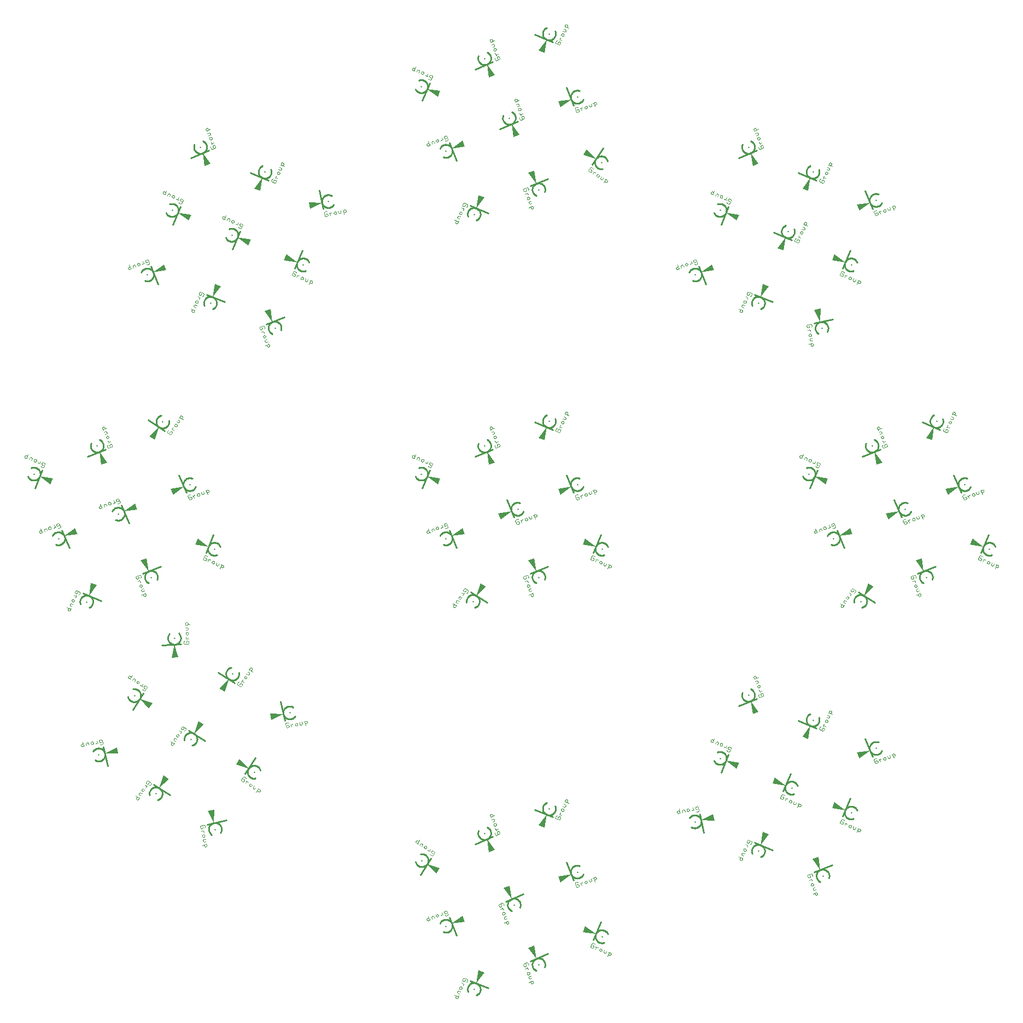
<source format=gbr>
%FSLAX36Y36*%
%MOMM*%
%LPD*%
%ADD11C,0.00100*%
%ADD12C,0.25000*%
%ADD13C,0.05000*%
G54D12*
X-762140Y1849092D02*
X381070Y-924546D01*
G54D12*
X924546Y381070D02*
X924546Y381070D01*
G54D13*
X894493Y-1186133D02*
X1016894Y-1237084D01*
G54D13*
X634464Y-1293309D02*
X894493Y-1186133D01*
G54D13*
X583514Y-1415711D02*
X634464Y-1293309D01*
G54D13*
X583514Y-1415711D02*
X797866Y-1935768D01*
G54D13*
X797866Y-1935768D02*
X920267Y-1986719D01*
G54D13*
X920267Y-1986719D02*
X1180296Y-1879543D01*
G54D13*
X1180296Y-1879543D02*
X1231247Y-1757141D01*
G54D13*
X1159796Y-1583789D02*
X1231247Y-1757141D01*
G54D13*
X1037394Y-1532838D02*
X1159796Y-1583789D01*
G54D13*
X864042Y-1604288D02*
X1037394Y-1532838D01*
G54D13*
X1478764Y-1452319D02*
X1585940Y-1712348D01*
G54D13*
X1478764Y-1452319D02*
X1529715Y-1329918D01*
G54D13*
X1529715Y-1329918D02*
X1703067Y-1258467D01*
G54D13*
X1356363Y-1401369D02*
X1478764Y-1452319D01*
G54D13*
X2057761Y-1213674D02*
X2129212Y-1387026D01*
G54D13*
X2057761Y-1213674D02*
X2108712Y-1091272D01*
G54D13*
X2108712Y-1091272D02*
X2282064Y-1019822D01*
G54D13*
X2282064Y-1019822D02*
X2404466Y-1070773D01*
G54D13*
X2404466Y-1070773D02*
X2475917Y-1244125D01*
G54D13*
X2424966Y-1366527D02*
X2475917Y-1244125D01*
G54D13*
X2251613Y-1437977D02*
X2424966Y-1366527D01*
G54D13*
X2129212Y-1387026D02*
X2251613Y-1437977D01*
G54D13*
X2687709Y-852627D02*
X2794885Y-1112656D01*
G54D13*
X2794885Y-1112656D02*
X2917287Y-1163607D01*
G54D13*
X2917287Y-1163607D02*
X3090639Y-1092156D01*
G54D13*
X3090639Y-1092156D02*
X3141590Y-969754D01*
G54D13*
X3034414Y-709726D02*
X3141590Y-969754D01*
G54D13*
X3475784Y-629207D02*
X3690136Y-1149264D01*
G54D13*
X3353382Y-578257D02*
X3475784Y-629207D01*
G54D13*
X3475784Y-629207D02*
X3526735Y-506806D01*
G54D13*
X3526735Y-506806D02*
X3700087Y-435355D01*
G54D13*
X3700087Y-435355D02*
X3822488Y-486306D01*
G54D13*
X3822488Y-486306D02*
X3893939Y-659658D01*
G54D13*
X3842988Y-782060D02*
X3893939Y-659658D01*
G54D13*
X3669636Y-853511D02*
X3842988Y-782060D01*
G54D13*
X3547234Y-802560D02*
X3669636Y-853511D01*
G54D11*
G36*
X-1658556Y-1224413D02*
X-2039627Y-299867D01*
X000000Y000000D01*
X-1658556Y-1224413D02*
G37*
G54D12*
X1308841Y1304280D02*
X1216500Y1337502D01*
G54D12*
X1216500Y1337502D02*
X1121348Y1361513D01*
G54D12*
X1121348Y1361513D02*
X1024300Y1376082D01*
G54D12*
X1024300Y1376082D02*
X926291Y1381068D01*
G54D12*
X926291Y1381068D02*
X828266Y1376424D01*
G54D12*
X828266Y1376424D02*
X731168Y1362194D01*
G54D12*
X731168Y1362194D02*
X635932Y1338516D01*
G54D12*
X635932Y1338516D02*
X543476Y1305616D01*
G54D12*
X543476Y1305616D02*
X454689Y1263813D01*
G54D12*
X454689Y1263813D02*
X370428Y1213508D01*
G54D12*
X370428Y1213508D02*
X291503Y1155187D01*
G54D12*
X291503Y1155187D02*
X218674Y1089410D01*
G54D12*
X218674Y1089410D02*
X152644Y1016811D01*
G54D12*
X152644Y1016811D02*
X094047Y938091D01*
G54D12*
X094047Y938091D02*
X043449Y854005D01*
G54D12*
X043449Y854005D02*
X001336Y765365D01*
G54D12*
X001336Y765365D02*
X-31885Y673024D01*
G54D12*
X-31885Y673024D02*
X-55896Y577872D01*
G54D12*
X-55896Y577872D02*
X-70465Y480824D01*
G54D12*
X-70465Y480824D02*
X-75451Y382815D01*
G54D12*
X-75451Y382815D02*
X-70807Y284790D01*
G54D12*
X-70807Y284790D02*
X-56577Y187692D01*
G54D12*
X-56577Y187692D02*
X-32899Y092456D01*
G54D12*
X-32899Y092456D02*
X000000Y000000D01*
G54D12*
X000000Y000000D02*
X041803Y-88786D01*
G54D12*
X041803Y-88786D02*
X092108Y-173047D01*
G54D12*
X092108Y-173047D02*
X150429Y-251972D01*
G54D12*
X150429Y-251972D02*
X216206Y-324801D01*
G54D12*
X216206Y-324801D02*
X288805Y-390831D01*
G54D12*
X288805Y-390831D02*
X367525Y-449428D01*
G54D12*
X367525Y-449428D02*
X451611Y-500026D01*
G54D12*
X451611Y-500026D02*
X540251Y-542139D01*
G54D12*
X540251Y-542139D02*
X632592Y-575361D01*
G54D12*
X632592Y-575361D02*
X727744Y-599372D01*
G54D12*
X727744Y-599372D02*
X824792Y-613941D01*
G54D12*
X824792Y-613941D02*
X922801Y-618927D01*
G54D12*
X922801Y-618927D02*
X1020826Y-614283D01*
G54D12*
X1020826Y-614283D02*
X1117924Y-600053D01*
G54D12*
X1117924Y-600053D02*
X1213160Y-576375D01*
G54D12*
X1213160Y-576375D02*
X1305616Y-543475D01*
G54D12*
X1305616Y-543475D02*
X1394403Y-501672D01*
G54D12*
X1394403Y-501672D02*
X1478664Y-451367D01*
G54D12*
X1478664Y-451367D02*
X1557589Y-393046D01*
G54D12*
X1557589Y-393046D02*
X1630418Y-327269D01*
G54D12*
X1630418Y-327269D02*
X1696448Y-254670D01*
G54D12*
X1696448Y-254670D02*
X1755045Y-175950D01*
G54D12*
X1755045Y-175950D02*
X1805643Y-91864D01*
G54D12*
X1805643Y-91864D02*
X1847756Y-03224D01*
G54D12*
X8483319Y5659795D02*
X9626530Y2886157D01*
G54D12*
X10170006Y4191774D02*
X10170006Y4191774D01*
G54D13*
X10139953Y2624570D02*
X10262355Y2573619D01*
G54D13*
X9879925Y2517394D02*
X10139953Y2624570D01*
G54D13*
X9828974Y2394992D02*
X9879925Y2517394D01*
G54D13*
X9828974Y2394992D02*
X10043326Y1874935D01*
G54D13*
X10043326Y1874935D02*
X10165727Y1823984D01*
G54D13*
X10165727Y1823984D02*
X10425756Y1931160D01*
G54D13*
X10425756Y1931160D02*
X10476707Y2053562D01*
G54D13*
X10405256Y2226914D02*
X10476707Y2053562D01*
G54D13*
X10282855Y2277865D02*
X10405256Y2226914D01*
G54D13*
X10109502Y2206414D02*
X10282855Y2277865D01*
G54D13*
X10724225Y2358383D02*
X10831401Y2098355D01*
G54D13*
X10724225Y2358383D02*
X10775175Y2480785D01*
G54D13*
X10775175Y2480785D02*
X10948528Y2552236D01*
G54D13*
X10601823Y2409334D02*
X10724225Y2358383D01*
G54D13*
X11303222Y2597029D02*
X11374672Y2423676D01*
G54D13*
X11303222Y2597029D02*
X11354172Y2719430D01*
G54D13*
X11354172Y2719430D02*
X11527525Y2790881D01*
G54D13*
X11527525Y2790881D02*
X11649926Y2739930D01*
G54D13*
X11649926Y2739930D02*
X11721377Y2566578D01*
G54D13*
X11670426Y2444176D02*
X11721377Y2566578D01*
G54D13*
X11497074Y2372726D02*
X11670426Y2444176D01*
G54D13*
X11374672Y2423676D02*
X11497074Y2372726D01*
G54D13*
X11933169Y2958076D02*
X12040345Y2698047D01*
G54D13*
X12040345Y2698047D02*
X12162747Y2647096D01*
G54D13*
X12162747Y2647096D02*
X12336099Y2718547D01*
G54D13*
X12336099Y2718547D02*
X12387050Y2840948D01*
G54D13*
X12279874Y3100977D02*
X12387050Y2840948D01*
G54D13*
X12721244Y3181495D02*
X12935596Y2661438D01*
G54D13*
X12598842Y3232446D02*
X12721244Y3181495D01*
G54D13*
X12721244Y3181495D02*
X12772195Y3303897D01*
G54D13*
X12772195Y3303897D02*
X12945547Y3375348D01*
G54D13*
X12945547Y3375348D02*
X13067949Y3324397D01*
G54D13*
X13067949Y3324397D02*
X13139399Y3151044D01*
G54D13*
X13088449Y3028643D02*
X13139399Y3151044D01*
G54D13*
X12915096Y2957192D02*
X13088449Y3028643D01*
G54D13*
X12792695Y3008143D02*
X12915096Y2957192D01*
G54D11*
G36*
X7586903Y2586289D02*
X7205833Y3510836D01*
X9245460Y3810703D01*
X7586903Y2586289D02*
G37*
G54D12*
X10554301Y5114984D02*
X10461960Y5148206D01*
G54D12*
X10461960Y5148206D02*
X10366808Y5172217D01*
G54D12*
X10366808Y5172217D02*
X10269760Y5186786D01*
G54D12*
X10269760Y5186786D02*
X10171751Y5191772D01*
G54D12*
X10171751Y5191772D02*
X10073726Y5187128D01*
G54D12*
X10073726Y5187128D02*
X9976628Y5172898D01*
G54D12*
X9976628Y5172898D02*
X9881392Y5149220D01*
G54D12*
X9881392Y5149220D02*
X9788936Y5116320D01*
G54D12*
X9788936Y5116320D02*
X9700149Y5074517D01*
G54D12*
X9700149Y5074517D02*
X9615888Y5024212D01*
G54D12*
X9615888Y5024212D02*
X9536963Y4965891D01*
G54D12*
X9536963Y4965891D02*
X9464134Y4900114D01*
G54D12*
X9464134Y4900114D02*
X9398104Y4827515D01*
G54D12*
X9398104Y4827515D02*
X9339507Y4748795D01*
G54D12*
X9339507Y4748795D02*
X9288909Y4664709D01*
G54D12*
X9288909Y4664709D02*
X9246796Y4576069D01*
G54D12*
X9246796Y4576069D02*
X9213574Y4483728D01*
G54D12*
X9213574Y4483728D02*
X9189563Y4388576D01*
G54D12*
X9189563Y4388576D02*
X9174994Y4291528D01*
G54D12*
X9174994Y4291528D02*
X9170008Y4193519D01*
G54D12*
X9170008Y4193519D02*
X9174652Y4095494D01*
G54D12*
X9174652Y4095494D02*
X9188882Y3998396D01*
G54D12*
X9188882Y3998396D02*
X9212560Y3903160D01*
G54D12*
X9212560Y3903160D02*
X9245460Y3810704D01*
G54D12*
X9245460Y3810704D02*
X9287263Y3721917D01*
G54D12*
X9287263Y3721917D02*
X9337568Y3637656D01*
G54D12*
X9337568Y3637656D02*
X9395889Y3558731D01*
G54D12*
X9395889Y3558731D02*
X9461666Y3485902D01*
G54D12*
X9461666Y3485902D02*
X9534265Y3419872D01*
G54D12*
X9534265Y3419872D02*
X9612985Y3361275D01*
G54D12*
X9612985Y3361275D02*
X9697071Y3310677D01*
G54D12*
X9697071Y3310677D02*
X9785711Y3268564D01*
G54D12*
X9785711Y3268564D02*
X9878052Y3235342D01*
G54D12*
X9878052Y3235342D02*
X9973204Y3211331D01*
G54D12*
X9973204Y3211331D02*
X10070252Y3196762D01*
G54D12*
X10070252Y3196762D02*
X10168261Y3191776D01*
G54D12*
X10168261Y3191776D02*
X10266286Y3196420D01*
G54D12*
X10266286Y3196420D02*
X10363384Y3210650D01*
G54D12*
X10363384Y3210650D02*
X10458620Y3234328D01*
G54D12*
X10458620Y3234328D02*
X10551076Y3267228D01*
G54D12*
X10551076Y3267228D02*
X10639863Y3309031D01*
G54D12*
X10639863Y3309031D02*
X10724124Y3359336D01*
G54D12*
X10724124Y3359336D02*
X10803049Y3417657D01*
G54D12*
X10803049Y3417657D02*
X10875878Y3483434D01*
G54D12*
X10875878Y3483434D02*
X10941908Y3556033D01*
G54D12*
X10941908Y3556033D02*
X11000505Y3634753D01*
G54D12*
X11000505Y3634753D02*
X11051103Y3718839D01*
G54D12*
X11051103Y3718839D02*
X11093216Y3807479D01*
G54D12*
X3588336Y13824754D02*
X6357966Y12671868D01*
G54D12*
X5819051Y13979374D02*
X5819051Y13979374D01*
G54D13*
X6905982Y12849943D02*
X7028560Y12900466D01*
G54D13*
X6797898Y12590290D02*
X6905982Y12849943D01*
G54D13*
X6848422Y12467711D02*
X6797898Y12590290D01*
G54D13*
X6848422Y12467711D02*
X7367727Y12251545D01*
G54D13*
X7367727Y12251545D02*
X7490306Y12302069D01*
G54D13*
X7490306Y12302069D02*
X7598389Y12561721D01*
G54D13*
X7598389Y12561721D02*
X7547866Y12684300D01*
G54D13*
X7374764Y12756355D02*
X7547866Y12684300D01*
G54D13*
X7252185Y12705832D02*
X7374764Y12756355D01*
G54D13*
X7180130Y12532730D02*
X7252185Y12705832D01*
G54D13*
X7507346Y13074863D02*
X7766999Y12966780D01*
G54D13*
X7507346Y13074863D02*
X7456823Y13197442D01*
G54D13*
X7456823Y13197442D02*
X7528878Y13370544D01*
G54D13*
X7384767Y13024340D02*
X7507346Y13074863D01*
G54D13*
X7748011Y13653023D02*
X7921113Y13580968D01*
G54D13*
X7748011Y13653023D02*
X7697488Y13775602D01*
G54D13*
X7697488Y13775602D02*
X7769543Y13948704D01*
G54D13*
X7769543Y13948704D02*
X7892122Y13999227D01*
G54D13*
X7892122Y13999227D02*
X8065223Y13927172D01*
G54D13*
X8115747Y13804593D02*
X8065223Y13927172D01*
G54D13*
X8043691Y13631491D02*
X8115747Y13804593D01*
G54D13*
X7921113Y13580968D02*
X8043691Y13631491D01*
G54D13*
X7938152Y14353762D02*
X8197805Y14245679D01*
G54D13*
X8197805Y14245679D02*
X8320384Y14296203D01*
G54D13*
X8320384Y14296203D02*
X8392439Y14469305D01*
G54D13*
X8392439Y14469305D02*
X8341916Y14591883D01*
G54D13*
X8082263Y14699966D02*
X8341916Y14591883D01*
G54D13*
X8337424Y15068997D02*
X8856730Y14852831D01*
G54D13*
X8214845Y15018474D02*
X8337424Y15068997D01*
G54D13*
X8337424Y15068997D02*
X8286900Y15191576D01*
G54D13*
X8286900Y15191576D02*
X8358956Y15364678D01*
G54D13*
X8358956Y15364678D02*
X8481535Y15415201D01*
G54D13*
X8481535Y15415201D02*
X8654636Y15343145D01*
G54D13*
X8705160Y15220567D02*
X8654636Y15343145D01*
G54D13*
X8633104Y15047465D02*
X8705160Y15220567D01*
G54D13*
X8510526Y14996942D02*
X8633104Y15047465D01*
G54D11*
G36*
X5127771Y11017596D02*
X4204560Y11401891D01*
X5434756Y13056164D01*
X5127771Y11017596D02*
G37*
G54D12*
X5437981Y14903920D02*
X5349194Y14862117D01*
G54D12*
X5349194Y14862117D02*
X5264933Y14811812D01*
G54D12*
X5264933Y14811812D02*
X5186008Y14753491D01*
G54D12*
X5186008Y14753491D02*
X5113179Y14687714D01*
G54D12*
X5113179Y14687714D02*
X5047149Y14615115D01*
G54D12*
X5047149Y14615115D02*
X4988552Y14536395D01*
G54D12*
X4988552Y14536395D02*
X4937954Y14452309D01*
G54D12*
X4937954Y14452309D02*
X4895841Y14363669D01*
G54D12*
X4895841Y14363669D02*
X4862619Y14271328D01*
G54D12*
X4862619Y14271328D02*
X4838608Y14176176D01*
G54D12*
X4838608Y14176176D02*
X4824039Y14079128D01*
G54D12*
X4824039Y14079128D02*
X4819053Y13981119D01*
G54D12*
X4819053Y13981119D02*
X4823697Y13883094D01*
G54D12*
X4823697Y13883094D02*
X4837927Y13785996D01*
G54D12*
X4837927Y13785996D02*
X4861605Y13690760D01*
G54D12*
X4861605Y13690760D02*
X4894505Y13598304D01*
G54D12*
X4894505Y13598304D02*
X4936308Y13509517D01*
G54D12*
X4936308Y13509517D02*
X4986613Y13425256D01*
G54D12*
X4986613Y13425256D02*
X5044934Y13346331D01*
G54D12*
X5044934Y13346331D02*
X5110711Y13273502D01*
G54D12*
X5110711Y13273502D02*
X5183310Y13207472D01*
G54D12*
X5183310Y13207472D02*
X5262030Y13148875D01*
G54D12*
X5262030Y13148875D02*
X5346116Y13098277D01*
G54D12*
X5346116Y13098277D02*
X5434756Y13056164D01*
G54D12*
X5434756Y13056164D02*
X5527097Y13022942D01*
G54D12*
X5527097Y13022942D02*
X5622249Y12998931D01*
G54D12*
X5622249Y12998931D02*
X5719297Y12984362D01*
G54D12*
X5719297Y12984362D02*
X5817306Y12979376D01*
G54D12*
X5817306Y12979376D02*
X5915331Y12984020D01*
G54D12*
X5915331Y12984020D02*
X6012429Y12998250D01*
G54D12*
X6012429Y12998250D02*
X6107665Y13021928D01*
G54D12*
X6107665Y13021928D02*
X6200121Y13054828D01*
G54D12*
X6200121Y13054828D02*
X6288908Y13096631D01*
G54D12*
X6288908Y13096631D02*
X6373169Y13146936D01*
G54D12*
X6373169Y13146936D02*
X6452094Y13205257D01*
G54D12*
X6452094Y13205257D02*
X6524923Y13271034D01*
G54D12*
X6524923Y13271034D02*
X6590953Y13343633D01*
G54D12*
X6590953Y13343633D02*
X6649550Y13422353D01*
G54D12*
X6649550Y13422353D02*
X6700148Y13506439D01*
G54D12*
X6700148Y13506439D02*
X6742261Y13595079D01*
G54D12*
X6742261Y13595079D02*
X6775483Y13687420D01*
G54D12*
X6775483Y13687420D02*
X6799494Y13782572D01*
G54D12*
X6799494Y13782572D02*
X6814063Y13879620D01*
G54D12*
X6814063Y13879620D02*
X6819049Y13977629D01*
G54D12*
X6819049Y13977629D02*
X6814405Y14075654D01*
G54D12*
X6814405Y14075654D02*
X6800175Y14172752D01*
G54D12*
X6800175Y14172752D02*
X6776497Y14267988D01*
G54D12*
X6776497Y14267988D02*
X6743597Y14360444D01*
G54D12*
X-5659795Y8483319D02*
X-2886157Y9626530D01*
G54D12*
X-4191774Y10170006D02*
X-4191774Y10170006D01*
G54D13*
X-2624570Y10139953D02*
X-2573619Y10262355D01*
G54D13*
X-2517394Y9879925D02*
X-2624570Y10139953D01*
G54D13*
X-2394992Y9828974D02*
X-2517394Y9879925D01*
G54D13*
X-2394992Y9828974D02*
X-1874935Y10043326D01*
G54D13*
X-1874935Y10043326D02*
X-1823984Y10165727D01*
G54D13*
X-1823984Y10165727D02*
X-1931160Y10425756D01*
G54D13*
X-1931160Y10425756D02*
X-2053562Y10476707D01*
G54D13*
X-2226914Y10405256D02*
X-2053562Y10476707D01*
G54D13*
X-2277865Y10282855D02*
X-2226914Y10405256D01*
G54D13*
X-2206414Y10109502D02*
X-2277865Y10282855D01*
G54D13*
X-2358383Y10724225D02*
X-2098355Y10831401D01*
G54D13*
X-2358383Y10724225D02*
X-2480785Y10775175D01*
G54D13*
X-2480785Y10775175D02*
X-2552236Y10948528D01*
G54D13*
X-2409334Y10601823D02*
X-2358383Y10724225D01*
G54D13*
X-2597029Y11303222D02*
X-2423676Y11374672D01*
G54D13*
X-2597029Y11303222D02*
X-2719430Y11354172D01*
G54D13*
X-2719430Y11354172D02*
X-2790881Y11527525D01*
G54D13*
X-2790881Y11527525D02*
X-2739930Y11649926D01*
G54D13*
X-2739930Y11649926D02*
X-2566578Y11721377D01*
G54D13*
X-2444176Y11670426D02*
X-2566578Y11721377D01*
G54D13*
X-2372726Y11497074D02*
X-2444176Y11670426D01*
G54D13*
X-2423676Y11374672D02*
X-2372726Y11497074D01*
G54D13*
X-2958076Y11933169D02*
X-2698047Y12040345D01*
G54D13*
X-2698047Y12040345D02*
X-2647096Y12162747D01*
G54D13*
X-2647096Y12162747D02*
X-2718547Y12336099D01*
G54D13*
X-2718547Y12336099D02*
X-2840948Y12387050D01*
G54D13*
X-3100977Y12279874D02*
X-2840948Y12387050D01*
G54D13*
X-3181495Y12721244D02*
X-2661438Y12935596D01*
G54D13*
X-3232446Y12598842D02*
X-3181495Y12721244D01*
G54D13*
X-3181495Y12721244D02*
X-3303897Y12772195D01*
G54D13*
X-3303897Y12772195D02*
X-3375348Y12945547D01*
G54D13*
X-3375348Y12945547D02*
X-3324397Y13067949D01*
G54D13*
X-3324397Y13067949D02*
X-3151044Y13139399D01*
G54D13*
X-3028643Y13088449D02*
X-3151044Y13139399D01*
G54D13*
X-2957192Y12915096D02*
X-3028643Y13088449D01*
G54D13*
X-3008143Y12792695D02*
X-2957192Y12915096D01*
G54D11*
G36*
X-2586289Y7586903D02*
X-3510836Y7205833D01*
X-3810703Y9245460D01*
X-2586289Y7586903D02*
G37*
G54D12*
X-5114984Y10554301D02*
X-5148206Y10461960D01*
G54D12*
X-5148206Y10461960D02*
X-5172217Y10366808D01*
G54D12*
X-5172217Y10366808D02*
X-5186786Y10269760D01*
G54D12*
X-5186786Y10269760D02*
X-5191772Y10171751D01*
G54D12*
X-5191772Y10171751D02*
X-5187128Y10073726D01*
G54D12*
X-5187128Y10073726D02*
X-5172898Y9976628D01*
G54D12*
X-5172898Y9976628D02*
X-5149220Y9881392D01*
G54D12*
X-5149220Y9881392D02*
X-5116320Y9788936D01*
G54D12*
X-5116320Y9788936D02*
X-5074517Y9700149D01*
G54D12*
X-5074517Y9700149D02*
X-5024212Y9615888D01*
G54D12*
X-5024212Y9615888D02*
X-4965891Y9536963D01*
G54D12*
X-4965891Y9536963D02*
X-4900114Y9464134D01*
G54D12*
X-4900114Y9464134D02*
X-4827515Y9398104D01*
G54D12*
X-4827515Y9398104D02*
X-4748795Y9339507D01*
G54D12*
X-4748795Y9339507D02*
X-4664709Y9288909D01*
G54D12*
X-4664709Y9288909D02*
X-4576069Y9246796D01*
G54D12*
X-4576069Y9246796D02*
X-4483728Y9213574D01*
G54D12*
X-4483728Y9213574D02*
X-4388576Y9189563D01*
G54D12*
X-4388576Y9189563D02*
X-4291528Y9174994D01*
G54D12*
X-4291528Y9174994D02*
X-4193519Y9170008D01*
G54D12*
X-4193519Y9170008D02*
X-4095494Y9174652D01*
G54D12*
X-4095494Y9174652D02*
X-3998396Y9188882D01*
G54D12*
X-3998396Y9188882D02*
X-3903160Y9212560D01*
G54D12*
X-3903160Y9212560D02*
X-3810704Y9245460D01*
G54D12*
X-3810704Y9245460D02*
X-3721917Y9287263D01*
G54D12*
X-3721917Y9287263D02*
X-3637656Y9337568D01*
G54D12*
X-3637656Y9337568D02*
X-3558731Y9395889D01*
G54D12*
X-3558731Y9395889D02*
X-3485902Y9461666D01*
G54D12*
X-3485902Y9461666D02*
X-3419872Y9534265D01*
G54D12*
X-3419872Y9534265D02*
X-3361275Y9612985D01*
G54D12*
X-3361275Y9612985D02*
X-3310677Y9697071D01*
G54D12*
X-3310677Y9697071D02*
X-3268564Y9785711D01*
G54D12*
X-3268564Y9785711D02*
X-3235342Y9878052D01*
G54D12*
X-3235342Y9878052D02*
X-3211331Y9973204D01*
G54D12*
X-3211331Y9973204D02*
X-3196762Y10070252D01*
G54D12*
X-3196762Y10070252D02*
X-3191776Y10168261D01*
G54D12*
X-3191776Y10168261D02*
X-3196420Y10266286D01*
G54D12*
X-3196420Y10266286D02*
X-3210650Y10363384D01*
G54D12*
X-3210650Y10363384D02*
X-3234328Y10458620D01*
G54D12*
X-3234328Y10458620D02*
X-3267228Y10551076D01*
G54D12*
X-3267228Y10551076D02*
X-3309031Y10639863D01*
G54D12*
X-3309031Y10639863D02*
X-3359336Y10724124D01*
G54D12*
X-3359336Y10724124D02*
X-3417657Y10803049D01*
G54D12*
X-3417657Y10803049D02*
X-3483434Y10875878D01*
G54D12*
X-3483434Y10875878D02*
X-3556033Y10941908D01*
G54D12*
X-3556033Y10941908D02*
X-3634753Y11000505D01*
G54D12*
X-3634753Y11000505D02*
X-3718839Y11051103D01*
G54D12*
X-3718839Y11051103D02*
X-3807479Y11093216D01*
G54D12*
X-13824754Y3588336D02*
X-12671868Y6357966D01*
G54D12*
X-13979374Y5819051D02*
X-13979374Y5819051D01*
G54D13*
X-12849943Y6905982D02*
X-12900466Y7028560D01*
G54D13*
X-12590290Y6797898D02*
X-12849943Y6905982D01*
G54D13*
X-12467711Y6848422D02*
X-12590290Y6797898D01*
G54D13*
X-12467711Y6848422D02*
X-12251545Y7367727D01*
G54D13*
X-12251545Y7367727D02*
X-12302069Y7490306D01*
G54D13*
X-12302069Y7490306D02*
X-12561721Y7598389D01*
G54D13*
X-12561721Y7598389D02*
X-12684300Y7547866D01*
G54D13*
X-12756355Y7374764D02*
X-12684300Y7547866D01*
G54D13*
X-12705832Y7252185D02*
X-12756355Y7374764D01*
G54D13*
X-12532730Y7180130D02*
X-12705832Y7252185D01*
G54D13*
X-13074863Y7507346D02*
X-12966780Y7766999D01*
G54D13*
X-13074863Y7507346D02*
X-13197442Y7456823D01*
G54D13*
X-13197442Y7456823D02*
X-13370544Y7528878D01*
G54D13*
X-13024340Y7384767D02*
X-13074863Y7507346D01*
G54D13*
X-13653023Y7748011D02*
X-13580968Y7921113D01*
G54D13*
X-13653023Y7748011D02*
X-13775602Y7697488D01*
G54D13*
X-13775602Y7697488D02*
X-13948704Y7769543D01*
G54D13*
X-13948704Y7769543D02*
X-13999227Y7892122D01*
G54D13*
X-13999227Y7892122D02*
X-13927172Y8065223D01*
G54D13*
X-13804593Y8115747D02*
X-13927172Y8065223D01*
G54D13*
X-13631491Y8043691D02*
X-13804593Y8115747D01*
G54D13*
X-13580968Y7921113D02*
X-13631491Y8043691D01*
G54D13*
X-14353762Y7938152D02*
X-14245679Y8197805D01*
G54D13*
X-14245679Y8197805D02*
X-14296203Y8320384D01*
G54D13*
X-14296203Y8320384D02*
X-14469305Y8392439D01*
G54D13*
X-14469305Y8392439D02*
X-14591883Y8341916D01*
G54D13*
X-14699966Y8082263D02*
X-14591883Y8341916D01*
G54D13*
X-15068997Y8337424D02*
X-14852831Y8856730D01*
G54D13*
X-15018474Y8214845D02*
X-15068997Y8337424D01*
G54D13*
X-15068997Y8337424D02*
X-15191576Y8286900D01*
G54D13*
X-15191576Y8286900D02*
X-15364678Y8358956D01*
G54D13*
X-15364678Y8358956D02*
X-15415201Y8481535D01*
G54D13*
X-15415201Y8481535D02*
X-15343145Y8654636D01*
G54D13*
X-15220567Y8705160D02*
X-15343145Y8654636D01*
G54D13*
X-15047465Y8633104D02*
X-15220567Y8705160D01*
G54D13*
X-14996942Y8510526D02*
X-15047465Y8633104D01*
G54D11*
G36*
X-11017596Y5127771D02*
X-11401891Y4204560D01*
X-13056164Y5434756D01*
X-11017596Y5127771D02*
G37*
G54D12*
X-14903920Y5437981D02*
X-14862117Y5349194D01*
G54D12*
X-14862117Y5349194D02*
X-14811812Y5264933D01*
G54D12*
X-14811812Y5264933D02*
X-14753491Y5186008D01*
G54D12*
X-14753491Y5186008D02*
X-14687714Y5113179D01*
G54D12*
X-14687714Y5113179D02*
X-14615115Y5047149D01*
G54D12*
X-14615115Y5047149D02*
X-14536395Y4988552D01*
G54D12*
X-14536395Y4988552D02*
X-14452309Y4937954D01*
G54D12*
X-14452309Y4937954D02*
X-14363669Y4895841D01*
G54D12*
X-14363669Y4895841D02*
X-14271328Y4862619D01*
G54D12*
X-14271328Y4862619D02*
X-14176176Y4838608D01*
G54D12*
X-14176176Y4838608D02*
X-14079128Y4824039D01*
G54D12*
X-14079128Y4824039D02*
X-13981119Y4819053D01*
G54D12*
X-13981119Y4819053D02*
X-13883094Y4823697D01*
G54D12*
X-13883094Y4823697D02*
X-13785996Y4837927D01*
G54D12*
X-13785996Y4837927D02*
X-13690760Y4861605D01*
G54D12*
X-13690760Y4861605D02*
X-13598304Y4894505D01*
G54D12*
X-13598304Y4894505D02*
X-13509517Y4936308D01*
G54D12*
X-13509517Y4936308D02*
X-13425256Y4986613D01*
G54D12*
X-13425256Y4986613D02*
X-13346331Y5044934D01*
G54D12*
X-13346331Y5044934D02*
X-13273502Y5110711D01*
G54D12*
X-13273502Y5110711D02*
X-13207472Y5183310D01*
G54D12*
X-13207472Y5183310D02*
X-13148875Y5262030D01*
G54D12*
X-13148875Y5262030D02*
X-13098277Y5346116D01*
G54D12*
X-13098277Y5346116D02*
X-13056164Y5434756D01*
G54D12*
X-13056164Y5434756D02*
X-13022942Y5527097D01*
G54D12*
X-13022942Y5527097D02*
X-12998931Y5622249D01*
G54D12*
X-12998931Y5622249D02*
X-12984362Y5719297D01*
G54D12*
X-12984362Y5719297D02*
X-12979376Y5817306D01*
G54D12*
X-12979376Y5817306D02*
X-12984020Y5915331D01*
G54D12*
X-12984020Y5915331D02*
X-12998250Y6012429D01*
G54D12*
X-12998250Y6012429D02*
X-13021928Y6107665D01*
G54D12*
X-13021928Y6107665D02*
X-13054828Y6200121D01*
G54D12*
X-13054828Y6200121D02*
X-13096631Y6288908D01*
G54D12*
X-13096631Y6288908D02*
X-13146936Y6373169D01*
G54D12*
X-13146936Y6373169D02*
X-13205257Y6452094D01*
G54D12*
X-13205257Y6452094D02*
X-13271034Y6524923D01*
G54D12*
X-13271034Y6524923D02*
X-13343633Y6590953D01*
G54D12*
X-13343633Y6590953D02*
X-13422353Y6649550D01*
G54D12*
X-13422353Y6649550D02*
X-13506439Y6700148D01*
G54D12*
X-13506439Y6700148D02*
X-13595079Y6742261D01*
G54D12*
X-13595079Y6742261D02*
X-13687420Y6775483D01*
G54D12*
X-13687420Y6775483D02*
X-13782572Y6799494D01*
G54D12*
X-13782572Y6799494D02*
X-13879620Y6814063D01*
G54D12*
X-13879620Y6814063D02*
X-13977629Y6819049D01*
G54D12*
X-13977629Y6819049D02*
X-14075654Y6814405D01*
G54D12*
X-14075654Y6814405D02*
X-14172752Y6800175D01*
G54D12*
X-14172752Y6800175D02*
X-14267988Y6776497D01*
G54D12*
X-14267988Y6776497D02*
X-14360444Y6743597D01*
G54D12*
X-8483319Y-5659795D02*
X-9626530Y-2886157D01*
G54D12*
X-10170006Y-4191774D02*
X-10170006Y-4191774D01*
G54D13*
X-10139953Y-2624570D02*
X-10262355Y-2573619D01*
G54D13*
X-9879925Y-2517394D02*
X-10139953Y-2624570D01*
G54D13*
X-9828974Y-2394992D02*
X-9879925Y-2517394D01*
G54D13*
X-9828974Y-2394992D02*
X-10043326Y-1874935D01*
G54D13*
X-10043326Y-1874935D02*
X-10165727Y-1823984D01*
G54D13*
X-10165727Y-1823984D02*
X-10425756Y-1931160D01*
G54D13*
X-10425756Y-1931160D02*
X-10476707Y-2053562D01*
G54D13*
X-10405256Y-2226914D02*
X-10476707Y-2053562D01*
G54D13*
X-10282855Y-2277865D02*
X-10405256Y-2226914D01*
G54D13*
X-10109502Y-2206414D02*
X-10282855Y-2277865D01*
G54D13*
X-10724225Y-2358383D02*
X-10831401Y-2098355D01*
G54D13*
X-10724225Y-2358383D02*
X-10775175Y-2480785D01*
G54D13*
X-10775175Y-2480785D02*
X-10948528Y-2552236D01*
G54D13*
X-10601823Y-2409334D02*
X-10724225Y-2358383D01*
G54D13*
X-11303222Y-2597029D02*
X-11374672Y-2423676D01*
G54D13*
X-11303222Y-2597029D02*
X-11354172Y-2719430D01*
G54D13*
X-11354172Y-2719430D02*
X-11527525Y-2790881D01*
G54D13*
X-11527525Y-2790881D02*
X-11649926Y-2739930D01*
G54D13*
X-11649926Y-2739930D02*
X-11721377Y-2566578D01*
G54D13*
X-11670426Y-2444176D02*
X-11721377Y-2566578D01*
G54D13*
X-11497074Y-2372726D02*
X-11670426Y-2444176D01*
G54D13*
X-11374672Y-2423676D02*
X-11497074Y-2372726D01*
G54D13*
X-11933169Y-2958076D02*
X-12040345Y-2698047D01*
G54D13*
X-12040345Y-2698047D02*
X-12162747Y-2647096D01*
G54D13*
X-12162747Y-2647096D02*
X-12336099Y-2718547D01*
G54D13*
X-12336099Y-2718547D02*
X-12387050Y-2840948D01*
G54D13*
X-12279874Y-3100977D02*
X-12387050Y-2840948D01*
G54D13*
X-12721244Y-3181495D02*
X-12935596Y-2661438D01*
G54D13*
X-12598842Y-3232446D02*
X-12721244Y-3181495D01*
G54D13*
X-12721244Y-3181495D02*
X-12772195Y-3303897D01*
G54D13*
X-12772195Y-3303897D02*
X-12945547Y-3375348D01*
G54D13*
X-12945547Y-3375348D02*
X-13067949Y-3324397D01*
G54D13*
X-13067949Y-3324397D02*
X-13139399Y-3151044D01*
G54D13*
X-13088449Y-3028643D02*
X-13139399Y-3151044D01*
G54D13*
X-12915096Y-2957192D02*
X-13088449Y-3028643D01*
G54D13*
X-12792695Y-3008143D02*
X-12915096Y-2957192D01*
G54D11*
G36*
X-7586903Y-2586289D02*
X-7205833Y-3510836D01*
X-9245460Y-3810703D01*
X-7586903Y-2586289D02*
G37*
G54D12*
X-10554301Y-5114984D02*
X-10461960Y-5148206D01*
G54D12*
X-10461960Y-5148206D02*
X-10366808Y-5172217D01*
G54D12*
X-10366808Y-5172217D02*
X-10269760Y-5186786D01*
G54D12*
X-10269760Y-5186786D02*
X-10171751Y-5191772D01*
G54D12*
X-10171751Y-5191772D02*
X-10073726Y-5187128D01*
G54D12*
X-10073726Y-5187128D02*
X-9976628Y-5172898D01*
G54D12*
X-9976628Y-5172898D02*
X-9881392Y-5149220D01*
G54D12*
X-9881392Y-5149220D02*
X-9788936Y-5116320D01*
G54D12*
X-9788936Y-5116320D02*
X-9700149Y-5074517D01*
G54D12*
X-9700149Y-5074517D02*
X-9615888Y-5024212D01*
G54D12*
X-9615888Y-5024212D02*
X-9536963Y-4965891D01*
G54D12*
X-9536963Y-4965891D02*
X-9464134Y-4900114D01*
G54D12*
X-9464134Y-4900114D02*
X-9398104Y-4827515D01*
G54D12*
X-9398104Y-4827515D02*
X-9339507Y-4748795D01*
G54D12*
X-9339507Y-4748795D02*
X-9288909Y-4664709D01*
G54D12*
X-9288909Y-4664709D02*
X-9246796Y-4576069D01*
G54D12*
X-9246796Y-4576069D02*
X-9213574Y-4483728D01*
G54D12*
X-9213574Y-4483728D02*
X-9189563Y-4388576D01*
G54D12*
X-9189563Y-4388576D02*
X-9174994Y-4291528D01*
G54D12*
X-9174994Y-4291528D02*
X-9170008Y-4193519D01*
G54D12*
X-9170008Y-4193519D02*
X-9174652Y-4095494D01*
G54D12*
X-9174652Y-4095494D02*
X-9188882Y-3998396D01*
G54D12*
X-9188882Y-3998396D02*
X-9212560Y-3903160D01*
G54D12*
X-9212560Y-3903160D02*
X-9245460Y-3810704D01*
G54D12*
X-9245460Y-3810704D02*
X-9287263Y-3721917D01*
G54D12*
X-9287263Y-3721917D02*
X-9337568Y-3637656D01*
G54D12*
X-9337568Y-3637656D02*
X-9395889Y-3558731D01*
G54D12*
X-9395889Y-3558731D02*
X-9461666Y-3485902D01*
G54D12*
X-9461666Y-3485902D02*
X-9534265Y-3419872D01*
G54D12*
X-9534265Y-3419872D02*
X-9612985Y-3361275D01*
G54D12*
X-9612985Y-3361275D02*
X-9697071Y-3310677D01*
G54D12*
X-9697071Y-3310677D02*
X-9785711Y-3268564D01*
G54D12*
X-9785711Y-3268564D02*
X-9878052Y-3235342D01*
G54D12*
X-9878052Y-3235342D02*
X-9973204Y-3211331D01*
G54D12*
X-9973204Y-3211331D02*
X-10070252Y-3196762D01*
G54D12*
X-10070252Y-3196762D02*
X-10168261Y-3191776D01*
G54D12*
X-10168261Y-3191776D02*
X-10266286Y-3196420D01*
G54D12*
X-10266286Y-3196420D02*
X-10363384Y-3210650D01*
G54D12*
X-10363384Y-3210650D02*
X-10458620Y-3234328D01*
G54D12*
X-10458620Y-3234328D02*
X-10551076Y-3267228D01*
G54D12*
X-10551076Y-3267228D02*
X-10639863Y-3309031D01*
G54D12*
X-10639863Y-3309031D02*
X-10724124Y-3359336D01*
G54D12*
X-10724124Y-3359336D02*
X-10803049Y-3417657D01*
G54D12*
X-10803049Y-3417657D02*
X-10875878Y-3483434D01*
G54D12*
X-10875878Y-3483434D02*
X-10941908Y-3556033D01*
G54D12*
X-10941908Y-3556033D02*
X-11000505Y-3634753D01*
G54D12*
X-11000505Y-3634753D02*
X-11051103Y-3718839D01*
G54D12*
X-11051103Y-3718839D02*
X-11093216Y-3807479D01*
G54D12*
X-3749851Y-14133705D02*
X-6277208Y-12517393D01*
G54D12*
X-5973527Y-13898616D02*
X-5973527Y-13898616D01*
G54D13*
X-6847820Y-12597600D02*
X-6977310Y-12626070D01*
G54D13*
X-6696291Y-12360661D02*
X-6847820Y-12597600D01*
G54D13*
X-6724761Y-12231171D02*
X-6696291Y-12360661D01*
G54D13*
X-6724761Y-12231171D02*
X-7198641Y-11928112D01*
G54D13*
X-7198641Y-11928112D02*
X-7328130Y-11956582D01*
G54D13*
X-7328130Y-11956582D02*
X-7479660Y-12193522D01*
G54D13*
X-7479660Y-12193522D02*
X-7451190Y-12323012D01*
G54D13*
X-7293230Y-12424031D02*
X-7451190Y-12323012D01*
G54D13*
X-7163740Y-12395561D02*
X-7293230Y-12424031D01*
G54D13*
X-7062721Y-12237601D02*
X-7163740Y-12395561D01*
G54D13*
X-7479106Y-12714677D02*
X-7716045Y-12563148D01*
G54D13*
X-7479106Y-12714677D02*
X-7450636Y-12844167D01*
G54D13*
X-7450636Y-12844167D02*
X-7551655Y-13002127D01*
G54D13*
X-7349616Y-12686207D02*
X-7479106Y-12714677D01*
G54D13*
X-7816511Y-13242263D02*
X-7974471Y-13141244D01*
G54D13*
X-7816511Y-13242263D02*
X-7788041Y-13371753D01*
G54D13*
X-7788041Y-13371753D02*
X-7889060Y-13529713D01*
G54D13*
X-7889060Y-13529713D02*
X-8018550Y-13558183D01*
G54D13*
X-8018550Y-13558183D02*
X-8176510Y-13457163D01*
G54D13*
X-8204980Y-13327674D02*
X-8176510Y-13457163D01*
G54D13*
X-8103960Y-13169714D02*
X-8204980Y-13327674D01*
G54D13*
X-7974471Y-13141244D02*
X-8103960Y-13169714D01*
G54D13*
X-8125446Y-13899339D02*
X-8362386Y-13747809D01*
G54D13*
X-8362386Y-13747809D02*
X-8491875Y-13776280D01*
G54D13*
X-8491875Y-13776280D02*
X-8592895Y-13934239D01*
G54D13*
X-8592895Y-13934239D02*
X-8564425Y-14063729D01*
G54D13*
X-8327485Y-14215258D02*
X-8564425Y-14063729D01*
G54D13*
X-8642851Y-14534375D02*
X-9116730Y-14231316D01*
G54D13*
X-8513361Y-14505904D02*
X-8642851Y-14534375D01*
G54D13*
X-8642851Y-14534375D02*
X-8614380Y-14663864D01*
G54D13*
X-8614380Y-14663864D02*
X-8715400Y-14821824D01*
G54D13*
X-8715400Y-14821824D02*
X-8844890Y-14850294D01*
G54D13*
X-8844890Y-14850294D02*
X-9002849Y-14749275D01*
G54D13*
X-9031320Y-14619785D02*
X-9002849Y-14749275D01*
G54D13*
X-8930300Y-14461825D02*
X-9031320Y-14619785D01*
G54D13*
X-8800810Y-14433355D02*
X-8930300Y-14461825D01*
G54D11*
G36*
X-4778441Y-11101873D02*
X-3935988Y-11640644D01*
X-5434756Y-13056164D01*
X-4778441Y-11101873D02*
G37*
G54D12*
X-5758792Y-14875288D02*
X-5664095Y-14849538D01*
G54D12*
X-5664095Y-14849538D02*
X-5572378Y-14814629D01*
G54D12*
X-5572378Y-14814629D02*
X-5484525Y-14770899D01*
G54D12*
X-5484525Y-14770899D02*
X-5401381Y-14718768D01*
G54D12*
X-5401381Y-14718768D02*
X-5323747Y-14658739D01*
G54D12*
X-5323747Y-14658739D02*
X-5252371Y-14591389D01*
G54D12*
X-5252371Y-14591389D02*
X-5187940Y-14517367D01*
G54D12*
X-5187940Y-14517367D02*
X-5131075Y-14437387D01*
G54D12*
X-5131075Y-14437387D02*
X-5082322Y-14352218D01*
G54D12*
X-5082322Y-14352218D02*
X-5042153Y-14262680D01*
G54D12*
X-5042153Y-14262680D02*
X-5010953Y-14169636D01*
G54D12*
X-5010953Y-14169636D02*
X-4989024Y-14073983D01*
G54D12*
X-4989024Y-14073983D02*
X-4976576Y-13976640D01*
G54D12*
X-4976576Y-13976640D02*
X-4973728Y-13878546D01*
G54D12*
X-4973728Y-13878546D02*
X-4980510Y-13780645D01*
G54D12*
X-4980510Y-13780645D02*
X-4996855Y-13683881D01*
G54D12*
X-4996855Y-13683881D02*
X-5022605Y-13589184D01*
G54D12*
X-5022605Y-13589184D02*
X-5057514Y-13497467D01*
G54D12*
X-5057514Y-13497467D02*
X-5101244Y-13409614D01*
G54D12*
X-5101244Y-13409614D02*
X-5153375Y-13326470D01*
G54D12*
X-5153375Y-13326470D02*
X-5213404Y-13248836D01*
G54D12*
X-5213404Y-13248836D02*
X-5280754Y-13177460D01*
G54D12*
X-5280754Y-13177460D02*
X-5354776Y-13113029D01*
G54D12*
X-5354776Y-13113029D02*
X-5434756Y-13056164D01*
G54D12*
X-5434756Y-13056164D02*
X-5519925Y-13007411D01*
G54D12*
X-5519925Y-13007411D02*
X-5609463Y-12967242D01*
G54D12*
X-5609463Y-12967242D02*
X-5702507Y-12936042D01*
G54D12*
X-5702507Y-12936042D02*
X-5798160Y-12914113D01*
G54D12*
X-5798160Y-12914113D02*
X-5895503Y-12901665D01*
G54D12*
X-5895503Y-12901665D02*
X-5993597Y-12898817D01*
G54D12*
X-5993597Y-12898817D02*
X-6091498Y-12905599D01*
G54D12*
X-6091498Y-12905599D02*
X-6188262Y-12921944D01*
G54D12*
X-6188262Y-12921944D02*
X-6282959Y-12947694D01*
G54D12*
X-6282959Y-12947694D02*
X-6374676Y-12982603D01*
G54D12*
X-6374676Y-12982603D02*
X-6462529Y-13026333D01*
G54D12*
X-6462529Y-13026333D02*
X-6545673Y-13078464D01*
G54D12*
X-6545673Y-13078464D02*
X-6623307Y-13138493D01*
G54D12*
X-6623307Y-13138493D02*
X-6694683Y-13205843D01*
G54D12*
X-6694683Y-13205843D02*
X-6759114Y-13279865D01*
G54D12*
X-6759114Y-13279865D02*
X-6815979Y-13359845D01*
G54D12*
X-6815979Y-13359845D02*
X-6864732Y-13445014D01*
G54D12*
X-6864732Y-13445014D02*
X-6904901Y-13534552D01*
G54D12*
X-6904901Y-13534552D02*
X-6936101Y-13627596D01*
G54D12*
X-6936101Y-13627596D02*
X-6958030Y-13723249D01*
G54D12*
X-6958030Y-13723249D02*
X-6970478Y-13820592D01*
G54D12*
X-6970478Y-13820592D02*
X-6973326Y-13918686D01*
G54D12*
X-6973326Y-13918686D02*
X-6966544Y-14016587D01*
G54D12*
X-6966544Y-14016587D02*
X-6950199Y-14113351D01*
G54D12*
X5659795Y-8483319D02*
X2886157Y-9626530D01*
G54D12*
X4191774Y-10170006D02*
X4191774Y-10170006D01*
G54D13*
X2624570Y-10139953D02*
X2573619Y-10262355D01*
G54D13*
X2517394Y-9879925D02*
X2624570Y-10139953D01*
G54D13*
X2394992Y-9828974D02*
X2517394Y-9879925D01*
G54D13*
X2394992Y-9828974D02*
X1874935Y-10043326D01*
G54D13*
X1874935Y-10043326D02*
X1823984Y-10165727D01*
G54D13*
X1823984Y-10165727D02*
X1931160Y-10425756D01*
G54D13*
X1931160Y-10425756D02*
X2053562Y-10476707D01*
G54D13*
X2226914Y-10405256D02*
X2053562Y-10476707D01*
G54D13*
X2277865Y-10282855D02*
X2226914Y-10405256D01*
G54D13*
X2206414Y-10109502D02*
X2277865Y-10282855D01*
G54D13*
X2358383Y-10724225D02*
X2098355Y-10831401D01*
G54D13*
X2358383Y-10724225D02*
X2480785Y-10775175D01*
G54D13*
X2480785Y-10775175D02*
X2552236Y-10948528D01*
G54D13*
X2409334Y-10601823D02*
X2358383Y-10724225D01*
G54D13*
X2597029Y-11303222D02*
X2423676Y-11374672D01*
G54D13*
X2597029Y-11303222D02*
X2719430Y-11354172D01*
G54D13*
X2719430Y-11354172D02*
X2790881Y-11527525D01*
G54D13*
X2790881Y-11527525D02*
X2739930Y-11649926D01*
G54D13*
X2739930Y-11649926D02*
X2566578Y-11721377D01*
G54D13*
X2444176Y-11670426D02*
X2566578Y-11721377D01*
G54D13*
X2372726Y-11497074D02*
X2444176Y-11670426D01*
G54D13*
X2423676Y-11374672D02*
X2372726Y-11497074D01*
G54D13*
X2958076Y-11933169D02*
X2698047Y-12040345D01*
G54D13*
X2698047Y-12040345D02*
X2647096Y-12162747D01*
G54D13*
X2647096Y-12162747D02*
X2718547Y-12336099D01*
G54D13*
X2718547Y-12336099D02*
X2840948Y-12387050D01*
G54D13*
X3100977Y-12279874D02*
X2840948Y-12387050D01*
G54D13*
X3181495Y-12721244D02*
X2661438Y-12935596D01*
G54D13*
X3232446Y-12598842D02*
X3181495Y-12721244D01*
G54D13*
X3181495Y-12721244D02*
X3303897Y-12772195D01*
G54D13*
X3303897Y-12772195D02*
X3375348Y-12945547D01*
G54D13*
X3375348Y-12945547D02*
X3324397Y-13067949D01*
G54D13*
X3324397Y-13067949D02*
X3151044Y-13139399D01*
G54D13*
X3028643Y-13088449D02*
X3151044Y-13139399D01*
G54D13*
X2957192Y-12915096D02*
X3028643Y-13088449D01*
G54D13*
X3008143Y-12792695D02*
X2957192Y-12915096D01*
G54D11*
G36*
X2586289Y-7586903D02*
X3510836Y-7205833D01*
X3810703Y-9245460D01*
X2586289Y-7586903D02*
G37*
G54D12*
X5114984Y-10554301D02*
X5148206Y-10461960D01*
G54D12*
X5148206Y-10461960D02*
X5172217Y-10366808D01*
G54D12*
X5172217Y-10366808D02*
X5186786Y-10269760D01*
G54D12*
X5186786Y-10269760D02*
X5191772Y-10171751D01*
G54D12*
X5191772Y-10171751D02*
X5187128Y-10073726D01*
G54D12*
X5187128Y-10073726D02*
X5172898Y-9976628D01*
G54D12*
X5172898Y-9976628D02*
X5149220Y-9881392D01*
G54D12*
X5149220Y-9881392D02*
X5116320Y-9788936D01*
G54D12*
X5116320Y-9788936D02*
X5074517Y-9700149D01*
G54D12*
X5074517Y-9700149D02*
X5024212Y-9615888D01*
G54D12*
X5024212Y-9615888D02*
X4965891Y-9536963D01*
G54D12*
X4965891Y-9536963D02*
X4900114Y-9464134D01*
G54D12*
X4900114Y-9464134D02*
X4827515Y-9398104D01*
G54D12*
X4827515Y-9398104D02*
X4748795Y-9339507D01*
G54D12*
X4748795Y-9339507D02*
X4664709Y-9288909D01*
G54D12*
X4664709Y-9288909D02*
X4576069Y-9246796D01*
G54D12*
X4576069Y-9246796D02*
X4483728Y-9213574D01*
G54D12*
X4483728Y-9213574D02*
X4388576Y-9189563D01*
G54D12*
X4388576Y-9189563D02*
X4291528Y-9174994D01*
G54D12*
X4291528Y-9174994D02*
X4193519Y-9170008D01*
G54D12*
X4193519Y-9170008D02*
X4095494Y-9174652D01*
G54D12*
X4095494Y-9174652D02*
X3998396Y-9188882D01*
G54D12*
X3998396Y-9188882D02*
X3903160Y-9212560D01*
G54D12*
X3903160Y-9212560D02*
X3810704Y-9245460D01*
G54D12*
X3810704Y-9245460D02*
X3721917Y-9287263D01*
G54D12*
X3721917Y-9287263D02*
X3637656Y-9337568D01*
G54D12*
X3637656Y-9337568D02*
X3558731Y-9395889D01*
G54D12*
X3558731Y-9395889D02*
X3485902Y-9461666D01*
G54D12*
X3485902Y-9461666D02*
X3419872Y-9534265D01*
G54D12*
X3419872Y-9534265D02*
X3361275Y-9612985D01*
G54D12*
X3361275Y-9612985D02*
X3310677Y-9697071D01*
G54D12*
X3310677Y-9697071D02*
X3268564Y-9785711D01*
G54D12*
X3268564Y-9785711D02*
X3235342Y-9878052D01*
G54D12*
X3235342Y-9878052D02*
X3211331Y-9973204D01*
G54D12*
X3211331Y-9973204D02*
X3196762Y-10070252D01*
G54D12*
X3196762Y-10070252D02*
X3191776Y-10168261D01*
G54D12*
X3191776Y-10168261D02*
X3196420Y-10266286D01*
G54D12*
X3196420Y-10266286D02*
X3210650Y-10363384D01*
G54D12*
X3210650Y-10363384D02*
X3234328Y-10458620D01*
G54D12*
X3234328Y-10458620D02*
X3267228Y-10551076D01*
G54D12*
X3267228Y-10551076D02*
X3309031Y-10639863D01*
G54D12*
X3309031Y-10639863D02*
X3359336Y-10724124D01*
G54D12*
X3359336Y-10724124D02*
X3417657Y-10803049D01*
G54D12*
X3417657Y-10803049D02*
X3483434Y-10875878D01*
G54D12*
X3483434Y-10875878D02*
X3556033Y-10941908D01*
G54D12*
X3556033Y-10941908D02*
X3634753Y-11000505D01*
G54D12*
X3634753Y-11000505D02*
X3718839Y-11051103D01*
G54D12*
X3718839Y-11051103D02*
X3807479Y-11093216D01*
G54D12*
X13824754Y-3588336D02*
X12671868Y-6357966D01*
G54D12*
X13979374Y-5819051D02*
X13979374Y-5819051D01*
G54D13*
X12849943Y-6905982D02*
X12900466Y-7028560D01*
G54D13*
X12590290Y-6797898D02*
X12849943Y-6905982D01*
G54D13*
X12467711Y-6848422D02*
X12590290Y-6797898D01*
G54D13*
X12467711Y-6848422D02*
X12251545Y-7367727D01*
G54D13*
X12251545Y-7367727D02*
X12302069Y-7490306D01*
G54D13*
X12302069Y-7490306D02*
X12561721Y-7598389D01*
G54D13*
X12561721Y-7598389D02*
X12684300Y-7547866D01*
G54D13*
X12756355Y-7374764D02*
X12684300Y-7547866D01*
G54D13*
X12705832Y-7252185D02*
X12756355Y-7374764D01*
G54D13*
X12532730Y-7180130D02*
X12705832Y-7252185D01*
G54D13*
X13074863Y-7507346D02*
X12966780Y-7766999D01*
G54D13*
X13074863Y-7507346D02*
X13197442Y-7456823D01*
G54D13*
X13197442Y-7456823D02*
X13370544Y-7528878D01*
G54D13*
X13024340Y-7384767D02*
X13074863Y-7507346D01*
G54D13*
X13653023Y-7748011D02*
X13580968Y-7921113D01*
G54D13*
X13653023Y-7748011D02*
X13775602Y-7697488D01*
G54D13*
X13775602Y-7697488D02*
X13948704Y-7769543D01*
G54D13*
X13948704Y-7769543D02*
X13999227Y-7892122D01*
G54D13*
X13999227Y-7892122D02*
X13927172Y-8065223D01*
G54D13*
X13804593Y-8115747D02*
X13927172Y-8065223D01*
G54D13*
X13631491Y-8043691D02*
X13804593Y-8115747D01*
G54D13*
X13580968Y-7921113D02*
X13631491Y-8043691D01*
G54D13*
X14353762Y-7938152D02*
X14245679Y-8197805D01*
G54D13*
X14245679Y-8197805D02*
X14296203Y-8320384D01*
G54D13*
X14296203Y-8320384D02*
X14469305Y-8392439D01*
G54D13*
X14469305Y-8392439D02*
X14591883Y-8341916D01*
G54D13*
X14699966Y-8082263D02*
X14591883Y-8341916D01*
G54D13*
X15068997Y-8337424D02*
X14852831Y-8856730D01*
G54D13*
X15018474Y-8214845D02*
X15068997Y-8337424D01*
G54D13*
X15068997Y-8337424D02*
X15191576Y-8286900D01*
G54D13*
X15191576Y-8286900D02*
X15364678Y-8358956D01*
G54D13*
X15364678Y-8358956D02*
X15415201Y-8481535D01*
G54D13*
X15415201Y-8481535D02*
X15343145Y-8654636D01*
G54D13*
X15220567Y-8705160D02*
X15343145Y-8654636D01*
G54D13*
X15047465Y-8633104D02*
X15220567Y-8705160D01*
G54D13*
X14996942Y-8510526D02*
X15047465Y-8633104D01*
G54D11*
G36*
X11017596Y-5127771D02*
X11401891Y-4204560D01*
X13056164Y-5434756D01*
X11017596Y-5127771D02*
G37*
G54D12*
X14903920Y-5437981D02*
X14862117Y-5349194D01*
G54D12*
X14862117Y-5349194D02*
X14811812Y-5264933D01*
G54D12*
X14811812Y-5264933D02*
X14753491Y-5186008D01*
G54D12*
X14753491Y-5186008D02*
X14687714Y-5113179D01*
G54D12*
X14687714Y-5113179D02*
X14615115Y-5047149D01*
G54D12*
X14615115Y-5047149D02*
X14536395Y-4988552D01*
G54D12*
X14536395Y-4988552D02*
X14452309Y-4937954D01*
G54D12*
X14452309Y-4937954D02*
X14363669Y-4895841D01*
G54D12*
X14363669Y-4895841D02*
X14271328Y-4862619D01*
G54D12*
X14271328Y-4862619D02*
X14176176Y-4838608D01*
G54D12*
X14176176Y-4838608D02*
X14079128Y-4824039D01*
G54D12*
X14079128Y-4824039D02*
X13981119Y-4819053D01*
G54D12*
X13981119Y-4819053D02*
X13883094Y-4823697D01*
G54D12*
X13883094Y-4823697D02*
X13785996Y-4837927D01*
G54D12*
X13785996Y-4837927D02*
X13690760Y-4861605D01*
G54D12*
X13690760Y-4861605D02*
X13598304Y-4894505D01*
G54D12*
X13598304Y-4894505D02*
X13509517Y-4936308D01*
G54D12*
X13509517Y-4936308D02*
X13425256Y-4986613D01*
G54D12*
X13425256Y-4986613D02*
X13346331Y-5044934D01*
G54D12*
X13346331Y-5044934D02*
X13273502Y-5110711D01*
G54D12*
X13273502Y-5110711D02*
X13207472Y-5183310D01*
G54D12*
X13207472Y-5183310D02*
X13148875Y-5262030D01*
G54D12*
X13148875Y-5262030D02*
X13098277Y-5346116D01*
G54D12*
X13098277Y-5346116D02*
X13056164Y-5434756D01*
G54D12*
X13056164Y-5434756D02*
X13022942Y-5527097D01*
G54D12*
X13022942Y-5527097D02*
X12998931Y-5622249D01*
G54D12*
X12998931Y-5622249D02*
X12984362Y-5719297D01*
G54D12*
X12984362Y-5719297D02*
X12979376Y-5817306D01*
G54D12*
X12979376Y-5817306D02*
X12984020Y-5915331D01*
G54D12*
X12984020Y-5915331D02*
X12998250Y-6012429D01*
G54D12*
X12998250Y-6012429D02*
X13021928Y-6107665D01*
G54D12*
X13021928Y-6107665D02*
X13054828Y-6200121D01*
G54D12*
X13054828Y-6200121D02*
X13096631Y-6288908D01*
G54D12*
X13096631Y-6288908D02*
X13146936Y-6373169D01*
G54D12*
X13146936Y-6373169D02*
X13205257Y-6452094D01*
G54D12*
X13205257Y-6452094D02*
X13271034Y-6524923D01*
G54D12*
X13271034Y-6524923D02*
X13343633Y-6590953D01*
G54D12*
X13343633Y-6590953D02*
X13422353Y-6649550D01*
G54D12*
X13422353Y-6649550D02*
X13506439Y-6700148D01*
G54D12*
X13506439Y-6700148D02*
X13595079Y-6742261D01*
G54D12*
X13595079Y-6742261D02*
X13687420Y-6775483D01*
G54D12*
X13687420Y-6775483D02*
X13782572Y-6799494D01*
G54D12*
X13782572Y-6799494D02*
X13879620Y-6814063D01*
G54D12*
X13879620Y-6814063D02*
X13977629Y-6819049D01*
G54D12*
X13977629Y-6819049D02*
X14075654Y-6814405D01*
G54D12*
X14075654Y-6814405D02*
X14172752Y-6800175D01*
G54D12*
X14172752Y-6800175D02*
X14267988Y-6776497D01*
G54D12*
X14267988Y-6776497D02*
X14360444Y-6743597D01*
G54D12*
X59237859Y1849092D02*
X60381070Y-924546D01*
G54D12*
X60924546Y381070D02*
X60924546Y381070D01*
G54D13*
X60894493Y-1186133D02*
X61016894Y-1237084D01*
G54D13*
X60634464Y-1293309D02*
X60894493Y-1186133D01*
G54D13*
X60583514Y-1415711D02*
X60634464Y-1293309D01*
G54D13*
X60583514Y-1415711D02*
X60797866Y-1935768D01*
G54D13*
X60797866Y-1935768D02*
X60920267Y-1986719D01*
G54D13*
X60920267Y-1986719D02*
X61180296Y-1879543D01*
G54D13*
X61180296Y-1879543D02*
X61231247Y-1757141D01*
G54D13*
X61159796Y-1583789D02*
X61231247Y-1757141D01*
G54D13*
X61037394Y-1532838D02*
X61159796Y-1583789D01*
G54D13*
X60864042Y-1604288D02*
X61037394Y-1532838D01*
G54D13*
X61478764Y-1452319D02*
X61585940Y-1712348D01*
G54D13*
X61478764Y-1452319D02*
X61529715Y-1329918D01*
G54D13*
X61529715Y-1329918D02*
X61703067Y-1258467D01*
G54D13*
X61356363Y-1401369D02*
X61478764Y-1452319D01*
G54D13*
X62057761Y-1213674D02*
X62129212Y-1387026D01*
G54D13*
X62057761Y-1213674D02*
X62108712Y-1091272D01*
G54D13*
X62108712Y-1091272D02*
X62282064Y-1019822D01*
G54D13*
X62282064Y-1019822D02*
X62404466Y-1070773D01*
G54D13*
X62404466Y-1070773D02*
X62475917Y-1244125D01*
G54D13*
X62424966Y-1366527D02*
X62475917Y-1244125D01*
G54D13*
X62251613Y-1437977D02*
X62424966Y-1366527D01*
G54D13*
X62129212Y-1387026D02*
X62251613Y-1437977D01*
G54D13*
X62687709Y-852627D02*
X62794885Y-1112656D01*
G54D13*
X62794885Y-1112656D02*
X62917287Y-1163607D01*
G54D13*
X62917287Y-1163607D02*
X63090639Y-1092156D01*
G54D13*
X63090639Y-1092156D02*
X63141590Y-969754D01*
G54D13*
X63034414Y-709726D02*
X63141590Y-969754D01*
G54D13*
X63475784Y-629207D02*
X63690136Y-1149264D01*
G54D13*
X63353382Y-578257D02*
X63475784Y-629207D01*
G54D13*
X63475784Y-629207D02*
X63526735Y-506806D01*
G54D13*
X63526735Y-506806D02*
X63700087Y-435355D01*
G54D13*
X63700087Y-435355D02*
X63822488Y-486306D01*
G54D13*
X63822488Y-486306D02*
X63893939Y-659658D01*
G54D13*
X63842988Y-782060D02*
X63893939Y-659658D01*
G54D13*
X63669636Y-853511D02*
X63842988Y-782060D01*
G54D13*
X63547234Y-802560D02*
X63669636Y-853511D01*
G54D11*
G36*
X58341443Y-1224413D02*
X57960372Y-299867D01*
X60000000Y000000D01*
X58341443Y-1224413D02*
G37*
G54D12*
X61308841Y1304280D02*
X61216500Y1337502D01*
G54D12*
X61216500Y1337502D02*
X61121348Y1361513D01*
G54D12*
X61121348Y1361513D02*
X61024300Y1376082D01*
G54D12*
X61024300Y1376082D02*
X60926291Y1381068D01*
G54D12*
X60926291Y1381068D02*
X60828266Y1376424D01*
G54D12*
X60828266Y1376424D02*
X60731168Y1362194D01*
G54D12*
X60731168Y1362194D02*
X60635932Y1338516D01*
G54D12*
X60635932Y1338516D02*
X60543476Y1305616D01*
G54D12*
X60543476Y1305616D02*
X60454689Y1263813D01*
G54D12*
X60454689Y1263813D02*
X60370428Y1213508D01*
G54D12*
X60370428Y1213508D02*
X60291503Y1155187D01*
G54D12*
X60291503Y1155187D02*
X60218674Y1089410D01*
G54D12*
X60218674Y1089410D02*
X60152644Y1016811D01*
G54D12*
X60152644Y1016811D02*
X60094047Y938091D01*
G54D12*
X60094047Y938091D02*
X60043449Y854005D01*
G54D12*
X60043449Y854005D02*
X60001336Y765365D01*
G54D12*
X60001336Y765365D02*
X59968114Y673024D01*
G54D12*
X59968114Y673024D02*
X59944103Y577872D01*
G54D12*
X59944103Y577872D02*
X59929534Y480824D01*
G54D12*
X59929534Y480824D02*
X59924548Y382815D01*
G54D12*
X59924548Y382815D02*
X59929192Y284790D01*
G54D12*
X59929192Y284790D02*
X59943422Y187692D01*
G54D12*
X59943422Y187692D02*
X59967100Y092456D01*
G54D12*
X59967100Y092456D02*
X60000000Y000000D01*
G54D12*
X60000000Y000000D02*
X60041803Y-88786D01*
G54D12*
X60041803Y-88786D02*
X60092108Y-173047D01*
G54D12*
X60092108Y-173047D02*
X60150429Y-251972D01*
G54D12*
X60150429Y-251972D02*
X60216206Y-324801D01*
G54D12*
X60216206Y-324801D02*
X60288805Y-390831D01*
G54D12*
X60288805Y-390831D02*
X60367525Y-449428D01*
G54D12*
X60367525Y-449428D02*
X60451611Y-500026D01*
G54D12*
X60451611Y-500026D02*
X60540251Y-542139D01*
G54D12*
X60540251Y-542139D02*
X60632592Y-575361D01*
G54D12*
X60632592Y-575361D02*
X60727744Y-599372D01*
G54D12*
X60727744Y-599372D02*
X60824792Y-613941D01*
G54D12*
X60824792Y-613941D02*
X60922801Y-618927D01*
G54D12*
X60922801Y-618927D02*
X61020826Y-614283D01*
G54D12*
X61020826Y-614283D02*
X61117924Y-600053D01*
G54D12*
X61117924Y-600053D02*
X61213160Y-576375D01*
G54D12*
X61213160Y-576375D02*
X61305616Y-543475D01*
G54D12*
X61305616Y-543475D02*
X61394403Y-501672D01*
G54D12*
X61394403Y-501672D02*
X61478664Y-451367D01*
G54D12*
X61478664Y-451367D02*
X61557589Y-393046D01*
G54D12*
X61557589Y-393046D02*
X61630418Y-327269D01*
G54D12*
X61630418Y-327269D02*
X61696448Y-254670D01*
G54D12*
X61696448Y-254670D02*
X61755045Y-175950D01*
G54D12*
X61755045Y-175950D02*
X61805643Y-91864D01*
G54D12*
X61805643Y-91864D02*
X61847756Y-03224D01*
G54D12*
X68483319Y5659795D02*
X69626530Y2886157D01*
G54D12*
X70170006Y4191774D02*
X70170006Y4191774D01*
G54D13*
X70139953Y2624570D02*
X70262355Y2573619D01*
G54D13*
X69879925Y2517394D02*
X70139953Y2624570D01*
G54D13*
X69828974Y2394992D02*
X69879925Y2517394D01*
G54D13*
X69828974Y2394992D02*
X70043326Y1874935D01*
G54D13*
X70043326Y1874935D02*
X70165727Y1823984D01*
G54D13*
X70165727Y1823984D02*
X70425756Y1931160D01*
G54D13*
X70425756Y1931160D02*
X70476707Y2053562D01*
G54D13*
X70405256Y2226914D02*
X70476707Y2053562D01*
G54D13*
X70282855Y2277865D02*
X70405256Y2226914D01*
G54D13*
X70109502Y2206414D02*
X70282855Y2277865D01*
G54D13*
X70724225Y2358383D02*
X70831401Y2098355D01*
G54D13*
X70724225Y2358383D02*
X70775175Y2480785D01*
G54D13*
X70775175Y2480785D02*
X70948528Y2552236D01*
G54D13*
X70601823Y2409334D02*
X70724225Y2358383D01*
G54D13*
X71303222Y2597029D02*
X71374672Y2423676D01*
G54D13*
X71303222Y2597029D02*
X71354172Y2719430D01*
G54D13*
X71354172Y2719430D02*
X71527525Y2790881D01*
G54D13*
X71527525Y2790881D02*
X71649926Y2739930D01*
G54D13*
X71649926Y2739930D02*
X71721377Y2566578D01*
G54D13*
X71670426Y2444176D02*
X71721377Y2566578D01*
G54D13*
X71497074Y2372726D02*
X71670426Y2444176D01*
G54D13*
X71374672Y2423676D02*
X71497074Y2372726D01*
G54D13*
X71933169Y2958076D02*
X72040345Y2698047D01*
G54D13*
X72040345Y2698047D02*
X72162747Y2647096D01*
G54D13*
X72162747Y2647096D02*
X72336099Y2718547D01*
G54D13*
X72336099Y2718547D02*
X72387050Y2840948D01*
G54D13*
X72279874Y3100977D02*
X72387050Y2840948D01*
G54D13*
X72721244Y3181495D02*
X72935596Y2661438D01*
G54D13*
X72598842Y3232446D02*
X72721244Y3181495D01*
G54D13*
X72721244Y3181495D02*
X72772195Y3303897D01*
G54D13*
X72772195Y3303897D02*
X72945547Y3375348D01*
G54D13*
X72945547Y3375348D02*
X73067949Y3324397D01*
G54D13*
X73067949Y3324397D02*
X73139399Y3151044D01*
G54D13*
X73088449Y3028643D02*
X73139399Y3151044D01*
G54D13*
X72915096Y2957192D02*
X73088449Y3028643D01*
G54D13*
X72792695Y3008143D02*
X72915096Y2957192D01*
G54D11*
G36*
X67586903Y2586289D02*
X67205833Y3510836D01*
X69245460Y3810703D01*
X67586903Y2586289D02*
G37*
G54D12*
X70554301Y5114984D02*
X70461960Y5148206D01*
G54D12*
X70461960Y5148206D02*
X70366808Y5172217D01*
G54D12*
X70366808Y5172217D02*
X70269760Y5186786D01*
G54D12*
X70269760Y5186786D02*
X70171751Y5191772D01*
G54D12*
X70171751Y5191772D02*
X70073726Y5187128D01*
G54D12*
X70073726Y5187128D02*
X69976628Y5172898D01*
G54D12*
X69976628Y5172898D02*
X69881392Y5149220D01*
G54D12*
X69881392Y5149220D02*
X69788936Y5116320D01*
G54D12*
X69788936Y5116320D02*
X69700149Y5074517D01*
G54D12*
X69700149Y5074517D02*
X69615888Y5024212D01*
G54D12*
X69615888Y5024212D02*
X69536963Y4965891D01*
G54D12*
X69536963Y4965891D02*
X69464134Y4900114D01*
G54D12*
X69464134Y4900114D02*
X69398104Y4827515D01*
G54D12*
X69398104Y4827515D02*
X69339507Y4748795D01*
G54D12*
X69339507Y4748795D02*
X69288909Y4664709D01*
G54D12*
X69288909Y4664709D02*
X69246796Y4576069D01*
G54D12*
X69246796Y4576069D02*
X69213574Y4483728D01*
G54D12*
X69213574Y4483728D02*
X69189563Y4388576D01*
G54D12*
X69189563Y4388576D02*
X69174994Y4291528D01*
G54D12*
X69174994Y4291528D02*
X69170008Y4193519D01*
G54D12*
X69170008Y4193519D02*
X69174652Y4095494D01*
G54D12*
X69174652Y4095494D02*
X69188882Y3998396D01*
G54D12*
X69188882Y3998396D02*
X69212560Y3903160D01*
G54D12*
X69212560Y3903160D02*
X69245460Y3810704D01*
G54D12*
X69245460Y3810704D02*
X69287263Y3721917D01*
G54D12*
X69287263Y3721917D02*
X69337568Y3637656D01*
G54D12*
X69337568Y3637656D02*
X69395889Y3558731D01*
G54D12*
X69395889Y3558731D02*
X69461666Y3485902D01*
G54D12*
X69461666Y3485902D02*
X69534265Y3419872D01*
G54D12*
X69534265Y3419872D02*
X69612985Y3361275D01*
G54D12*
X69612985Y3361275D02*
X69697071Y3310677D01*
G54D12*
X69697071Y3310677D02*
X69785711Y3268564D01*
G54D12*
X69785711Y3268564D02*
X69878052Y3235342D01*
G54D12*
X69878052Y3235342D02*
X69973204Y3211331D01*
G54D12*
X69973204Y3211331D02*
X70070252Y3196762D01*
G54D12*
X70070252Y3196762D02*
X70168261Y3191776D01*
G54D12*
X70168261Y3191776D02*
X70266286Y3196420D01*
G54D12*
X70266286Y3196420D02*
X70363384Y3210650D01*
G54D12*
X70363384Y3210650D02*
X70458620Y3234328D01*
G54D12*
X70458620Y3234328D02*
X70551076Y3267228D01*
G54D12*
X70551076Y3267228D02*
X70639863Y3309031D01*
G54D12*
X70639863Y3309031D02*
X70724124Y3359336D01*
G54D12*
X70724124Y3359336D02*
X70803049Y3417657D01*
G54D12*
X70803049Y3417657D02*
X70875878Y3483434D01*
G54D12*
X70875878Y3483434D02*
X70941908Y3556033D01*
G54D12*
X70941908Y3556033D02*
X71000505Y3634753D01*
G54D12*
X71000505Y3634753D02*
X71051103Y3718839D01*
G54D12*
X71051103Y3718839D02*
X71093216Y3807479D01*
G54D12*
X63588336Y13824754D02*
X66357966Y12671868D01*
G54D12*
X65819051Y13979374D02*
X65819051Y13979374D01*
G54D13*
X66905982Y12849943D02*
X67028560Y12900466D01*
G54D13*
X66797898Y12590290D02*
X66905982Y12849943D01*
G54D13*
X66848422Y12467711D02*
X66797898Y12590290D01*
G54D13*
X66848422Y12467711D02*
X67367727Y12251545D01*
G54D13*
X67367727Y12251545D02*
X67490306Y12302069D01*
G54D13*
X67490306Y12302069D02*
X67598389Y12561721D01*
G54D13*
X67598389Y12561721D02*
X67547866Y12684300D01*
G54D13*
X67374764Y12756355D02*
X67547866Y12684300D01*
G54D13*
X67252185Y12705832D02*
X67374764Y12756355D01*
G54D13*
X67180130Y12532730D02*
X67252185Y12705832D01*
G54D13*
X67507346Y13074863D02*
X67766999Y12966780D01*
G54D13*
X67507346Y13074863D02*
X67456823Y13197442D01*
G54D13*
X67456823Y13197442D02*
X67528878Y13370544D01*
G54D13*
X67384767Y13024340D02*
X67507346Y13074863D01*
G54D13*
X67748011Y13653023D02*
X67921113Y13580968D01*
G54D13*
X67748011Y13653023D02*
X67697488Y13775602D01*
G54D13*
X67697488Y13775602D02*
X67769543Y13948704D01*
G54D13*
X67769543Y13948704D02*
X67892122Y13999227D01*
G54D13*
X67892122Y13999227D02*
X68065223Y13927172D01*
G54D13*
X68115747Y13804593D02*
X68065223Y13927172D01*
G54D13*
X68043691Y13631491D02*
X68115747Y13804593D01*
G54D13*
X67921113Y13580968D02*
X68043691Y13631491D01*
G54D13*
X67938152Y14353762D02*
X68197805Y14245679D01*
G54D13*
X68197805Y14245679D02*
X68320384Y14296203D01*
G54D13*
X68320384Y14296203D02*
X68392439Y14469305D01*
G54D13*
X68392439Y14469305D02*
X68341916Y14591883D01*
G54D13*
X68082263Y14699966D02*
X68341916Y14591883D01*
G54D13*
X68337424Y15068997D02*
X68856730Y14852831D01*
G54D13*
X68214845Y15018474D02*
X68337424Y15068997D01*
G54D13*
X68337424Y15068997D02*
X68286900Y15191576D01*
G54D13*
X68286900Y15191576D02*
X68358956Y15364678D01*
G54D13*
X68358956Y15364678D02*
X68481535Y15415201D01*
G54D13*
X68481535Y15415201D02*
X68654636Y15343145D01*
G54D13*
X68705160Y15220567D02*
X68654636Y15343145D01*
G54D13*
X68633104Y15047465D02*
X68705160Y15220567D01*
G54D13*
X68510526Y14996942D02*
X68633104Y15047465D01*
G54D11*
G36*
X65127771Y11017596D02*
X64204560Y11401891D01*
X65434756Y13056164D01*
X65127771Y11017596D02*
G37*
G54D12*
X65437981Y14903920D02*
X65349194Y14862117D01*
G54D12*
X65349194Y14862117D02*
X65264933Y14811812D01*
G54D12*
X65264933Y14811812D02*
X65186008Y14753491D01*
G54D12*
X65186008Y14753491D02*
X65113179Y14687714D01*
G54D12*
X65113179Y14687714D02*
X65047149Y14615115D01*
G54D12*
X65047149Y14615115D02*
X64988552Y14536395D01*
G54D12*
X64988552Y14536395D02*
X64937954Y14452309D01*
G54D12*
X64937954Y14452309D02*
X64895841Y14363669D01*
G54D12*
X64895841Y14363669D02*
X64862619Y14271328D01*
G54D12*
X64862619Y14271328D02*
X64838608Y14176176D01*
G54D12*
X64838608Y14176176D02*
X64824039Y14079128D01*
G54D12*
X64824039Y14079128D02*
X64819053Y13981119D01*
G54D12*
X64819053Y13981119D02*
X64823697Y13883094D01*
G54D12*
X64823697Y13883094D02*
X64837927Y13785996D01*
G54D12*
X64837927Y13785996D02*
X64861605Y13690760D01*
G54D12*
X64861605Y13690760D02*
X64894505Y13598304D01*
G54D12*
X64894505Y13598304D02*
X64936308Y13509517D01*
G54D12*
X64936308Y13509517D02*
X64986613Y13425256D01*
G54D12*
X64986613Y13425256D02*
X65044934Y13346331D01*
G54D12*
X65044934Y13346331D02*
X65110711Y13273502D01*
G54D12*
X65110711Y13273502D02*
X65183310Y13207472D01*
G54D12*
X65183310Y13207472D02*
X65262030Y13148875D01*
G54D12*
X65262030Y13148875D02*
X65346116Y13098277D01*
G54D12*
X65346116Y13098277D02*
X65434756Y13056164D01*
G54D12*
X65434756Y13056164D02*
X65527097Y13022942D01*
G54D12*
X65527097Y13022942D02*
X65622249Y12998931D01*
G54D12*
X65622249Y12998931D02*
X65719297Y12984362D01*
G54D12*
X65719297Y12984362D02*
X65817306Y12979376D01*
G54D12*
X65817306Y12979376D02*
X65915331Y12984020D01*
G54D12*
X65915331Y12984020D02*
X66012429Y12998250D01*
G54D12*
X66012429Y12998250D02*
X66107665Y13021928D01*
G54D12*
X66107665Y13021928D02*
X66200121Y13054828D01*
G54D12*
X66200121Y13054828D02*
X66288908Y13096631D01*
G54D12*
X66288908Y13096631D02*
X66373169Y13146936D01*
G54D12*
X66373169Y13146936D02*
X66452094Y13205257D01*
G54D12*
X66452094Y13205257D02*
X66524923Y13271034D01*
G54D12*
X66524923Y13271034D02*
X66590953Y13343633D01*
G54D12*
X66590953Y13343633D02*
X66649550Y13422353D01*
G54D12*
X66649550Y13422353D02*
X66700148Y13506439D01*
G54D12*
X66700148Y13506439D02*
X66742261Y13595079D01*
G54D12*
X66742261Y13595079D02*
X66775483Y13687420D01*
G54D12*
X66775483Y13687420D02*
X66799494Y13782572D01*
G54D12*
X66799494Y13782572D02*
X66814063Y13879620D01*
G54D12*
X66814063Y13879620D02*
X66819049Y13977629D01*
G54D12*
X66819049Y13977629D02*
X66814405Y14075654D01*
G54D12*
X66814405Y14075654D02*
X66800175Y14172752D01*
G54D12*
X66800175Y14172752D02*
X66776497Y14267988D01*
G54D12*
X66776497Y14267988D02*
X66743597Y14360444D01*
G54D12*
X54340204Y8483319D02*
X57113842Y9626530D01*
G54D12*
X55808225Y10170006D02*
X55808225Y10170006D01*
G54D13*
X57375429Y10139953D02*
X57426380Y10262355D01*
G54D13*
X57482605Y9879925D02*
X57375429Y10139953D01*
G54D13*
X57605007Y9828974D02*
X57482605Y9879925D01*
G54D13*
X57605007Y9828974D02*
X58125064Y10043326D01*
G54D13*
X58125064Y10043326D02*
X58176015Y10165727D01*
G54D13*
X58176015Y10165727D02*
X58068839Y10425756D01*
G54D13*
X58068839Y10425756D02*
X57946437Y10476707D01*
G54D13*
X57773085Y10405256D02*
X57946437Y10476707D01*
G54D13*
X57722134Y10282855D02*
X57773085Y10405256D01*
G54D13*
X57793585Y10109502D02*
X57722134Y10282855D01*
G54D13*
X57641616Y10724225D02*
X57901644Y10831401D01*
G54D13*
X57641616Y10724225D02*
X57519214Y10775175D01*
G54D13*
X57519214Y10775175D02*
X57447763Y10948528D01*
G54D13*
X57590665Y10601823D02*
X57641616Y10724225D01*
G54D13*
X57402970Y11303222D02*
X57576323Y11374672D01*
G54D13*
X57402970Y11303222D02*
X57280569Y11354172D01*
G54D13*
X57280569Y11354172D02*
X57209118Y11527525D01*
G54D13*
X57209118Y11527525D02*
X57260069Y11649926D01*
G54D13*
X57260069Y11649926D02*
X57433421Y11721377D01*
G54D13*
X57555823Y11670426D02*
X57433421Y11721377D01*
G54D13*
X57627273Y11497074D02*
X57555823Y11670426D01*
G54D13*
X57576323Y11374672D02*
X57627273Y11497074D01*
G54D13*
X57041923Y11933169D02*
X57301952Y12040345D01*
G54D13*
X57301952Y12040345D02*
X57352903Y12162747D01*
G54D13*
X57352903Y12162747D02*
X57281452Y12336099D01*
G54D13*
X57281452Y12336099D02*
X57159051Y12387050D01*
G54D13*
X56899022Y12279874D02*
X57159051Y12387050D01*
G54D13*
X56818504Y12721244D02*
X57338561Y12935596D01*
G54D13*
X56767553Y12598842D02*
X56818504Y12721244D01*
G54D13*
X56818504Y12721244D02*
X56696102Y12772195D01*
G54D13*
X56696102Y12772195D02*
X56624651Y12945547D01*
G54D13*
X56624651Y12945547D02*
X56675602Y13067949D01*
G54D13*
X56675602Y13067949D02*
X56848955Y13139399D01*
G54D13*
X56971356Y13088449D02*
X56848955Y13139399D01*
G54D13*
X57042807Y12915096D02*
X56971356Y13088449D01*
G54D13*
X56991856Y12792695D02*
X57042807Y12915096D01*
G54D11*
G36*
X57413710Y7586903D02*
X56489163Y7205833D01*
X56189296Y9245460D01*
X57413710Y7586903D02*
G37*
G54D12*
X54885015Y10554301D02*
X54851793Y10461960D01*
G54D12*
X54851793Y10461960D02*
X54827782Y10366808D01*
G54D12*
X54827782Y10366808D02*
X54813213Y10269760D01*
G54D12*
X54813213Y10269760D02*
X54808227Y10171751D01*
G54D12*
X54808227Y10171751D02*
X54812871Y10073726D01*
G54D12*
X54812871Y10073726D02*
X54827101Y9976628D01*
G54D12*
X54827101Y9976628D02*
X54850779Y9881392D01*
G54D12*
X54850779Y9881392D02*
X54883679Y9788936D01*
G54D12*
X54883679Y9788936D02*
X54925482Y9700149D01*
G54D12*
X54925482Y9700149D02*
X54975787Y9615888D01*
G54D12*
X54975787Y9615888D02*
X55034108Y9536963D01*
G54D12*
X55034108Y9536963D02*
X55099885Y9464134D01*
G54D12*
X55099885Y9464134D02*
X55172484Y9398104D01*
G54D12*
X55172484Y9398104D02*
X55251204Y9339507D01*
G54D12*
X55251204Y9339507D02*
X55335290Y9288909D01*
G54D12*
X55335290Y9288909D02*
X55423930Y9246796D01*
G54D12*
X55423930Y9246796D02*
X55516271Y9213574D01*
G54D12*
X55516271Y9213574D02*
X55611423Y9189563D01*
G54D12*
X55611423Y9189563D02*
X55708471Y9174994D01*
G54D12*
X55708471Y9174994D02*
X55806480Y9170008D01*
G54D12*
X55806480Y9170008D02*
X55904505Y9174652D01*
G54D12*
X55904505Y9174652D02*
X56001603Y9188882D01*
G54D12*
X56001603Y9188882D02*
X56096839Y9212560D01*
G54D12*
X56096839Y9212560D02*
X56189295Y9245460D01*
G54D12*
X56189295Y9245460D02*
X56278082Y9287263D01*
G54D12*
X56278082Y9287263D02*
X56362343Y9337568D01*
G54D12*
X56362343Y9337568D02*
X56441268Y9395889D01*
G54D12*
X56441268Y9395889D02*
X56514097Y9461666D01*
G54D12*
X56514097Y9461666D02*
X56580127Y9534265D01*
G54D12*
X56580127Y9534265D02*
X56638724Y9612985D01*
G54D12*
X56638724Y9612985D02*
X56689322Y9697071D01*
G54D12*
X56689322Y9697071D02*
X56731435Y9785711D01*
G54D12*
X56731435Y9785711D02*
X56764657Y9878052D01*
G54D12*
X56764657Y9878052D02*
X56788668Y9973204D01*
G54D12*
X56788668Y9973204D02*
X56803237Y10070252D01*
G54D12*
X56803237Y10070252D02*
X56808223Y10168261D01*
G54D12*
X56808223Y10168261D02*
X56803579Y10266286D01*
G54D12*
X56803579Y10266286D02*
X56789349Y10363384D01*
G54D12*
X56789349Y10363384D02*
X56765671Y10458620D01*
G54D12*
X56765671Y10458620D02*
X56732771Y10551076D01*
G54D12*
X56732771Y10551076D02*
X56690968Y10639863D01*
G54D12*
X56690968Y10639863D02*
X56640663Y10724124D01*
G54D12*
X56640663Y10724124D02*
X56582342Y10803049D01*
G54D12*
X56582342Y10803049D02*
X56516565Y10875878D01*
G54D12*
X56516565Y10875878D02*
X56443966Y10941908D01*
G54D12*
X56443966Y10941908D02*
X56365246Y11000505D01*
G54D12*
X56365246Y11000505D02*
X56281160Y11051103D01*
G54D12*
X56281160Y11051103D02*
X56192520Y11093216D01*
G54D12*
X46175245Y3588336D02*
X47328131Y6357966D01*
G54D12*
X46020625Y5819051D02*
X46020625Y5819051D01*
G54D13*
X47150056Y6905982D02*
X47099533Y7028560D01*
G54D13*
X47409709Y6797898D02*
X47150056Y6905982D01*
G54D13*
X47532288Y6848422D02*
X47409709Y6797898D01*
G54D13*
X47532288Y6848422D02*
X47748454Y7367727D01*
G54D13*
X47748454Y7367727D02*
X47697930Y7490306D01*
G54D13*
X47697930Y7490306D02*
X47438278Y7598389D01*
G54D13*
X47438278Y7598389D02*
X47315699Y7547866D01*
G54D13*
X47243644Y7374764D02*
X47315699Y7547866D01*
G54D13*
X47294167Y7252185D02*
X47243644Y7374764D01*
G54D13*
X47467269Y7180130D02*
X47294167Y7252185D01*
G54D13*
X46925136Y7507346D02*
X47033219Y7766999D01*
G54D13*
X46925136Y7507346D02*
X46802557Y7456823D01*
G54D13*
X46802557Y7456823D02*
X46629455Y7528878D01*
G54D13*
X46975659Y7384767D02*
X46925136Y7507346D01*
G54D13*
X46346976Y7748011D02*
X46419031Y7921113D01*
G54D13*
X46346976Y7748011D02*
X46224397Y7697488D01*
G54D13*
X46224397Y7697488D02*
X46051295Y7769543D01*
G54D13*
X46051295Y7769543D02*
X46000772Y7892122D01*
G54D13*
X46000772Y7892122D02*
X46072827Y8065223D01*
G54D13*
X46195406Y8115747D02*
X46072827Y8065223D01*
G54D13*
X46368508Y8043691D02*
X46195406Y8115747D01*
G54D13*
X46419031Y7921113D02*
X46368508Y8043691D01*
G54D13*
X45646237Y7938152D02*
X45754320Y8197805D01*
G54D13*
X45754320Y8197805D02*
X45703796Y8320384D01*
G54D13*
X45703796Y8320384D02*
X45530694Y8392439D01*
G54D13*
X45530694Y8392439D02*
X45408116Y8341916D01*
G54D13*
X45300033Y8082263D02*
X45408116Y8341916D01*
G54D13*
X44931002Y8337424D02*
X45147168Y8856730D01*
G54D13*
X44981525Y8214845D02*
X44931002Y8337424D01*
G54D13*
X44931002Y8337424D02*
X44808423Y8286900D01*
G54D13*
X44808423Y8286900D02*
X44635321Y8358956D01*
G54D13*
X44635321Y8358956D02*
X44584798Y8481535D01*
G54D13*
X44584798Y8481535D02*
X44656854Y8654636D01*
G54D13*
X44779432Y8705160D02*
X44656854Y8654636D01*
G54D13*
X44952534Y8633104D02*
X44779432Y8705160D01*
G54D13*
X45003057Y8510526D02*
X44952534Y8633104D01*
G54D11*
G36*
X48982403Y5127771D02*
X48598108Y4204560D01*
X46943835Y5434756D01*
X48982403Y5127771D02*
G37*
G54D12*
X45096079Y5437981D02*
X45137882Y5349194D01*
G54D12*
X45137882Y5349194D02*
X45188187Y5264933D01*
G54D12*
X45188187Y5264933D02*
X45246508Y5186008D01*
G54D12*
X45246508Y5186008D02*
X45312285Y5113179D01*
G54D12*
X45312285Y5113179D02*
X45384884Y5047149D01*
G54D12*
X45384884Y5047149D02*
X45463604Y4988552D01*
G54D12*
X45463604Y4988552D02*
X45547690Y4937954D01*
G54D12*
X45547690Y4937954D02*
X45636330Y4895841D01*
G54D12*
X45636330Y4895841D02*
X45728671Y4862619D01*
G54D12*
X45728671Y4862619D02*
X45823823Y4838608D01*
G54D12*
X45823823Y4838608D02*
X45920871Y4824039D01*
G54D12*
X45920871Y4824039D02*
X46018880Y4819053D01*
G54D12*
X46018880Y4819053D02*
X46116905Y4823697D01*
G54D12*
X46116905Y4823697D02*
X46214003Y4837927D01*
G54D12*
X46214003Y4837927D02*
X46309239Y4861605D01*
G54D12*
X46309239Y4861605D02*
X46401695Y4894505D01*
G54D12*
X46401695Y4894505D02*
X46490482Y4936308D01*
G54D12*
X46490482Y4936308D02*
X46574743Y4986613D01*
G54D12*
X46574743Y4986613D02*
X46653668Y5044934D01*
G54D12*
X46653668Y5044934D02*
X46726497Y5110711D01*
G54D12*
X46726497Y5110711D02*
X46792527Y5183310D01*
G54D12*
X46792527Y5183310D02*
X46851124Y5262030D01*
G54D12*
X46851124Y5262030D02*
X46901722Y5346116D01*
G54D12*
X46901722Y5346116D02*
X46943835Y5434756D01*
G54D12*
X46943835Y5434756D02*
X46977057Y5527097D01*
G54D12*
X46977057Y5527097D02*
X47001068Y5622249D01*
G54D12*
X47001068Y5622249D02*
X47015637Y5719297D01*
G54D12*
X47015637Y5719297D02*
X47020623Y5817306D01*
G54D12*
X47020623Y5817306D02*
X47015979Y5915331D01*
G54D12*
X47015979Y5915331D02*
X47001749Y6012429D01*
G54D12*
X47001749Y6012429D02*
X46978071Y6107665D01*
G54D12*
X46978071Y6107665D02*
X46945171Y6200121D01*
G54D12*
X46945171Y6200121D02*
X46903368Y6288908D01*
G54D12*
X46903368Y6288908D02*
X46853063Y6373169D01*
G54D12*
X46853063Y6373169D02*
X46794742Y6452094D01*
G54D12*
X46794742Y6452094D02*
X46728965Y6524923D01*
G54D12*
X46728965Y6524923D02*
X46656366Y6590953D01*
G54D12*
X46656366Y6590953D02*
X46577646Y6649550D01*
G54D12*
X46577646Y6649550D02*
X46493560Y6700148D01*
G54D12*
X46493560Y6700148D02*
X46404920Y6742261D01*
G54D12*
X46404920Y6742261D02*
X46312579Y6775483D01*
G54D12*
X46312579Y6775483D02*
X46217427Y6799494D01*
G54D12*
X46217427Y6799494D02*
X46120379Y6814063D01*
G54D12*
X46120379Y6814063D02*
X46022370Y6819049D01*
G54D12*
X46022370Y6819049D02*
X45924345Y6814405D01*
G54D12*
X45924345Y6814405D02*
X45827247Y6800175D01*
G54D12*
X45827247Y6800175D02*
X45732011Y6776497D01*
G54D12*
X45732011Y6776497D02*
X45639555Y6743597D01*
G54D12*
X51516680Y-5659795D02*
X50373469Y-2886157D01*
G54D12*
X49829993Y-4191774D02*
X49829993Y-4191774D01*
G54D13*
X49860046Y-2624570D02*
X49737644Y-2573619D01*
G54D13*
X50120074Y-2517394D02*
X49860046Y-2624570D01*
G54D13*
X50171025Y-2394992D02*
X50120074Y-2517394D01*
G54D13*
X50171025Y-2394992D02*
X49956673Y-1874935D01*
G54D13*
X49956673Y-1874935D02*
X49834272Y-1823984D01*
G54D13*
X49834272Y-1823984D02*
X49574243Y-1931160D01*
G54D13*
X49574243Y-1931160D02*
X49523292Y-2053562D01*
G54D13*
X49594743Y-2226914D02*
X49523292Y-2053562D01*
G54D13*
X49717144Y-2277865D02*
X49594743Y-2226914D01*
G54D13*
X49890497Y-2206414D02*
X49717144Y-2277865D01*
G54D13*
X49275774Y-2358383D02*
X49168598Y-2098355D01*
G54D13*
X49275774Y-2358383D02*
X49224824Y-2480785D01*
G54D13*
X49224824Y-2480785D02*
X49051471Y-2552236D01*
G54D13*
X49398176Y-2409334D02*
X49275774Y-2358383D01*
G54D13*
X48696777Y-2597029D02*
X48625327Y-2423676D01*
G54D13*
X48696777Y-2597029D02*
X48645827Y-2719430D01*
G54D13*
X48645827Y-2719430D02*
X48472474Y-2790881D01*
G54D13*
X48472474Y-2790881D02*
X48350073Y-2739930D01*
G54D13*
X48350073Y-2739930D02*
X48278622Y-2566578D01*
G54D13*
X48329573Y-2444176D02*
X48278622Y-2566578D01*
G54D13*
X48502925Y-2372726D02*
X48329573Y-2444176D01*
G54D13*
X48625327Y-2423676D02*
X48502925Y-2372726D01*
G54D13*
X48066830Y-2958076D02*
X47959654Y-2698047D01*
G54D13*
X47959654Y-2698047D02*
X47837252Y-2647096D01*
G54D13*
X47837252Y-2647096D02*
X47663900Y-2718547D01*
G54D13*
X47663900Y-2718547D02*
X47612949Y-2840948D01*
G54D13*
X47720125Y-3100977D02*
X47612949Y-2840948D01*
G54D13*
X47278755Y-3181495D02*
X47064403Y-2661438D01*
G54D13*
X47401157Y-3232446D02*
X47278755Y-3181495D01*
G54D13*
X47278755Y-3181495D02*
X47227804Y-3303897D01*
G54D13*
X47227804Y-3303897D02*
X47054452Y-3375348D01*
G54D13*
X47054452Y-3375348D02*
X46932050Y-3324397D01*
G54D13*
X46932050Y-3324397D02*
X46860600Y-3151044D01*
G54D13*
X46911550Y-3028643D02*
X46860600Y-3151044D01*
G54D13*
X47084903Y-2957192D02*
X46911550Y-3028643D01*
G54D13*
X47207304Y-3008143D02*
X47084903Y-2957192D01*
G54D11*
G36*
X52413096Y-2586289D02*
X52794166Y-3510836D01*
X50754539Y-3810703D01*
X52413096Y-2586289D02*
G37*
G54D12*
X49445698Y-5114984D02*
X49538039Y-5148206D01*
G54D12*
X49538039Y-5148206D02*
X49633191Y-5172217D01*
G54D12*
X49633191Y-5172217D02*
X49730239Y-5186786D01*
G54D12*
X49730239Y-5186786D02*
X49828248Y-5191772D01*
G54D12*
X49828248Y-5191772D02*
X49926273Y-5187128D01*
G54D12*
X49926273Y-5187128D02*
X50023371Y-5172898D01*
G54D12*
X50023371Y-5172898D02*
X50118607Y-5149220D01*
G54D12*
X50118607Y-5149220D02*
X50211063Y-5116320D01*
G54D12*
X50211063Y-5116320D02*
X50299850Y-5074517D01*
G54D12*
X50299850Y-5074517D02*
X50384111Y-5024212D01*
G54D12*
X50384111Y-5024212D02*
X50463036Y-4965891D01*
G54D12*
X50463036Y-4965891D02*
X50535865Y-4900114D01*
G54D12*
X50535865Y-4900114D02*
X50601895Y-4827515D01*
G54D12*
X50601895Y-4827515D02*
X50660492Y-4748795D01*
G54D12*
X50660492Y-4748795D02*
X50711090Y-4664709D01*
G54D12*
X50711090Y-4664709D02*
X50753203Y-4576069D01*
G54D12*
X50753203Y-4576069D02*
X50786425Y-4483728D01*
G54D12*
X50786425Y-4483728D02*
X50810436Y-4388576D01*
G54D12*
X50810436Y-4388576D02*
X50825005Y-4291528D01*
G54D12*
X50825005Y-4291528D02*
X50829991Y-4193519D01*
G54D12*
X50829991Y-4193519D02*
X50825347Y-4095494D01*
G54D12*
X50825347Y-4095494D02*
X50811117Y-3998396D01*
G54D12*
X50811117Y-3998396D02*
X50787439Y-3903160D01*
G54D12*
X50787439Y-3903160D02*
X50754539Y-3810704D01*
G54D12*
X50754539Y-3810704D02*
X50712736Y-3721917D01*
G54D12*
X50712736Y-3721917D02*
X50662431Y-3637656D01*
G54D12*
X50662431Y-3637656D02*
X50604110Y-3558731D01*
G54D12*
X50604110Y-3558731D02*
X50538333Y-3485902D01*
G54D12*
X50538333Y-3485902D02*
X50465734Y-3419872D01*
G54D12*
X50465734Y-3419872D02*
X50387014Y-3361275D01*
G54D12*
X50387014Y-3361275D02*
X50302928Y-3310677D01*
G54D12*
X50302928Y-3310677D02*
X50214288Y-3268564D01*
G54D12*
X50214288Y-3268564D02*
X50121947Y-3235342D01*
G54D12*
X50121947Y-3235342D02*
X50026795Y-3211331D01*
G54D12*
X50026795Y-3211331D02*
X49929747Y-3196762D01*
G54D12*
X49929747Y-3196762D02*
X49831738Y-3191776D01*
G54D12*
X49831738Y-3191776D02*
X49733713Y-3196420D01*
G54D12*
X49733713Y-3196420D02*
X49636615Y-3210650D01*
G54D12*
X49636615Y-3210650D02*
X49541379Y-3234328D01*
G54D12*
X49541379Y-3234328D02*
X49448923Y-3267228D01*
G54D12*
X49448923Y-3267228D02*
X49360136Y-3309031D01*
G54D12*
X49360136Y-3309031D02*
X49275875Y-3359336D01*
G54D12*
X49275875Y-3359336D02*
X49196950Y-3417657D01*
G54D12*
X49196950Y-3417657D02*
X49124121Y-3483434D01*
G54D12*
X49124121Y-3483434D02*
X49058091Y-3556033D01*
G54D12*
X49058091Y-3556033D02*
X48999494Y-3634753D01*
G54D12*
X48999494Y-3634753D02*
X48948896Y-3718839D01*
G54D12*
X48948896Y-3718839D02*
X48906783Y-3807479D01*
G54D12*
X56250148Y-14133705D02*
X53722791Y-12517393D01*
G54D12*
X54026472Y-13898616D02*
X54026472Y-13898616D01*
G54D13*
X53152179Y-12597600D02*
X53022689Y-12626070D01*
G54D13*
X53303708Y-12360661D02*
X53152179Y-12597600D01*
G54D13*
X53275238Y-12231171D02*
X53303708Y-12360661D01*
G54D13*
X53275238Y-12231171D02*
X52801358Y-11928112D01*
G54D13*
X52801358Y-11928112D02*
X52671869Y-11956582D01*
G54D13*
X52671869Y-11956582D02*
X52520339Y-12193522D01*
G54D13*
X52520339Y-12193522D02*
X52548809Y-12323012D01*
G54D13*
X52706769Y-12424031D02*
X52548809Y-12323012D01*
G54D13*
X52836259Y-12395561D02*
X52706769Y-12424031D01*
G54D13*
X52937278Y-12237601D02*
X52836259Y-12395561D01*
G54D13*
X52520893Y-12714677D02*
X52283954Y-12563148D01*
G54D13*
X52520893Y-12714677D02*
X52549363Y-12844167D01*
G54D13*
X52549363Y-12844167D02*
X52448344Y-13002127D01*
G54D13*
X52650383Y-12686207D02*
X52520893Y-12714677D01*
G54D13*
X52183488Y-13242263D02*
X52025528Y-13141244D01*
G54D13*
X52183488Y-13242263D02*
X52211958Y-13371753D01*
G54D13*
X52211958Y-13371753D02*
X52110939Y-13529713D01*
G54D13*
X52110939Y-13529713D02*
X51981449Y-13558183D01*
G54D13*
X51981449Y-13558183D02*
X51823489Y-13457163D01*
G54D13*
X51795019Y-13327674D02*
X51823489Y-13457163D01*
G54D13*
X51896039Y-13169714D02*
X51795019Y-13327674D01*
G54D13*
X52025528Y-13141244D02*
X51896039Y-13169714D01*
G54D13*
X51874553Y-13899339D02*
X51637613Y-13747809D01*
G54D13*
X51637613Y-13747809D02*
X51508124Y-13776280D01*
G54D13*
X51508124Y-13776280D02*
X51407104Y-13934239D01*
G54D13*
X51407104Y-13934239D02*
X51435574Y-14063729D01*
G54D13*
X51672514Y-14215258D02*
X51435574Y-14063729D01*
G54D13*
X51357148Y-14534375D02*
X50883269Y-14231316D01*
G54D13*
X51486638Y-14505904D02*
X51357148Y-14534375D01*
G54D13*
X51357148Y-14534375D02*
X51385619Y-14663864D01*
G54D13*
X51385619Y-14663864D02*
X51284599Y-14821824D01*
G54D13*
X51284599Y-14821824D02*
X51155109Y-14850294D01*
G54D13*
X51155109Y-14850294D02*
X50997150Y-14749275D01*
G54D13*
X50968679Y-14619785D02*
X50997150Y-14749275D01*
G54D13*
X51069699Y-14461825D02*
X50968679Y-14619785D01*
G54D13*
X51199189Y-14433355D02*
X51069699Y-14461825D01*
G54D11*
G36*
X55221558Y-11101873D02*
X56064011Y-11640644D01*
X54565243Y-13056164D01*
X55221558Y-11101873D02*
G37*
G54D12*
X54241207Y-14875288D02*
X54335904Y-14849538D01*
G54D12*
X54335904Y-14849538D02*
X54427621Y-14814629D01*
G54D12*
X54427621Y-14814629D02*
X54515474Y-14770899D01*
G54D12*
X54515474Y-14770899D02*
X54598618Y-14718768D01*
G54D12*
X54598618Y-14718768D02*
X54676252Y-14658739D01*
G54D12*
X54676252Y-14658739D02*
X54747628Y-14591389D01*
G54D12*
X54747628Y-14591389D02*
X54812059Y-14517367D01*
G54D12*
X54812059Y-14517367D02*
X54868924Y-14437387D01*
G54D12*
X54868924Y-14437387D02*
X54917677Y-14352218D01*
G54D12*
X54917677Y-14352218D02*
X54957846Y-14262680D01*
G54D12*
X54957846Y-14262680D02*
X54989046Y-14169636D01*
G54D12*
X54989046Y-14169636D02*
X55010975Y-14073983D01*
G54D12*
X55010975Y-14073983D02*
X55023423Y-13976640D01*
G54D12*
X55023423Y-13976640D02*
X55026271Y-13878546D01*
G54D12*
X55026271Y-13878546D02*
X55019489Y-13780645D01*
G54D12*
X55019489Y-13780645D02*
X55003144Y-13683881D01*
G54D12*
X55003144Y-13683881D02*
X54977394Y-13589184D01*
G54D12*
X54977394Y-13589184D02*
X54942485Y-13497467D01*
G54D12*
X54942485Y-13497467D02*
X54898755Y-13409614D01*
G54D12*
X54898755Y-13409614D02*
X54846624Y-13326470D01*
G54D12*
X54846624Y-13326470D02*
X54786595Y-13248836D01*
G54D12*
X54786595Y-13248836D02*
X54719245Y-13177460D01*
G54D12*
X54719245Y-13177460D02*
X54645223Y-13113029D01*
G54D12*
X54645223Y-13113029D02*
X54565243Y-13056164D01*
G54D12*
X54565243Y-13056164D02*
X54480074Y-13007411D01*
G54D12*
X54480074Y-13007411D02*
X54390536Y-12967242D01*
G54D12*
X54390536Y-12967242D02*
X54297492Y-12936042D01*
G54D12*
X54297492Y-12936042D02*
X54201839Y-12914113D01*
G54D12*
X54201839Y-12914113D02*
X54104496Y-12901665D01*
G54D12*
X54104496Y-12901665D02*
X54006402Y-12898817D01*
G54D12*
X54006402Y-12898817D02*
X53908501Y-12905599D01*
G54D12*
X53908501Y-12905599D02*
X53811737Y-12921944D01*
G54D12*
X53811737Y-12921944D02*
X53717040Y-12947694D01*
G54D12*
X53717040Y-12947694D02*
X53625323Y-12982603D01*
G54D12*
X53625323Y-12982603D02*
X53537470Y-13026333D01*
G54D12*
X53537470Y-13026333D02*
X53454326Y-13078464D01*
G54D12*
X53454326Y-13078464D02*
X53376692Y-13138493D01*
G54D12*
X53376692Y-13138493D02*
X53305316Y-13205843D01*
G54D12*
X53305316Y-13205843D02*
X53240885Y-13279865D01*
G54D12*
X53240885Y-13279865D02*
X53184020Y-13359845D01*
G54D12*
X53184020Y-13359845D02*
X53135267Y-13445014D01*
G54D12*
X53135267Y-13445014D02*
X53095098Y-13534552D01*
G54D12*
X53095098Y-13534552D02*
X53063898Y-13627596D01*
G54D12*
X53063898Y-13627596D02*
X53041969Y-13723249D01*
G54D12*
X53041969Y-13723249D02*
X53029521Y-13820592D01*
G54D12*
X53029521Y-13820592D02*
X53026673Y-13918686D01*
G54D12*
X53026673Y-13918686D02*
X53033455Y-14016587D01*
G54D12*
X53033455Y-14016587D02*
X53049800Y-14113351D01*
G54D12*
X65659795Y-8483319D02*
X62886157Y-9626530D01*
G54D12*
X64191774Y-10170006D02*
X64191774Y-10170006D01*
G54D13*
X62624570Y-10139953D02*
X62573619Y-10262355D01*
G54D13*
X62517394Y-9879925D02*
X62624570Y-10139953D01*
G54D13*
X62394992Y-9828974D02*
X62517394Y-9879925D01*
G54D13*
X62394992Y-9828974D02*
X61874935Y-10043326D01*
G54D13*
X61874935Y-10043326D02*
X61823984Y-10165727D01*
G54D13*
X61823984Y-10165727D02*
X61931160Y-10425756D01*
G54D13*
X61931160Y-10425756D02*
X62053562Y-10476707D01*
G54D13*
X62226914Y-10405256D02*
X62053562Y-10476707D01*
G54D13*
X62277865Y-10282855D02*
X62226914Y-10405256D01*
G54D13*
X62206414Y-10109502D02*
X62277865Y-10282855D01*
G54D13*
X62358383Y-10724225D02*
X62098355Y-10831401D01*
G54D13*
X62358383Y-10724225D02*
X62480785Y-10775175D01*
G54D13*
X62480785Y-10775175D02*
X62552236Y-10948528D01*
G54D13*
X62409334Y-10601823D02*
X62358383Y-10724225D01*
G54D13*
X62597029Y-11303222D02*
X62423676Y-11374672D01*
G54D13*
X62597029Y-11303222D02*
X62719430Y-11354172D01*
G54D13*
X62719430Y-11354172D02*
X62790881Y-11527525D01*
G54D13*
X62790881Y-11527525D02*
X62739930Y-11649926D01*
G54D13*
X62739930Y-11649926D02*
X62566578Y-11721377D01*
G54D13*
X62444176Y-11670426D02*
X62566578Y-11721377D01*
G54D13*
X62372726Y-11497074D02*
X62444176Y-11670426D01*
G54D13*
X62423676Y-11374672D02*
X62372726Y-11497074D01*
G54D13*
X62958076Y-11933169D02*
X62698047Y-12040345D01*
G54D13*
X62698047Y-12040345D02*
X62647096Y-12162747D01*
G54D13*
X62647096Y-12162747D02*
X62718547Y-12336099D01*
G54D13*
X62718547Y-12336099D02*
X62840948Y-12387050D01*
G54D13*
X63100977Y-12279874D02*
X62840948Y-12387050D01*
G54D13*
X63181495Y-12721244D02*
X62661438Y-12935596D01*
G54D13*
X63232446Y-12598842D02*
X63181495Y-12721244D01*
G54D13*
X63181495Y-12721244D02*
X63303897Y-12772195D01*
G54D13*
X63303897Y-12772195D02*
X63375348Y-12945547D01*
G54D13*
X63375348Y-12945547D02*
X63324397Y-13067949D01*
G54D13*
X63324397Y-13067949D02*
X63151044Y-13139399D01*
G54D13*
X63028643Y-13088449D02*
X63151044Y-13139399D01*
G54D13*
X62957192Y-12915096D02*
X63028643Y-13088449D01*
G54D13*
X63008143Y-12792695D02*
X62957192Y-12915096D01*
G54D11*
G36*
X62586289Y-7586903D02*
X63510836Y-7205833D01*
X63810703Y-9245460D01*
X62586289Y-7586903D02*
G37*
G54D12*
X65114984Y-10554301D02*
X65148206Y-10461960D01*
G54D12*
X65148206Y-10461960D02*
X65172217Y-10366808D01*
G54D12*
X65172217Y-10366808D02*
X65186786Y-10269760D01*
G54D12*
X65186786Y-10269760D02*
X65191772Y-10171751D01*
G54D12*
X65191772Y-10171751D02*
X65187128Y-10073726D01*
G54D12*
X65187128Y-10073726D02*
X65172898Y-9976628D01*
G54D12*
X65172898Y-9976628D02*
X65149220Y-9881392D01*
G54D12*
X65149220Y-9881392D02*
X65116320Y-9788936D01*
G54D12*
X65116320Y-9788936D02*
X65074517Y-9700149D01*
G54D12*
X65074517Y-9700149D02*
X65024212Y-9615888D01*
G54D12*
X65024212Y-9615888D02*
X64965891Y-9536963D01*
G54D12*
X64965891Y-9536963D02*
X64900114Y-9464134D01*
G54D12*
X64900114Y-9464134D02*
X64827515Y-9398104D01*
G54D12*
X64827515Y-9398104D02*
X64748795Y-9339507D01*
G54D12*
X64748795Y-9339507D02*
X64664709Y-9288909D01*
G54D12*
X64664709Y-9288909D02*
X64576069Y-9246796D01*
G54D12*
X64576069Y-9246796D02*
X64483728Y-9213574D01*
G54D12*
X64483728Y-9213574D02*
X64388576Y-9189563D01*
G54D12*
X64388576Y-9189563D02*
X64291528Y-9174994D01*
G54D12*
X64291528Y-9174994D02*
X64193519Y-9170008D01*
G54D12*
X64193519Y-9170008D02*
X64095494Y-9174652D01*
G54D12*
X64095494Y-9174652D02*
X63998396Y-9188882D01*
G54D12*
X63998396Y-9188882D02*
X63903160Y-9212560D01*
G54D12*
X63903160Y-9212560D02*
X63810704Y-9245460D01*
G54D12*
X63810704Y-9245460D02*
X63721917Y-9287263D01*
G54D12*
X63721917Y-9287263D02*
X63637656Y-9337568D01*
G54D12*
X63637656Y-9337568D02*
X63558731Y-9395889D01*
G54D12*
X63558731Y-9395889D02*
X63485902Y-9461666D01*
G54D12*
X63485902Y-9461666D02*
X63419872Y-9534265D01*
G54D12*
X63419872Y-9534265D02*
X63361275Y-9612985D01*
G54D12*
X63361275Y-9612985D02*
X63310677Y-9697071D01*
G54D12*
X63310677Y-9697071D02*
X63268564Y-9785711D01*
G54D12*
X63268564Y-9785711D02*
X63235342Y-9878052D01*
G54D12*
X63235342Y-9878052D02*
X63211331Y-9973204D01*
G54D12*
X63211331Y-9973204D02*
X63196762Y-10070252D01*
G54D12*
X63196762Y-10070252D02*
X63191776Y-10168261D01*
G54D12*
X63191776Y-10168261D02*
X63196420Y-10266286D01*
G54D12*
X63196420Y-10266286D02*
X63210650Y-10363384D01*
G54D12*
X63210650Y-10363384D02*
X63234328Y-10458620D01*
G54D12*
X63234328Y-10458620D02*
X63267228Y-10551076D01*
G54D12*
X63267228Y-10551076D02*
X63309031Y-10639863D01*
G54D12*
X63309031Y-10639863D02*
X63359336Y-10724124D01*
G54D12*
X63359336Y-10724124D02*
X63417657Y-10803049D01*
G54D12*
X63417657Y-10803049D02*
X63483434Y-10875878D01*
G54D12*
X63483434Y-10875878D02*
X63556033Y-10941908D01*
G54D12*
X63556033Y-10941908D02*
X63634753Y-11000505D01*
G54D12*
X63634753Y-11000505D02*
X63718839Y-11051103D01*
G54D12*
X63718839Y-11051103D02*
X63807479Y-11093216D01*
G54D12*
X73824754Y-3588336D02*
X72671868Y-6357966D01*
G54D12*
X73979374Y-5819051D02*
X73979374Y-5819051D01*
G54D13*
X72849943Y-6905982D02*
X72900466Y-7028560D01*
G54D13*
X72590290Y-6797898D02*
X72849943Y-6905982D01*
G54D13*
X72467711Y-6848422D02*
X72590290Y-6797898D01*
G54D13*
X72467711Y-6848422D02*
X72251545Y-7367727D01*
G54D13*
X72251545Y-7367727D02*
X72302069Y-7490306D01*
G54D13*
X72302069Y-7490306D02*
X72561721Y-7598389D01*
G54D13*
X72561721Y-7598389D02*
X72684300Y-7547866D01*
G54D13*
X72756355Y-7374764D02*
X72684300Y-7547866D01*
G54D13*
X72705832Y-7252185D02*
X72756355Y-7374764D01*
G54D13*
X72532730Y-7180130D02*
X72705832Y-7252185D01*
G54D13*
X73074863Y-7507346D02*
X72966780Y-7766999D01*
G54D13*
X73074863Y-7507346D02*
X73197442Y-7456823D01*
G54D13*
X73197442Y-7456823D02*
X73370544Y-7528878D01*
G54D13*
X73024340Y-7384767D02*
X73074863Y-7507346D01*
G54D13*
X73653023Y-7748011D02*
X73580968Y-7921113D01*
G54D13*
X73653023Y-7748011D02*
X73775602Y-7697488D01*
G54D13*
X73775602Y-7697488D02*
X73948704Y-7769543D01*
G54D13*
X73948704Y-7769543D02*
X73999227Y-7892122D01*
G54D13*
X73999227Y-7892122D02*
X73927172Y-8065223D01*
G54D13*
X73804593Y-8115747D02*
X73927172Y-8065223D01*
G54D13*
X73631491Y-8043691D02*
X73804593Y-8115747D01*
G54D13*
X73580968Y-7921113D02*
X73631491Y-8043691D01*
G54D13*
X74353762Y-7938152D02*
X74245679Y-8197805D01*
G54D13*
X74245679Y-8197805D02*
X74296203Y-8320384D01*
G54D13*
X74296203Y-8320384D02*
X74469305Y-8392439D01*
G54D13*
X74469305Y-8392439D02*
X74591883Y-8341916D01*
G54D13*
X74699966Y-8082263D02*
X74591883Y-8341916D01*
G54D13*
X75068997Y-8337424D02*
X74852831Y-8856730D01*
G54D13*
X75018474Y-8214845D02*
X75068997Y-8337424D01*
G54D13*
X75068997Y-8337424D02*
X75191576Y-8286900D01*
G54D13*
X75191576Y-8286900D02*
X75364678Y-8358956D01*
G54D13*
X75364678Y-8358956D02*
X75415201Y-8481535D01*
G54D13*
X75415201Y-8481535D02*
X75343145Y-8654636D01*
G54D13*
X75220567Y-8705160D02*
X75343145Y-8654636D01*
G54D13*
X75047465Y-8633104D02*
X75220567Y-8705160D01*
G54D13*
X74996942Y-8510526D02*
X75047465Y-8633104D01*
G54D11*
G36*
X71017596Y-5127771D02*
X71401891Y-4204560D01*
X73056164Y-5434756D01*
X71017596Y-5127771D02*
G37*
G54D12*
X74903920Y-5437981D02*
X74862117Y-5349194D01*
G54D12*
X74862117Y-5349194D02*
X74811812Y-5264933D01*
G54D12*
X74811812Y-5264933D02*
X74753491Y-5186008D01*
G54D12*
X74753491Y-5186008D02*
X74687714Y-5113179D01*
G54D12*
X74687714Y-5113179D02*
X74615115Y-5047149D01*
G54D12*
X74615115Y-5047149D02*
X74536395Y-4988552D01*
G54D12*
X74536395Y-4988552D02*
X74452309Y-4937954D01*
G54D12*
X74452309Y-4937954D02*
X74363669Y-4895841D01*
G54D12*
X74363669Y-4895841D02*
X74271328Y-4862619D01*
G54D12*
X74271328Y-4862619D02*
X74176176Y-4838608D01*
G54D12*
X74176176Y-4838608D02*
X74079128Y-4824039D01*
G54D12*
X74079128Y-4824039D02*
X73981119Y-4819053D01*
G54D12*
X73981119Y-4819053D02*
X73883094Y-4823697D01*
G54D12*
X73883094Y-4823697D02*
X73785996Y-4837927D01*
G54D12*
X73785996Y-4837927D02*
X73690760Y-4861605D01*
G54D12*
X73690760Y-4861605D02*
X73598304Y-4894505D01*
G54D12*
X73598304Y-4894505D02*
X73509517Y-4936308D01*
G54D12*
X73509517Y-4936308D02*
X73425256Y-4986613D01*
G54D12*
X73425256Y-4986613D02*
X73346331Y-5044934D01*
G54D12*
X73346331Y-5044934D02*
X73273502Y-5110711D01*
G54D12*
X73273502Y-5110711D02*
X73207472Y-5183310D01*
G54D12*
X73207472Y-5183310D02*
X73148875Y-5262030D01*
G54D12*
X73148875Y-5262030D02*
X73098277Y-5346116D01*
G54D12*
X73098277Y-5346116D02*
X73056164Y-5434756D01*
G54D12*
X73056164Y-5434756D02*
X73022942Y-5527097D01*
G54D12*
X73022942Y-5527097D02*
X72998931Y-5622249D01*
G54D12*
X72998931Y-5622249D02*
X72984362Y-5719297D01*
G54D12*
X72984362Y-5719297D02*
X72979376Y-5817306D01*
G54D12*
X72979376Y-5817306D02*
X72984020Y-5915331D01*
G54D12*
X72984020Y-5915331D02*
X72998250Y-6012429D01*
G54D12*
X72998250Y-6012429D02*
X73021928Y-6107665D01*
G54D12*
X73021928Y-6107665D02*
X73054828Y-6200121D01*
G54D12*
X73054828Y-6200121D02*
X73096631Y-6288908D01*
G54D12*
X73096631Y-6288908D02*
X73146936Y-6373169D01*
G54D12*
X73146936Y-6373169D02*
X73205257Y-6452094D01*
G54D12*
X73205257Y-6452094D02*
X73271034Y-6524923D01*
G54D12*
X73271034Y-6524923D02*
X73343633Y-6590953D01*
G54D12*
X73343633Y-6590953D02*
X73422353Y-6649550D01*
G54D12*
X73422353Y-6649550D02*
X73506439Y-6700148D01*
G54D12*
X73506439Y-6700148D02*
X73595079Y-6742261D01*
G54D12*
X73595079Y-6742261D02*
X73687420Y-6775483D01*
G54D12*
X73687420Y-6775483D02*
X73782572Y-6799494D01*
G54D12*
X73782572Y-6799494D02*
X73879620Y-6814063D01*
G54D12*
X73879620Y-6814063D02*
X73977629Y-6819049D01*
G54D12*
X73977629Y-6819049D02*
X74075654Y-6814405D01*
G54D12*
X74075654Y-6814405D02*
X74172752Y-6800175D01*
G54D12*
X74172752Y-6800175D02*
X74267988Y-6776497D01*
G54D12*
X74267988Y-6776497D02*
X74360444Y-6743597D01*
G54D12*
X40579986Y43194997D02*
X43349617Y42042111D01*
G54D12*
X42810702Y43349617D02*
X42810702Y43349617D01*
G54D13*
X43897632Y42220186D02*
X44020210Y42270709D01*
G54D13*
X43789549Y41960533D02*
X43897632Y42220186D01*
G54D13*
X43840072Y41837954D02*
X43789549Y41960533D01*
G54D13*
X43840072Y41837954D02*
X44359378Y41621788D01*
G54D13*
X44359378Y41621788D02*
X44481956Y41672311D01*
G54D13*
X44481956Y41672311D02*
X44590039Y41931964D01*
G54D13*
X44590039Y41931964D02*
X44539516Y42054543D01*
G54D13*
X44366414Y42126598D02*
X44539516Y42054543D01*
G54D13*
X44243836Y42076075D02*
X44366414Y42126598D01*
G54D13*
X44171780Y41902973D02*
X44243836Y42076075D01*
G54D13*
X44498996Y42445106D02*
X44758649Y42337023D01*
G54D13*
X44498996Y42445106D02*
X44448473Y42567684D01*
G54D13*
X44448473Y42567684D02*
X44520528Y42740786D01*
G54D13*
X44376418Y42394582D02*
X44498996Y42445106D01*
G54D13*
X44739661Y43023266D02*
X44912763Y42951211D01*
G54D13*
X44739661Y43023266D02*
X44689138Y43145845D01*
G54D13*
X44689138Y43145845D02*
X44761193Y43318947D01*
G54D13*
X44761193Y43318947D02*
X44883772Y43369470D01*
G54D13*
X44883772Y43369470D02*
X45056874Y43297415D01*
G54D13*
X45107397Y43174836D02*
X45056874Y43297415D01*
G54D13*
X45035342Y43001734D02*
X45107397Y43174836D01*
G54D13*
X44912763Y42951211D02*
X45035342Y43001734D01*
G54D13*
X44929803Y43724005D02*
X45189456Y43615922D01*
G54D13*
X45189456Y43615922D02*
X45312034Y43666445D01*
G54D13*
X45312034Y43666445D02*
X45384090Y43839547D01*
G54D13*
X45384090Y43839547D02*
X45333566Y43962126D01*
G54D13*
X45073914Y44070209D02*
X45333566Y43962126D01*
G54D13*
X45329074Y44439240D02*
X45848380Y44223074D01*
G54D13*
X45206495Y44388717D02*
X45329074Y44439240D01*
G54D13*
X45329074Y44439240D02*
X45278551Y44561818D01*
G54D13*
X45278551Y44561818D02*
X45350606Y44734920D01*
G54D13*
X45350606Y44734920D02*
X45473185Y44785444D01*
G54D13*
X45473185Y44785444D02*
X45646287Y44713388D01*
G54D13*
X45696810Y44590810D02*
X45646287Y44713388D01*
G54D13*
X45624755Y44417708D02*
X45696810Y44590810D01*
G54D13*
X45502176Y44367184D02*
X45624755Y44417708D01*
G54D11*
G36*
X42119421Y40387838D02*
X41196211Y40772134D01*
X42426406Y42426406D01*
X42119421Y40387838D02*
G37*
G54D12*
X42429632Y44274163D02*
X42340845Y44232360D01*
G54D12*
X42340845Y44232360D02*
X42256584Y44182055D01*
G54D12*
X42256584Y44182055D02*
X42177659Y44123734D01*
G54D12*
X42177659Y44123734D02*
X42104830Y44057957D01*
G54D12*
X42104830Y44057957D02*
X42038800Y43985358D01*
G54D12*
X42038800Y43985358D02*
X41980203Y43906638D01*
G54D12*
X41980203Y43906638D02*
X41929605Y43822552D01*
G54D12*
X41929605Y43822552D02*
X41887492Y43733912D01*
G54D12*
X41887492Y43733912D02*
X41854270Y43641571D01*
G54D12*
X41854270Y43641571D02*
X41830259Y43546419D01*
G54D12*
X41830259Y43546419D02*
X41815690Y43449371D01*
G54D12*
X41815690Y43449371D02*
X41810704Y43351362D01*
G54D12*
X41810704Y43351362D02*
X41815348Y43253337D01*
G54D12*
X41815348Y43253337D02*
X41829578Y43156239D01*
G54D12*
X41829578Y43156239D02*
X41853256Y43061003D01*
G54D12*
X41853256Y43061003D02*
X41886156Y42968547D01*
G54D12*
X41886156Y42968547D02*
X41927959Y42879760D01*
G54D12*
X41927959Y42879760D02*
X41978264Y42795499D01*
G54D12*
X41978264Y42795499D02*
X42036585Y42716574D01*
G54D12*
X42036585Y42716574D02*
X42102362Y42643745D01*
G54D12*
X42102362Y42643745D02*
X42174961Y42577715D01*
G54D12*
X42174961Y42577715D02*
X42253681Y42519118D01*
G54D12*
X42253681Y42519118D02*
X42337767Y42468520D01*
G54D12*
X42337767Y42468520D02*
X42426407Y42426407D01*
G54D12*
X42426407Y42426407D02*
X42518748Y42393185D01*
G54D12*
X42518748Y42393185D02*
X42613900Y42369174D01*
G54D12*
X42613900Y42369174D02*
X42710948Y42354605D01*
G54D12*
X42710948Y42354605D02*
X42808957Y42349619D01*
G54D12*
X42808957Y42349619D02*
X42906982Y42354263D01*
G54D12*
X42906982Y42354263D02*
X43004080Y42368493D01*
G54D12*
X43004080Y42368493D02*
X43099316Y42392171D01*
G54D12*
X43099316Y42392171D02*
X43191772Y42425071D01*
G54D12*
X43191772Y42425071D02*
X43280559Y42466874D01*
G54D12*
X43280559Y42466874D02*
X43364820Y42517179D01*
G54D12*
X43364820Y42517179D02*
X43443745Y42575500D01*
G54D12*
X43443745Y42575500D02*
X43516574Y42641277D01*
G54D12*
X43516574Y42641277D02*
X43582604Y42713876D01*
G54D12*
X43582604Y42713876D02*
X43641201Y42792596D01*
G54D12*
X43641201Y42792596D02*
X43691799Y42876682D01*
G54D12*
X43691799Y42876682D02*
X43733912Y42965322D01*
G54D12*
X43733912Y42965322D02*
X43767134Y43057663D01*
G54D12*
X43767134Y43057663D02*
X43791145Y43152815D01*
G54D12*
X43791145Y43152815D02*
X43805714Y43249863D01*
G54D12*
X43805714Y43249863D02*
X43810700Y43347872D01*
G54D12*
X43810700Y43347872D02*
X43806056Y43445897D01*
G54D12*
X43806056Y43445897D02*
X43791826Y43542995D01*
G54D12*
X43791826Y43542995D02*
X43768148Y43638231D01*
G54D12*
X43768148Y43638231D02*
X43735248Y43730687D01*
G54D12*
X44422939Y52427099D02*
X47192570Y51274213D01*
G54D12*
X46653655Y52581719D02*
X46653655Y52581719D01*
G54D13*
X47740585Y51452288D02*
X47863164Y51502811D01*
G54D13*
X47632502Y51192635D02*
X47740585Y51452288D01*
G54D13*
X47683025Y51070056D02*
X47632502Y51192635D01*
G54D13*
X47683025Y51070056D02*
X48202331Y50853890D01*
G54D13*
X48202331Y50853890D02*
X48324910Y50904413D01*
G54D13*
X48324910Y50904413D02*
X48432993Y51164066D01*
G54D13*
X48432993Y51164066D02*
X48382469Y51286645D01*
G54D13*
X48209368Y51358700D02*
X48382469Y51286645D01*
G54D13*
X48086789Y51308177D02*
X48209368Y51358700D01*
G54D13*
X48014733Y51135075D02*
X48086789Y51308177D01*
G54D13*
X48341949Y51677208D02*
X48601602Y51569125D01*
G54D13*
X48341949Y51677208D02*
X48291426Y51799787D01*
G54D13*
X48291426Y51799787D02*
X48363481Y51972888D01*
G54D13*
X48219371Y51626685D02*
X48341949Y51677208D01*
G54D13*
X48582614Y52255368D02*
X48755716Y52183313D01*
G54D13*
X48582614Y52255368D02*
X48532091Y52377947D01*
G54D13*
X48532091Y52377947D02*
X48604146Y52551049D01*
G54D13*
X48604146Y52551049D02*
X48726725Y52601572D01*
G54D13*
X48726725Y52601572D02*
X48899827Y52529517D01*
G54D13*
X48950350Y52406938D02*
X48899827Y52529517D01*
G54D13*
X48878295Y52233836D02*
X48950350Y52406938D01*
G54D13*
X48755716Y52183313D02*
X48878295Y52233836D01*
G54D13*
X48772756Y52956107D02*
X49032409Y52848024D01*
G54D13*
X49032409Y52848024D02*
X49154988Y52898548D01*
G54D13*
X49154988Y52898548D02*
X49227043Y53071649D01*
G54D13*
X49227043Y53071649D02*
X49176520Y53194228D01*
G54D13*
X48916867Y53302311D02*
X49176520Y53194228D01*
G54D13*
X49172027Y53671342D02*
X49691333Y53455176D01*
G54D13*
X49049449Y53620819D02*
X49172027Y53671342D01*
G54D13*
X49172027Y53671342D02*
X49121504Y53793921D01*
G54D13*
X49121504Y53793921D02*
X49193559Y53967023D01*
G54D13*
X49193559Y53967023D02*
X49316138Y54017546D01*
G54D13*
X49316138Y54017546D02*
X49489240Y53945490D01*
G54D13*
X49539763Y53822912D02*
X49489240Y53945490D01*
G54D13*
X49467708Y53649810D02*
X49539763Y53822912D01*
G54D13*
X49345129Y53599287D02*
X49467708Y53649810D01*
G54D11*
G36*
X45962374Y49619940D02*
X45039164Y50004236D01*
X46269360Y51658509D01*
X45962374Y49619940D02*
G37*
G54D12*
X46272585Y53506265D02*
X46183798Y53464462D01*
G54D12*
X46183798Y53464462D02*
X46099537Y53414157D01*
G54D12*
X46099537Y53414157D02*
X46020612Y53355836D01*
G54D12*
X46020612Y53355836D02*
X45947783Y53290059D01*
G54D12*
X45947783Y53290059D02*
X45881753Y53217460D01*
G54D12*
X45881753Y53217460D02*
X45823156Y53138740D01*
G54D12*
X45823156Y53138740D02*
X45772558Y53054654D01*
G54D12*
X45772558Y53054654D02*
X45730445Y52966014D01*
G54D12*
X45730445Y52966014D02*
X45697223Y52873673D01*
G54D12*
X45697223Y52873673D02*
X45673212Y52778521D01*
G54D12*
X45673212Y52778521D02*
X45658643Y52681473D01*
G54D12*
X45658643Y52681473D02*
X45653657Y52583464D01*
G54D12*
X45653657Y52583464D02*
X45658301Y52485439D01*
G54D12*
X45658301Y52485439D02*
X45672531Y52388341D01*
G54D12*
X45672531Y52388341D02*
X45696209Y52293105D01*
G54D12*
X45696209Y52293105D02*
X45729109Y52200649D01*
G54D12*
X45729109Y52200649D02*
X45770912Y52111862D01*
G54D12*
X45770912Y52111862D02*
X45821217Y52027601D01*
G54D12*
X45821217Y52027601D02*
X45879538Y51948676D01*
G54D12*
X45879538Y51948676D02*
X45945315Y51875847D01*
G54D12*
X45945315Y51875847D02*
X46017914Y51809817D01*
G54D12*
X46017914Y51809817D02*
X46096634Y51751220D01*
G54D12*
X46096634Y51751220D02*
X46180720Y51700622D01*
G54D12*
X46180720Y51700622D02*
X46269360Y51658509D01*
G54D12*
X46269360Y51658509D02*
X46361701Y51625287D01*
G54D12*
X46361701Y51625287D02*
X46456853Y51601276D01*
G54D12*
X46456853Y51601276D02*
X46553901Y51586707D01*
G54D12*
X46553901Y51586707D02*
X46651910Y51581721D01*
G54D12*
X46651910Y51581721D02*
X46749935Y51586365D01*
G54D12*
X46749935Y51586365D02*
X46847033Y51600595D01*
G54D12*
X46847033Y51600595D02*
X46942269Y51624273D01*
G54D12*
X46942269Y51624273D02*
X47034725Y51657173D01*
G54D12*
X47034725Y51657173D02*
X47123512Y51698976D01*
G54D12*
X47123512Y51698976D02*
X47207773Y51749281D01*
G54D12*
X47207773Y51749281D02*
X47286698Y51807602D01*
G54D12*
X47286698Y51807602D02*
X47359527Y51873379D01*
G54D12*
X47359527Y51873379D02*
X47425557Y51945978D01*
G54D12*
X47425557Y51945978D02*
X47484154Y52024698D01*
G54D12*
X47484154Y52024698D02*
X47534752Y52108784D01*
G54D12*
X47534752Y52108784D02*
X47576865Y52197424D01*
G54D12*
X47576865Y52197424D02*
X47610087Y52289765D01*
G54D12*
X47610087Y52289765D02*
X47634098Y52384917D01*
G54D12*
X47634098Y52384917D02*
X47648667Y52481965D01*
G54D12*
X47648667Y52481965D02*
X47653653Y52579974D01*
G54D12*
X47653653Y52579974D02*
X47649009Y52677999D01*
G54D12*
X47649009Y52677999D02*
X47634779Y52775097D01*
G54D12*
X47634779Y52775097D02*
X47611101Y52870333D01*
G54D12*
X47611101Y52870333D02*
X47578201Y52962789D01*
G54D12*
X35188165Y54739321D02*
X37961803Y55882532D01*
G54D12*
X36656187Y56426008D02*
X36656187Y56426008D01*
G54D13*
X38223391Y56395955D02*
X38274342Y56518357D01*
G54D13*
X38330567Y56135927D02*
X38223391Y56395955D01*
G54D13*
X38452969Y56084976D02*
X38330567Y56135927D01*
G54D13*
X38452969Y56084976D02*
X38973026Y56299328D01*
G54D13*
X38973026Y56299328D02*
X39023977Y56421729D01*
G54D13*
X39023977Y56421729D02*
X38916800Y56681758D01*
G54D13*
X38916800Y56681758D02*
X38794399Y56732709D01*
G54D13*
X38621047Y56661258D02*
X38794399Y56732709D01*
G54D13*
X38570096Y56538857D02*
X38621047Y56661258D01*
G54D13*
X38641546Y56365504D02*
X38570096Y56538857D01*
G54D13*
X38489577Y56980227D02*
X38749606Y57087403D01*
G54D13*
X38489577Y56980227D02*
X38367176Y57031177D01*
G54D13*
X38367176Y57031177D02*
X38295725Y57204530D01*
G54D13*
X38438626Y56857825D02*
X38489577Y56980227D01*
G54D13*
X38250932Y57559223D02*
X38424284Y57630674D01*
G54D13*
X38250932Y57559223D02*
X38128530Y57610174D01*
G54D13*
X38128530Y57610174D02*
X38057080Y57783527D01*
G54D13*
X38057080Y57783527D02*
X38108031Y57905928D01*
G54D13*
X38108031Y57905928D02*
X38281383Y57977379D01*
G54D13*
X38403784Y57926428D02*
X38281383Y57977379D01*
G54D13*
X38475235Y57753076D02*
X38403784Y57926428D01*
G54D13*
X38424284Y57630674D02*
X38475235Y57753076D01*
G54D13*
X37889885Y58189171D02*
X38149914Y58296347D01*
G54D13*
X38149914Y58296347D02*
X38200865Y58418749D01*
G54D13*
X38200865Y58418749D02*
X38129414Y58592101D01*
G54D13*
X38129414Y58592101D02*
X38007012Y58643052D01*
G54D13*
X37746984Y58535876D02*
X38007012Y58643052D01*
G54D13*
X37666465Y58977246D02*
X38186522Y59191598D01*
G54D13*
X37615514Y58854844D02*
X37666465Y58977246D01*
G54D13*
X37666465Y58977246D02*
X37544064Y59028197D01*
G54D13*
X37544064Y59028197D02*
X37472613Y59201549D01*
G54D13*
X37472613Y59201549D02*
X37523564Y59323951D01*
G54D13*
X37523564Y59323951D02*
X37696916Y59395401D01*
G54D13*
X37819318Y59344451D02*
X37696916Y59395401D01*
G54D13*
X37890768Y59171098D02*
X37819318Y59344451D01*
G54D13*
X37839818Y59048697D02*
X37890768Y59171098D01*
G54D11*
G36*
X38261671Y53842905D02*
X37337125Y53461835D01*
X37037257Y55501462D01*
X38261671Y53842905D02*
G37*
G54D12*
X35732977Y56810303D02*
X35699755Y56717962D01*
G54D12*
X35699755Y56717962D02*
X35675744Y56622810D01*
G54D12*
X35675744Y56622810D02*
X35661175Y56525762D01*
G54D12*
X35661175Y56525762D02*
X35656189Y56427753D01*
G54D12*
X35656189Y56427753D02*
X35660833Y56329728D01*
G54D12*
X35660833Y56329728D02*
X35675063Y56232630D01*
G54D12*
X35675063Y56232630D02*
X35698741Y56137394D01*
G54D12*
X35698741Y56137394D02*
X35731641Y56044938D01*
G54D12*
X35731641Y56044938D02*
X35773444Y55956151D01*
G54D12*
X35773444Y55956151D02*
X35823749Y55871890D01*
G54D12*
X35823749Y55871890D02*
X35882070Y55792965D01*
G54D12*
X35882070Y55792965D02*
X35947847Y55720136D01*
G54D12*
X35947847Y55720136D02*
X36020446Y55654106D01*
G54D12*
X36020446Y55654106D02*
X36099166Y55595509D01*
G54D12*
X36099166Y55595509D02*
X36183252Y55544911D01*
G54D12*
X36183252Y55544911D02*
X36271892Y55502798D01*
G54D12*
X36271892Y55502798D02*
X36364233Y55469576D01*
G54D12*
X36364233Y55469576D02*
X36459385Y55445565D01*
G54D12*
X36459385Y55445565D02*
X36556433Y55430996D01*
G54D12*
X36556433Y55430996D02*
X36654442Y55426010D01*
G54D12*
X36654442Y55426010D02*
X36752467Y55430654D01*
G54D12*
X36752467Y55430654D02*
X36849565Y55444884D01*
G54D12*
X36849565Y55444884D02*
X36944801Y55468562D01*
G54D12*
X36944801Y55468562D02*
X37037257Y55501462D01*
G54D12*
X37037257Y55501462D02*
X37126044Y55543265D01*
G54D12*
X37126044Y55543265D02*
X37210305Y55593570D01*
G54D12*
X37210305Y55593570D02*
X37289230Y55651891D01*
G54D12*
X37289230Y55651891D02*
X37362059Y55717668D01*
G54D12*
X37362059Y55717668D02*
X37428089Y55790267D01*
G54D12*
X37428089Y55790267D02*
X37486686Y55868987D01*
G54D12*
X37486686Y55868987D02*
X37537284Y55953073D01*
G54D12*
X37537284Y55953073D02*
X37579397Y56041713D01*
G54D12*
X37579397Y56041713D02*
X37612619Y56134054D01*
G54D12*
X37612619Y56134054D02*
X37636630Y56229206D01*
G54D12*
X37636630Y56229206D02*
X37651199Y56326254D01*
G54D12*
X37651199Y56326254D02*
X37656185Y56424263D01*
G54D12*
X37656185Y56424263D02*
X37651541Y56522288D01*
G54D12*
X37651541Y56522288D02*
X37637311Y56619386D01*
G54D12*
X37637311Y56619386D02*
X37613633Y56714622D01*
G54D12*
X37613633Y56714622D02*
X37580733Y56807078D01*
G54D12*
X37580733Y56807078D02*
X37538930Y56895865D01*
G54D12*
X37538930Y56895865D02*
X37488625Y56980126D01*
G54D12*
X37488625Y56980126D02*
X37430304Y57059051D01*
G54D12*
X37430304Y57059051D02*
X37364527Y57131880D01*
G54D12*
X37364527Y57131880D02*
X37291928Y57197910D01*
G54D12*
X37291928Y57197910D02*
X37213208Y57256507D01*
G54D12*
X37213208Y57256507D02*
X37129122Y57307105D01*
G54D12*
X37129122Y57307105D02*
X37040482Y57349218D01*
G54D12*
X32425714Y44422939D02*
X33578600Y47192570D01*
G54D12*
X32271094Y46653655D02*
X32271094Y46653655D01*
G54D13*
X33400525Y47740585D02*
X33350002Y47863164D01*
G54D13*
X33660178Y47632502D02*
X33400525Y47740585D01*
G54D13*
X33782756Y47683025D02*
X33660178Y47632502D01*
G54D13*
X33782756Y47683025D02*
X33998923Y48202331D01*
G54D13*
X33998923Y48202331D02*
X33948399Y48324910D01*
G54D13*
X33948399Y48324910D02*
X33688746Y48432993D01*
G54D13*
X33688746Y48432993D02*
X33566168Y48382469D01*
G54D13*
X33494112Y48209368D02*
X33566168Y48382469D01*
G54D13*
X33544636Y48086789D02*
X33494112Y48209368D01*
G54D13*
X33717738Y48014733D02*
X33544636Y48086789D01*
G54D13*
X33175605Y48341949D02*
X33283688Y48601602D01*
G54D13*
X33175605Y48341949D02*
X33053026Y48291426D01*
G54D13*
X33053026Y48291426D02*
X32879924Y48363481D01*
G54D13*
X33226128Y48219371D02*
X33175605Y48341949D01*
G54D13*
X32597444Y48582614D02*
X32669500Y48755716D01*
G54D13*
X32597444Y48582614D02*
X32474866Y48532091D01*
G54D13*
X32474866Y48532091D02*
X32301764Y48604146D01*
G54D13*
X32301764Y48604146D02*
X32251241Y48726725D01*
G54D13*
X32251241Y48726725D02*
X32323296Y48899827D01*
G54D13*
X32445875Y48950350D02*
X32323296Y48899827D01*
G54D13*
X32618977Y48878295D02*
X32445875Y48950350D01*
G54D13*
X32669500Y48755716D02*
X32618977Y48878295D01*
G54D13*
X31896705Y48772756D02*
X32004788Y49032409D01*
G54D13*
X32004788Y49032409D02*
X31954265Y49154988D01*
G54D13*
X31954265Y49154988D02*
X31781163Y49227043D01*
G54D13*
X31781163Y49227043D02*
X31658585Y49176520D01*
G54D13*
X31550502Y48916867D02*
X31658585Y49176520D01*
G54D13*
X31181471Y49172027D02*
X31397637Y49691333D01*
G54D13*
X31231994Y49049449D02*
X31181471Y49172027D01*
G54D13*
X31181471Y49172027D02*
X31058892Y49121504D01*
G54D13*
X31058892Y49121504D02*
X30885790Y49193559D01*
G54D13*
X30885790Y49193559D02*
X30835267Y49316138D01*
G54D13*
X30835267Y49316138D02*
X30907322Y49489240D01*
G54D13*
X31029901Y49539763D02*
X30907322Y49489240D01*
G54D13*
X31203003Y49467708D02*
X31029901Y49539763D01*
G54D13*
X31253526Y49345129D02*
X31203003Y49467708D01*
G54D11*
G36*
X35232872Y45962374D02*
X34848577Y45039164D01*
X33194304Y46269360D01*
X35232872Y45962374D02*
G37*
G54D12*
X31346548Y46272585D02*
X31388351Y46183798D01*
G54D12*
X31388351Y46183798D02*
X31438656Y46099537D01*
G54D12*
X31438656Y46099537D02*
X31496977Y46020612D01*
G54D12*
X31496977Y46020612D02*
X31562754Y45947783D01*
G54D12*
X31562754Y45947783D02*
X31635353Y45881753D01*
G54D12*
X31635353Y45881753D02*
X31714073Y45823156D01*
G54D12*
X31714073Y45823156D02*
X31798159Y45772558D01*
G54D12*
X31798159Y45772558D02*
X31886799Y45730445D01*
G54D12*
X31886799Y45730445D02*
X31979140Y45697223D01*
G54D12*
X31979140Y45697223D02*
X32074292Y45673212D01*
G54D12*
X32074292Y45673212D02*
X32171340Y45658643D01*
G54D12*
X32171340Y45658643D02*
X32269349Y45653657D01*
G54D12*
X32269349Y45653657D02*
X32367374Y45658301D01*
G54D12*
X32367374Y45658301D02*
X32464472Y45672531D01*
G54D12*
X32464472Y45672531D02*
X32559708Y45696209D01*
G54D12*
X32559708Y45696209D02*
X32652164Y45729109D01*
G54D12*
X32652164Y45729109D02*
X32740951Y45770912D01*
G54D12*
X32740951Y45770912D02*
X32825212Y45821217D01*
G54D12*
X32825212Y45821217D02*
X32904137Y45879538D01*
G54D12*
X32904137Y45879538D02*
X32976966Y45945315D01*
G54D12*
X32976966Y45945315D02*
X33042996Y46017914D01*
G54D12*
X33042996Y46017914D02*
X33101593Y46096634D01*
G54D12*
X33101593Y46096634D02*
X33152191Y46180720D01*
G54D12*
X33152191Y46180720D02*
X33194304Y46269360D01*
G54D12*
X33194304Y46269360D02*
X33227526Y46361701D01*
G54D12*
X33227526Y46361701D02*
X33251537Y46456853D01*
G54D12*
X33251537Y46456853D02*
X33266106Y46553901D01*
G54D12*
X33266106Y46553901D02*
X33271092Y46651910D01*
G54D12*
X33271092Y46651910D02*
X33266448Y46749935D01*
G54D12*
X33266448Y46749935D02*
X33252218Y46847033D01*
G54D12*
X33252218Y46847033D02*
X33228540Y46942269D01*
G54D12*
X33228540Y46942269D02*
X33195640Y47034725D01*
G54D12*
X33195640Y47034725D02*
X33153837Y47123512D01*
G54D12*
X33153837Y47123512D02*
X33103532Y47207773D01*
G54D12*
X33103532Y47207773D02*
X33045211Y47286698D01*
G54D12*
X33045211Y47286698D02*
X32979434Y47359527D01*
G54D12*
X32979434Y47359527D02*
X32906835Y47425557D01*
G54D12*
X32906835Y47425557D02*
X32828115Y47484154D01*
G54D12*
X32828115Y47484154D02*
X32744029Y47534752D01*
G54D12*
X32744029Y47534752D02*
X32655389Y47576865D01*
G54D12*
X32655389Y47576865D02*
X32563048Y47610087D01*
G54D12*
X32563048Y47610087D02*
X32467896Y47634098D01*
G54D12*
X32467896Y47634098D02*
X32370848Y47648667D01*
G54D12*
X32370848Y47648667D02*
X32272839Y47653653D01*
G54D12*
X32272839Y47653653D02*
X32174814Y47649009D01*
G54D12*
X32174814Y47649009D02*
X32077716Y47634779D01*
G54D12*
X32077716Y47634779D02*
X31982480Y47611101D01*
G54D12*
X31982480Y47611101D02*
X31890024Y47578201D01*
G54D12*
X30113492Y35188165D02*
X28970281Y37961803D01*
G54D12*
X28426805Y36656187D02*
X28426805Y36656187D01*
G54D13*
X28456858Y38223391D02*
X28334456Y38274342D01*
G54D13*
X28716886Y38330567D02*
X28456858Y38223391D01*
G54D13*
X28767837Y38452969D02*
X28716886Y38330567D01*
G54D13*
X28767837Y38452969D02*
X28553485Y38973026D01*
G54D13*
X28553485Y38973026D02*
X28431083Y39023977D01*
G54D13*
X28431083Y39023977D02*
X28171055Y38916800D01*
G54D13*
X28171055Y38916800D02*
X28120104Y38794399D01*
G54D13*
X28191555Y38621047D02*
X28120104Y38794399D01*
G54D13*
X28313956Y38570096D02*
X28191555Y38621047D01*
G54D13*
X28487309Y38641546D02*
X28313956Y38570096D01*
G54D13*
X27872586Y38489577D02*
X27765410Y38749606D01*
G54D13*
X27872586Y38489577D02*
X27821635Y38367176D01*
G54D13*
X27821635Y38367176D02*
X27648283Y38295725D01*
G54D13*
X27994988Y38438626D02*
X27872586Y38489577D01*
G54D13*
X27293589Y38250932D02*
X27222139Y38424284D01*
G54D13*
X27293589Y38250932D02*
X27242638Y38128530D01*
G54D13*
X27242638Y38128530D02*
X27069286Y38057080D01*
G54D13*
X27069286Y38057080D02*
X26946885Y38108031D01*
G54D13*
X26946885Y38108031D02*
X26875434Y38281383D01*
G54D13*
X26926385Y38403784D02*
X26875434Y38281383D01*
G54D13*
X27099737Y38475235D02*
X26926385Y38403784D01*
G54D13*
X27222139Y38424284D02*
X27099737Y38475235D01*
G54D13*
X26663641Y37889885D02*
X26556465Y38149914D01*
G54D13*
X26556465Y38149914D02*
X26434064Y38200865D01*
G54D13*
X26434064Y38200865D02*
X26260712Y38129414D01*
G54D13*
X26260712Y38129414D02*
X26209761Y38007012D01*
G54D13*
X26316937Y37746984D02*
X26209761Y38007012D01*
G54D13*
X25875567Y37666465D02*
X25661215Y38186522D01*
G54D13*
X25997968Y37615514D02*
X25875567Y37666465D01*
G54D13*
X25875567Y37666465D02*
X25824616Y37544064D01*
G54D13*
X25824616Y37544064D02*
X25651264Y37472613D01*
G54D13*
X25651264Y37472613D02*
X25528862Y37523564D01*
G54D13*
X25528862Y37523564D02*
X25457411Y37696916D01*
G54D13*
X25508362Y37819318D02*
X25457411Y37696916D01*
G54D13*
X25681715Y37890768D02*
X25508362Y37819318D01*
G54D13*
X25804116Y37839818D02*
X25681715Y37890768D01*
G54D11*
G36*
X31009908Y38261671D02*
X31390978Y37337125D01*
X29351351Y37037257D01*
X31009908Y38261671D02*
G37*
G54D12*
X28042510Y35732977D02*
X28134851Y35699755D01*
G54D12*
X28134851Y35699755D02*
X28230003Y35675744D01*
G54D12*
X28230003Y35675744D02*
X28327051Y35661175D01*
G54D12*
X28327051Y35661175D02*
X28425060Y35656189D01*
G54D12*
X28425060Y35656189D02*
X28523085Y35660833D01*
G54D12*
X28523085Y35660833D02*
X28620183Y35675063D01*
G54D12*
X28620183Y35675063D02*
X28715419Y35698741D01*
G54D12*
X28715419Y35698741D02*
X28807875Y35731641D01*
G54D12*
X28807875Y35731641D02*
X28896662Y35773444D01*
G54D12*
X28896662Y35773444D02*
X28980923Y35823749D01*
G54D12*
X28980923Y35823749D02*
X29059848Y35882070D01*
G54D12*
X29059848Y35882070D02*
X29132677Y35947847D01*
G54D12*
X29132677Y35947847D02*
X29198707Y36020446D01*
G54D12*
X29198707Y36020446D02*
X29257304Y36099166D01*
G54D12*
X29257304Y36099166D02*
X29307902Y36183252D01*
G54D12*
X29307902Y36183252D02*
X29350015Y36271892D01*
G54D12*
X29350015Y36271892D02*
X29383237Y36364233D01*
G54D12*
X29383237Y36364233D02*
X29407248Y36459385D01*
G54D12*
X29407248Y36459385D02*
X29421817Y36556433D01*
G54D12*
X29421817Y36556433D02*
X29426803Y36654442D01*
G54D12*
X29426803Y36654442D02*
X29422159Y36752467D01*
G54D12*
X29422159Y36752467D02*
X29407929Y36849565D01*
G54D12*
X29407929Y36849565D02*
X29384251Y36944801D01*
G54D12*
X29384251Y36944801D02*
X29351351Y37037257D01*
G54D12*
X29351351Y37037257D02*
X29309548Y37126044D01*
G54D12*
X29309548Y37126044D02*
X29259243Y37210305D01*
G54D12*
X29259243Y37210305D02*
X29200922Y37289230D01*
G54D12*
X29200922Y37289230D02*
X29135145Y37362059D01*
G54D12*
X29135145Y37362059D02*
X29062546Y37428089D01*
G54D12*
X29062546Y37428089D02*
X28983826Y37486686D01*
G54D12*
X28983826Y37486686D02*
X28899740Y37537284D01*
G54D12*
X28899740Y37537284D02*
X28811100Y37579397D01*
G54D12*
X28811100Y37579397D02*
X28718759Y37612619D01*
G54D12*
X28718759Y37612619D02*
X28623607Y37636630D01*
G54D12*
X28623607Y37636630D02*
X28526559Y37651199D01*
G54D12*
X28526559Y37651199D02*
X28428550Y37656185D01*
G54D12*
X28428550Y37656185D02*
X28330525Y37651541D01*
G54D12*
X28330525Y37651541D02*
X28233427Y37637311D01*
G54D12*
X28233427Y37637311D02*
X28138191Y37613633D01*
G54D12*
X28138191Y37613633D02*
X28045735Y37580733D01*
G54D12*
X28045735Y37580733D02*
X27956948Y37538930D01*
G54D12*
X27956948Y37538930D02*
X27872687Y37488625D01*
G54D12*
X27872687Y37488625D02*
X27793762Y37430304D01*
G54D12*
X27793762Y37430304D02*
X27720933Y37364527D01*
G54D12*
X27720933Y37364527D02*
X27654903Y37291928D01*
G54D12*
X27654903Y37291928D02*
X27596306Y37213208D01*
G54D12*
X27596306Y37213208D02*
X27545708Y37129122D01*
G54D12*
X27545708Y37129122D02*
X27503595Y37040482D01*
G54D12*
X40429874Y32425714D02*
X37660243Y33578600D01*
G54D12*
X38199158Y32271094D02*
X38199158Y32271094D01*
G54D13*
X37112228Y33400525D02*
X36989649Y33350002D01*
G54D13*
X37220311Y33660178D02*
X37112228Y33400525D01*
G54D13*
X37169787Y33782756D02*
X37220311Y33660178D01*
G54D13*
X37169787Y33782756D02*
X36650482Y33998923D01*
G54D13*
X36650482Y33998923D02*
X36527903Y33948399D01*
G54D13*
X36527903Y33948399D02*
X36419820Y33688746D01*
G54D13*
X36419820Y33688746D02*
X36470343Y33566168D01*
G54D13*
X36643445Y33494112D02*
X36470343Y33566168D01*
G54D13*
X36766024Y33544636D02*
X36643445Y33494112D01*
G54D13*
X36838079Y33717738D02*
X36766024Y33544636D01*
G54D13*
X36510863Y33175605D02*
X36251210Y33283688D01*
G54D13*
X36510863Y33175605D02*
X36561387Y33053026D01*
G54D13*
X36561387Y33053026D02*
X36489331Y32879924D01*
G54D13*
X36633442Y33226128D02*
X36510863Y33175605D01*
G54D13*
X36270198Y32597444D02*
X36097096Y32669500D01*
G54D13*
X36270198Y32597444D02*
X36320722Y32474866D01*
G54D13*
X36320722Y32474866D02*
X36248666Y32301764D01*
G54D13*
X36248666Y32301764D02*
X36126088Y32251241D01*
G54D13*
X36126088Y32251241D02*
X35952986Y32323296D01*
G54D13*
X35902462Y32445875D02*
X35952986Y32323296D01*
G54D13*
X35974518Y32618977D02*
X35902462Y32445875D01*
G54D13*
X36097096Y32669500D02*
X35974518Y32618977D01*
G54D13*
X36080057Y31896705D02*
X35820404Y32004788D01*
G54D13*
X35820404Y32004788D02*
X35697825Y31954265D01*
G54D13*
X35697825Y31954265D02*
X35625770Y31781163D01*
G54D13*
X35625770Y31781163D02*
X35676293Y31658585D01*
G54D13*
X35935946Y31550502D02*
X35676293Y31658585D01*
G54D13*
X35680785Y31181471D02*
X35161480Y31397637D01*
G54D13*
X35803364Y31231994D02*
X35680785Y31181471D01*
G54D13*
X35680785Y31181471D02*
X35731309Y31058892D01*
G54D13*
X35731309Y31058892D02*
X35659253Y30885790D01*
G54D13*
X35659253Y30885790D02*
X35536675Y30835267D01*
G54D13*
X35536675Y30835267D02*
X35363573Y30907322D01*
G54D13*
X35313050Y31029901D02*
X35363573Y30907322D01*
G54D13*
X35385105Y31203003D02*
X35313050Y31029901D01*
G54D13*
X35507684Y31253526D02*
X35385105Y31203003D01*
G54D11*
G36*
X38890439Y35232872D02*
X39813649Y34848577D01*
X38583453Y33194304D01*
X38890439Y35232872D02*
G37*
G54D12*
X38580228Y31346548D02*
X38669015Y31388351D01*
G54D12*
X38669015Y31388351D02*
X38753276Y31438656D01*
G54D12*
X38753276Y31438656D02*
X38832201Y31496977D01*
G54D12*
X38832201Y31496977D02*
X38905030Y31562754D01*
G54D12*
X38905030Y31562754D02*
X38971060Y31635353D01*
G54D12*
X38971060Y31635353D02*
X39029657Y31714073D01*
G54D12*
X39029657Y31714073D02*
X39080255Y31798159D01*
G54D12*
X39080255Y31798159D02*
X39122368Y31886799D01*
G54D12*
X39122368Y31886799D02*
X39155590Y31979140D01*
G54D12*
X39155590Y31979140D02*
X39179601Y32074292D01*
G54D12*
X39179601Y32074292D02*
X39194170Y32171340D01*
G54D12*
X39194170Y32171340D02*
X39199156Y32269349D01*
G54D12*
X39199156Y32269349D02*
X39194512Y32367374D01*
G54D12*
X39194512Y32367374D02*
X39180282Y32464472D01*
G54D12*
X39180282Y32464472D02*
X39156604Y32559708D01*
G54D12*
X39156604Y32559708D02*
X39123704Y32652164D01*
G54D12*
X39123704Y32652164D02*
X39081901Y32740951D01*
G54D12*
X39081901Y32740951D02*
X39031596Y32825212D01*
G54D12*
X39031596Y32825212D02*
X38973275Y32904137D01*
G54D12*
X38973275Y32904137D02*
X38907498Y32976966D01*
G54D12*
X38907498Y32976966D02*
X38834899Y33042996D01*
G54D12*
X38834899Y33042996D02*
X38756179Y33101593D01*
G54D12*
X38756179Y33101593D02*
X38672093Y33152191D01*
G54D12*
X38672093Y33152191D02*
X38583453Y33194304D01*
G54D12*
X38583453Y33194304D02*
X38491112Y33227526D01*
G54D12*
X38491112Y33227526D02*
X38395960Y33251537D01*
G54D12*
X38395960Y33251537D02*
X38298912Y33266106D01*
G54D12*
X38298912Y33266106D02*
X38200903Y33271092D01*
G54D12*
X38200903Y33271092D02*
X38102878Y33266448D01*
G54D12*
X38102878Y33266448D02*
X38005780Y33252218D01*
G54D12*
X38005780Y33252218D02*
X37910544Y33228540D01*
G54D12*
X37910544Y33228540D02*
X37818088Y33195640D01*
G54D12*
X37818088Y33195640D02*
X37729301Y33153837D01*
G54D12*
X37729301Y33153837D02*
X37645040Y33103532D01*
G54D12*
X37645040Y33103532D02*
X37566115Y33045211D01*
G54D12*
X37566115Y33045211D02*
X37493286Y32979434D01*
G54D12*
X37493286Y32979434D02*
X37427256Y32906835D01*
G54D12*
X37427256Y32906835D02*
X37368659Y32828115D01*
G54D12*
X37368659Y32828115D02*
X37318061Y32744029D01*
G54D12*
X37318061Y32744029D02*
X37275948Y32655389D01*
G54D12*
X37275948Y32655389D02*
X37242726Y32563048D01*
G54D12*
X37242726Y32563048D02*
X37218715Y32467896D01*
G54D12*
X37218715Y32467896D02*
X37204146Y32370848D01*
G54D12*
X37204146Y32370848D02*
X37199160Y32272839D01*
G54D12*
X37199160Y32272839D02*
X37203804Y32174814D01*
G54D12*
X37203804Y32174814D02*
X37218034Y32077716D01*
G54D12*
X37218034Y32077716D02*
X37241712Y31982480D01*
G54D12*
X37241712Y31982480D02*
X37274612Y31890024D01*
G54D12*
X49768900Y29780822D02*
X46838883Y29136616D01*
G54D12*
X48030291Y28374679D02*
X48030291Y28374679D01*
G54D13*
X46492115Y28676417D02*
X46420683Y28564722D01*
G54D13*
X46431720Y28951106D02*
X46492115Y28676417D01*
G54D13*
X46320026Y29022538D02*
X46431720Y28951106D01*
G54D13*
X46320026Y29022538D02*
X45770648Y28901749D01*
G54D13*
X45770648Y28901749D02*
X45699216Y28790054D01*
G54D13*
X45699216Y28790054D02*
X45759610Y28515365D01*
G54D13*
X45759610Y28515365D02*
X45871305Y28443934D01*
G54D13*
X46054431Y28484197D02*
X45871305Y28443934D01*
G54D13*
X46125863Y28595891D02*
X46054431Y28484197D01*
G54D13*
X46085600Y28779017D02*
X46125863Y28595891D01*
G54D13*
X46128515Y28147245D02*
X45853826Y28086850D01*
G54D13*
X46128515Y28147245D02*
X46240209Y28075813D01*
G54D13*
X46240209Y28075813D02*
X46280472Y27892687D01*
G54D13*
X46199946Y28258939D02*
X46128515Y28147245D01*
G54D13*
X46262993Y27535604D02*
X46079867Y27495341D01*
G54D13*
X46262993Y27535604D02*
X46374687Y27464172D01*
G54D13*
X46374687Y27464172D02*
X46414950Y27281046D01*
G54D13*
X46414950Y27281046D02*
X46343518Y27169352D01*
G54D13*
X46343518Y27169352D02*
X46160392Y27129089D01*
G54D13*
X46048698Y27200520D02*
X46160392Y27129089D01*
G54D13*
X46008435Y27383646D02*
X46048698Y27200520D01*
G54D13*
X46079867Y27495341D02*
X46008435Y27383646D01*
G54D13*
X46509165Y26852531D02*
X46234476Y26792137D01*
G54D13*
X46234476Y26792137D02*
X46163044Y26680442D01*
G54D13*
X46163044Y26680442D02*
X46203307Y26497316D01*
G54D13*
X46203307Y26497316D02*
X46315002Y26425885D01*
G54D13*
X46589691Y26486279D02*
X46315002Y26425885D01*
G54D13*
X46592343Y26037633D02*
X46042965Y25916844D01*
G54D13*
X46663775Y26149327D02*
X46592343Y26037633D01*
G54D13*
X46592343Y26037633D02*
X46704037Y25966201D01*
G54D13*
X46704037Y25966201D02*
X46744300Y25783075D01*
G54D13*
X46744300Y25783075D02*
X46672869Y25671380D01*
G54D13*
X46672869Y25671380D02*
X46489743Y25631118D01*
G54D13*
X46378048Y25702549D02*
X46489743Y25631118D01*
G54D13*
X46337785Y25885675D02*
X46378048Y25702549D01*
G54D13*
X46409217Y25997370D02*
X46337785Y25885675D01*
G54D11*
G36*
X46897749Y31197328D02*
X47874421Y31412063D01*
X47815555Y29351351D01*
X46897749Y31197328D02*
G37*
G54D12*
X48872743Y27835908D02*
X48921496Y27921077D01*
G54D12*
X48921496Y27921077D02*
X48961665Y28010615D01*
G54D12*
X48961665Y28010615D02*
X48992865Y28103659D01*
G54D12*
X48992865Y28103659D02*
X49014794Y28199312D01*
G54D12*
X49014794Y28199312D02*
X49027242Y28296655D01*
G54D12*
X49027242Y28296655D02*
X49030090Y28394749D01*
G54D12*
X49030090Y28394749D02*
X49023308Y28492650D01*
G54D12*
X49023308Y28492650D02*
X49006963Y28589414D01*
G54D12*
X49006963Y28589414D02*
X48981213Y28684111D01*
G54D12*
X48981213Y28684111D02*
X48946304Y28775828D01*
G54D12*
X48946304Y28775828D02*
X48902574Y28863681D01*
G54D12*
X48902574Y28863681D02*
X48850443Y28946825D01*
G54D12*
X48850443Y28946825D02*
X48790414Y29024459D01*
G54D12*
X48790414Y29024459D02*
X48723064Y29095835D01*
G54D12*
X48723064Y29095835D02*
X48649042Y29160266D01*
G54D12*
X48649042Y29160266D02*
X48569062Y29217131D01*
G54D12*
X48569062Y29217131D02*
X48483893Y29265884D01*
G54D12*
X48483893Y29265884D02*
X48394355Y29306053D01*
G54D12*
X48394355Y29306053D02*
X48301311Y29337253D01*
G54D12*
X48301311Y29337253D02*
X48205658Y29359182D01*
G54D12*
X48205658Y29359182D02*
X48108315Y29371630D01*
G54D12*
X48108315Y29371630D02*
X48010221Y29374478D01*
G54D12*
X48010221Y29374478D02*
X47912320Y29367696D01*
G54D12*
X47912320Y29367696D02*
X47815556Y29351351D01*
G54D12*
X47815556Y29351351D02*
X47720859Y29325601D01*
G54D12*
X47720859Y29325601D02*
X47629142Y29290692D01*
G54D12*
X47629142Y29290692D02*
X47541289Y29246962D01*
G54D12*
X47541289Y29246962D02*
X47458145Y29194831D01*
G54D12*
X47458145Y29194831D02*
X47380511Y29134802D01*
G54D12*
X47380511Y29134802D02*
X47309135Y29067452D01*
G54D12*
X47309135Y29067452D02*
X47244704Y28993430D01*
G54D12*
X47244704Y28993430D02*
X47187839Y28913450D01*
G54D12*
X47187839Y28913450D02*
X47139086Y28828281D01*
G54D12*
X47139086Y28828281D02*
X47098917Y28738743D01*
G54D12*
X47098917Y28738743D02*
X47067717Y28645699D01*
G54D12*
X47067717Y28645699D02*
X47045788Y28550046D01*
G54D12*
X47045788Y28550046D02*
X47033340Y28452703D01*
G54D12*
X47033340Y28452703D02*
X47030492Y28354609D01*
G54D12*
X47030492Y28354609D02*
X47037274Y28256708D01*
G54D12*
X47037274Y28256708D02*
X47053619Y28159944D01*
G54D12*
X47053619Y28159944D02*
X47079369Y28065247D01*
G54D12*
X47079369Y28065247D02*
X47114278Y27973530D01*
G54D12*
X47114278Y27973530D02*
X47158008Y27885677D01*
G54D12*
X47158008Y27885677D02*
X47210139Y27802533D01*
G54D12*
X47210139Y27802533D02*
X47270168Y27724899D01*
G54D12*
X47270168Y27724899D02*
X47337518Y27653523D01*
G54D12*
X47337518Y27653523D02*
X47411540Y27589092D01*
G54D12*
X47411540Y27589092D02*
X47491520Y27532227D01*
G54D12*
X52427099Y40429874D02*
X51274213Y37660243D01*
G54D12*
X52581719Y38199158D02*
X52581719Y38199158D01*
G54D13*
X51452288Y37112228D02*
X51502811Y36989649D01*
G54D13*
X51192635Y37220311D02*
X51452288Y37112228D01*
G54D13*
X51070056Y37169787D02*
X51192635Y37220311D01*
G54D13*
X51070056Y37169787D02*
X50853890Y36650482D01*
G54D13*
X50853890Y36650482D02*
X50904413Y36527903D01*
G54D13*
X50904413Y36527903D02*
X51164066Y36419820D01*
G54D13*
X51164066Y36419820D02*
X51286645Y36470343D01*
G54D13*
X51358700Y36643445D02*
X51286645Y36470343D01*
G54D13*
X51308177Y36766024D02*
X51358700Y36643445D01*
G54D13*
X51135075Y36838079D02*
X51308177Y36766024D01*
G54D13*
X51677208Y36510863D02*
X51569125Y36251210D01*
G54D13*
X51677208Y36510863D02*
X51799787Y36561387D01*
G54D13*
X51799787Y36561387D02*
X51972888Y36489331D01*
G54D13*
X51626685Y36633442D02*
X51677208Y36510863D01*
G54D13*
X52255368Y36270198D02*
X52183313Y36097096D01*
G54D13*
X52255368Y36270198D02*
X52377947Y36320722D01*
G54D13*
X52377947Y36320722D02*
X52551049Y36248666D01*
G54D13*
X52551049Y36248666D02*
X52601572Y36126088D01*
G54D13*
X52601572Y36126088D02*
X52529517Y35952986D01*
G54D13*
X52406938Y35902462D02*
X52529517Y35952986D01*
G54D13*
X52233836Y35974518D02*
X52406938Y35902462D01*
G54D13*
X52183313Y36097096D02*
X52233836Y35974518D01*
G54D13*
X52956107Y36080057D02*
X52848024Y35820404D01*
G54D13*
X52848024Y35820404D02*
X52898548Y35697825D01*
G54D13*
X52898548Y35697825D02*
X53071649Y35625770D01*
G54D13*
X53071649Y35625770D02*
X53194228Y35676293D01*
G54D13*
X53302311Y35935946D02*
X53194228Y35676293D01*
G54D13*
X53671342Y35680785D02*
X53455176Y35161480D01*
G54D13*
X53620819Y35803364D02*
X53671342Y35680785D01*
G54D13*
X53671342Y35680785D02*
X53793921Y35731309D01*
G54D13*
X53793921Y35731309D02*
X53967023Y35659253D01*
G54D13*
X53967023Y35659253D02*
X54017546Y35536675D01*
G54D13*
X54017546Y35536675D02*
X53945490Y35363573D01*
G54D13*
X53822912Y35313050D02*
X53945490Y35363573D01*
G54D13*
X53649810Y35385105D02*
X53822912Y35313050D01*
G54D13*
X53599287Y35507684D02*
X53649810Y35385105D01*
G54D11*
G36*
X49619940Y38890439D02*
X50004236Y39813649D01*
X51658509Y38583453D01*
X49619940Y38890439D02*
G37*
G54D12*
X53506265Y38580228D02*
X53464462Y38669015D01*
G54D12*
X53464462Y38669015D02*
X53414157Y38753276D01*
G54D12*
X53414157Y38753276D02*
X53355836Y38832201D01*
G54D12*
X53355836Y38832201D02*
X53290059Y38905030D01*
G54D12*
X53290059Y38905030D02*
X53217460Y38971060D01*
G54D12*
X53217460Y38971060D02*
X53138740Y39029657D01*
G54D12*
X53138740Y39029657D02*
X53054654Y39080255D01*
G54D12*
X53054654Y39080255D02*
X52966014Y39122368D01*
G54D12*
X52966014Y39122368D02*
X52873673Y39155590D01*
G54D12*
X52873673Y39155590D02*
X52778521Y39179601D01*
G54D12*
X52778521Y39179601D02*
X52681473Y39194170D01*
G54D12*
X52681473Y39194170D02*
X52583464Y39199156D01*
G54D12*
X52583464Y39199156D02*
X52485439Y39194512D01*
G54D12*
X52485439Y39194512D02*
X52388341Y39180282D01*
G54D12*
X52388341Y39180282D02*
X52293105Y39156604D01*
G54D12*
X52293105Y39156604D02*
X52200649Y39123704D01*
G54D12*
X52200649Y39123704D02*
X52111862Y39081901D01*
G54D12*
X52111862Y39081901D02*
X52027601Y39031596D01*
G54D12*
X52027601Y39031596D02*
X51948676Y38973275D01*
G54D12*
X51948676Y38973275D02*
X51875847Y38907498D01*
G54D12*
X51875847Y38907498D02*
X51809817Y38834899D01*
G54D12*
X51809817Y38834899D02*
X51751220Y38756179D01*
G54D12*
X51751220Y38756179D02*
X51700622Y38672093D01*
G54D12*
X51700622Y38672093D02*
X51658509Y38583453D01*
G54D12*
X51658509Y38583453D02*
X51625287Y38491112D01*
G54D12*
X51625287Y38491112D02*
X51601276Y38395960D01*
G54D12*
X51601276Y38395960D02*
X51586707Y38298912D01*
G54D12*
X51586707Y38298912D02*
X51581721Y38200903D01*
G54D12*
X51581721Y38200903D02*
X51586365Y38102878D01*
G54D12*
X51586365Y38102878D02*
X51600595Y38005780D01*
G54D12*
X51600595Y38005780D02*
X51624273Y37910544D01*
G54D12*
X51624273Y37910544D02*
X51657173Y37818088D01*
G54D12*
X51657173Y37818088D02*
X51698976Y37729301D01*
G54D12*
X51698976Y37729301D02*
X51749281Y37645040D01*
G54D12*
X51749281Y37645040D02*
X51807602Y37566115D01*
G54D12*
X51807602Y37566115D02*
X51873379Y37493286D01*
G54D12*
X51873379Y37493286D02*
X51945978Y37427256D01*
G54D12*
X51945978Y37427256D02*
X52024698Y37368659D01*
G54D12*
X52024698Y37368659D02*
X52108784Y37318061D01*
G54D12*
X52108784Y37318061D02*
X52197424Y37275948D01*
G54D12*
X52197424Y37275948D02*
X52289765Y37242726D01*
G54D12*
X52289765Y37242726D02*
X52384917Y37218715D01*
G54D12*
X52384917Y37218715D02*
X52481965Y37204146D01*
G54D12*
X52481965Y37204146D02*
X52579974Y37199160D01*
G54D12*
X52579974Y37199160D02*
X52677999Y37203804D01*
G54D12*
X52677999Y37203804D02*
X52775097Y37218034D01*
G54D12*
X52775097Y37218034D02*
X52870333Y37241712D01*
G54D12*
X52870333Y37241712D02*
X52962789Y37274612D01*
G54D12*
X54739321Y49664647D02*
X55882532Y46891009D01*
G54D12*
X56426008Y48196626D02*
X56426008Y48196626D01*
G54D13*
X56395955Y46629422D02*
X56518357Y46578471D01*
G54D13*
X56135927Y46522246D02*
X56395955Y46629422D01*
G54D13*
X56084976Y46399844D02*
X56135927Y46522246D01*
G54D13*
X56084976Y46399844D02*
X56299328Y45879787D01*
G54D13*
X56299328Y45879787D02*
X56421729Y45828836D01*
G54D13*
X56421729Y45828836D02*
X56681758Y45936012D01*
G54D13*
X56681758Y45936012D02*
X56732709Y46058414D01*
G54D13*
X56661258Y46231766D02*
X56732709Y46058414D01*
G54D13*
X56538857Y46282717D02*
X56661258Y46231766D01*
G54D13*
X56365504Y46211266D02*
X56538857Y46282717D01*
G54D13*
X56980227Y46363235D02*
X57087403Y46103207D01*
G54D13*
X56980227Y46363235D02*
X57031177Y46485637D01*
G54D13*
X57031177Y46485637D02*
X57204530Y46557088D01*
G54D13*
X56857825Y46414186D02*
X56980227Y46363235D01*
G54D13*
X57559223Y46601881D02*
X57630674Y46428528D01*
G54D13*
X57559223Y46601881D02*
X57610174Y46724282D01*
G54D13*
X57610174Y46724282D02*
X57783527Y46795733D01*
G54D13*
X57783527Y46795733D02*
X57905928Y46744782D01*
G54D13*
X57905928Y46744782D02*
X57977379Y46571430D01*
G54D13*
X57926428Y46449028D02*
X57977379Y46571430D01*
G54D13*
X57753076Y46377578D02*
X57926428Y46449028D01*
G54D13*
X57630674Y46428528D02*
X57753076Y46377578D01*
G54D13*
X58189171Y46962928D02*
X58296347Y46702899D01*
G54D13*
X58296347Y46702899D02*
X58418749Y46651948D01*
G54D13*
X58418749Y46651948D02*
X58592101Y46723399D01*
G54D13*
X58592101Y46723399D02*
X58643052Y46845800D01*
G54D13*
X58535876Y47105829D02*
X58643052Y46845800D01*
G54D13*
X58977246Y47186347D02*
X59191598Y46666290D01*
G54D13*
X58854844Y47237298D02*
X58977246Y47186347D01*
G54D13*
X58977246Y47186347D02*
X59028197Y47308749D01*
G54D13*
X59028197Y47308749D02*
X59201549Y47380200D01*
G54D13*
X59201549Y47380200D02*
X59323951Y47329249D01*
G54D13*
X59323951Y47329249D02*
X59395401Y47155896D01*
G54D13*
X59344451Y47033495D02*
X59395401Y47155896D01*
G54D13*
X59171098Y46962044D02*
X59344451Y47033495D01*
G54D13*
X59048697Y47012995D02*
X59171098Y46962044D01*
G54D11*
G36*
X53842905Y46591142D02*
X53461835Y47515688D01*
X55501462Y47815555D01*
X53842905Y46591142D02*
G37*
G54D12*
X56810303Y49119836D02*
X56717962Y49153058D01*
G54D12*
X56717962Y49153058D02*
X56622810Y49177069D01*
G54D12*
X56622810Y49177069D02*
X56525762Y49191638D01*
G54D12*
X56525762Y49191638D02*
X56427753Y49196624D01*
G54D12*
X56427753Y49196624D02*
X56329728Y49191980D01*
G54D12*
X56329728Y49191980D02*
X56232630Y49177750D01*
G54D12*
X56232630Y49177750D02*
X56137394Y49154072D01*
G54D12*
X56137394Y49154072D02*
X56044938Y49121172D01*
G54D12*
X56044938Y49121172D02*
X55956151Y49079369D01*
G54D12*
X55956151Y49079369D02*
X55871890Y49029064D01*
G54D12*
X55871890Y49029064D02*
X55792965Y48970743D01*
G54D12*
X55792965Y48970743D02*
X55720136Y48904966D01*
G54D12*
X55720136Y48904966D02*
X55654106Y48832367D01*
G54D12*
X55654106Y48832367D02*
X55595509Y48753647D01*
G54D12*
X55595509Y48753647D02*
X55544911Y48669561D01*
G54D12*
X55544911Y48669561D02*
X55502798Y48580921D01*
G54D12*
X55502798Y48580921D02*
X55469576Y48488580D01*
G54D12*
X55469576Y48488580D02*
X55445565Y48393428D01*
G54D12*
X55445565Y48393428D02*
X55430996Y48296380D01*
G54D12*
X55430996Y48296380D02*
X55426010Y48198371D01*
G54D12*
X55426010Y48198371D02*
X55430654Y48100346D01*
G54D12*
X55430654Y48100346D02*
X55444884Y48003248D01*
G54D12*
X55444884Y48003248D02*
X55468562Y47908012D01*
G54D12*
X55468562Y47908012D02*
X55501462Y47815556D01*
G54D12*
X55501462Y47815556D02*
X55543265Y47726769D01*
G54D12*
X55543265Y47726769D02*
X55593570Y47642508D01*
G54D12*
X55593570Y47642508D02*
X55651891Y47563583D01*
G54D12*
X55651891Y47563583D02*
X55717668Y47490754D01*
G54D12*
X55717668Y47490754D02*
X55790267Y47424724D01*
G54D12*
X55790267Y47424724D02*
X55868987Y47366127D01*
G54D12*
X55868987Y47366127D02*
X55953073Y47315529D01*
G54D12*
X55953073Y47315529D02*
X56041713Y47273416D01*
G54D12*
X56041713Y47273416D02*
X56134054Y47240194D01*
G54D12*
X56134054Y47240194D02*
X56229206Y47216183D01*
G54D12*
X56229206Y47216183D02*
X56326254Y47201614D01*
G54D12*
X56326254Y47201614D02*
X56424263Y47196628D01*
G54D12*
X56424263Y47196628D02*
X56522288Y47201272D01*
G54D12*
X56522288Y47201272D02*
X56619386Y47215502D01*
G54D12*
X56619386Y47215502D02*
X56714622Y47239180D01*
G54D12*
X56714622Y47239180D02*
X56807078Y47272080D01*
G54D12*
X56807078Y47272080D02*
X56895865Y47313883D01*
G54D12*
X56895865Y47313883D02*
X56980126Y47364188D01*
G54D12*
X56980126Y47364188D02*
X57059051Y47422509D01*
G54D12*
X57059051Y47422509D02*
X57131880Y47488286D01*
G54D12*
X57131880Y47488286D02*
X57197910Y47560885D01*
G54D12*
X57197910Y47560885D02*
X57256507Y47639605D01*
G54D12*
X57256507Y47639605D02*
X57307105Y47723691D01*
G54D12*
X57307105Y47723691D02*
X57349218Y47812331D01*
G54D12*
X-1849092Y59237859D02*
X924546Y60381070D01*
G54D12*
X-381070Y60924546D02*
X-381070Y60924546D01*
G54D13*
X1186133Y60894493D02*
X1237084Y61016894D01*
G54D13*
X1293309Y60634464D02*
X1186133Y60894493D01*
G54D13*
X1415711Y60583514D02*
X1293309Y60634464D01*
G54D13*
X1415711Y60583514D02*
X1935768Y60797866D01*
G54D13*
X1935768Y60797866D02*
X1986719Y60920267D01*
G54D13*
X1986719Y60920267D02*
X1879543Y61180296D01*
G54D13*
X1879543Y61180296D02*
X1757141Y61231247D01*
G54D13*
X1583789Y61159796D02*
X1757141Y61231247D01*
G54D13*
X1532838Y61037394D02*
X1583789Y61159796D01*
G54D13*
X1604288Y60864042D02*
X1532838Y61037394D01*
G54D13*
X1452319Y61478764D02*
X1712348Y61585940D01*
G54D13*
X1452319Y61478764D02*
X1329918Y61529715D01*
G54D13*
X1329918Y61529715D02*
X1258467Y61703067D01*
G54D13*
X1401369Y61356363D02*
X1452319Y61478764D01*
G54D13*
X1213674Y62057761D02*
X1387026Y62129212D01*
G54D13*
X1213674Y62057761D02*
X1091272Y62108712D01*
G54D13*
X1091272Y62108712D02*
X1019822Y62282064D01*
G54D13*
X1019822Y62282064D02*
X1070773Y62404466D01*
G54D13*
X1070773Y62404466D02*
X1244125Y62475917D01*
G54D13*
X1366527Y62424966D02*
X1244125Y62475917D01*
G54D13*
X1437977Y62251613D02*
X1366527Y62424966D01*
G54D13*
X1387026Y62129212D02*
X1437977Y62251613D01*
G54D13*
X852627Y62687709D02*
X1112656Y62794885D01*
G54D13*
X1112656Y62794885D02*
X1163607Y62917287D01*
G54D13*
X1163607Y62917287D02*
X1092156Y63090639D01*
G54D13*
X1092156Y63090639D02*
X969754Y63141590D01*
G54D13*
X709726Y63034414D02*
X969754Y63141590D01*
G54D13*
X629207Y63475784D02*
X1149264Y63690136D01*
G54D13*
X578257Y63353382D02*
X629207Y63475784D01*
G54D13*
X629207Y63475784D02*
X506806Y63526735D01*
G54D13*
X506806Y63526735D02*
X435355Y63700087D01*
G54D13*
X435355Y63700087D02*
X486306Y63822488D01*
G54D13*
X486306Y63822488D02*
X659658Y63893939D01*
G54D13*
X782060Y63842988D02*
X659658Y63893939D01*
G54D13*
X853511Y63669636D02*
X782060Y63842988D01*
G54D13*
X802560Y63547234D02*
X853511Y63669636D01*
G54D11*
G36*
X1224413Y58341443D02*
X299867Y57960372D01*
X000000Y60000000D01*
X1224413Y58341443D02*
G37*
G54D12*
X-1304280Y61308841D02*
X-1337502Y61216500D01*
G54D12*
X-1337502Y61216500D02*
X-1361513Y61121348D01*
G54D12*
X-1361513Y61121348D02*
X-1376082Y61024300D01*
G54D12*
X-1376082Y61024300D02*
X-1381068Y60926291D01*
G54D12*
X-1381068Y60926291D02*
X-1376424Y60828266D01*
G54D12*
X-1376424Y60828266D02*
X-1362194Y60731168D01*
G54D12*
X-1362194Y60731168D02*
X-1338516Y60635932D01*
G54D12*
X-1338516Y60635932D02*
X-1305616Y60543476D01*
G54D12*
X-1305616Y60543476D02*
X-1263813Y60454689D01*
G54D12*
X-1263813Y60454689D02*
X-1213508Y60370428D01*
G54D12*
X-1213508Y60370428D02*
X-1155187Y60291503D01*
G54D12*
X-1155187Y60291503D02*
X-1089410Y60218674D01*
G54D12*
X-1089410Y60218674D02*
X-1016811Y60152644D01*
G54D12*
X-1016811Y60152644D02*
X-938091Y60094047D01*
G54D12*
X-938091Y60094047D02*
X-854005Y60043449D01*
G54D12*
X-854005Y60043449D02*
X-765365Y60001336D01*
G54D12*
X-765365Y60001336D02*
X-673024Y59968114D01*
G54D12*
X-673024Y59968114D02*
X-577872Y59944103D01*
G54D12*
X-577872Y59944103D02*
X-480824Y59929534D01*
G54D12*
X-480824Y59929534D02*
X-382815Y59924548D01*
G54D12*
X-382815Y59924548D02*
X-284790Y59929192D01*
G54D12*
X-284790Y59929192D02*
X-187692Y59943422D01*
G54D12*
X-187692Y59943422D02*
X-92456Y59967100D01*
G54D12*
X-92456Y59967100D02*
X000000Y60000000D01*
G54D12*
X000000Y60000000D02*
X088786Y60041803D01*
G54D12*
X088786Y60041803D02*
X173047Y60092108D01*
G54D12*
X173047Y60092108D02*
X251972Y60150429D01*
G54D12*
X251972Y60150429D02*
X324801Y60216206D01*
G54D12*
X324801Y60216206D02*
X390831Y60288805D01*
G54D12*
X390831Y60288805D02*
X449428Y60367525D01*
G54D12*
X449428Y60367525D02*
X500026Y60451611D01*
G54D12*
X500026Y60451611D02*
X542139Y60540251D01*
G54D12*
X542139Y60540251D02*
X575361Y60632592D01*
G54D12*
X575361Y60632592D02*
X599372Y60727744D01*
G54D12*
X599372Y60727744D02*
X613941Y60824792D01*
G54D12*
X613941Y60824792D02*
X618927Y60922801D01*
G54D12*
X618927Y60922801D02*
X614283Y61020826D01*
G54D12*
X614283Y61020826D02*
X600053Y61117924D01*
G54D12*
X600053Y61117924D02*
X576375Y61213160D01*
G54D12*
X576375Y61213160D02*
X543475Y61305616D01*
G54D12*
X543475Y61305616D02*
X501672Y61394403D01*
G54D12*
X501672Y61394403D02*
X451367Y61478664D01*
G54D12*
X451367Y61478664D02*
X393046Y61557589D01*
G54D12*
X393046Y61557589D02*
X327269Y61630418D01*
G54D12*
X327269Y61630418D02*
X254670Y61696448D01*
G54D12*
X254670Y61696448D02*
X175950Y61755045D01*
G54D12*
X175950Y61755045D02*
X091864Y61805643D01*
G54D12*
X091864Y61805643D02*
X003224Y61847756D01*
G54D12*
X-5659795Y68483319D02*
X-2886157Y69626530D01*
G54D12*
X-4191774Y70170006D02*
X-4191774Y70170006D01*
G54D13*
X-2624570Y70139953D02*
X-2573619Y70262355D01*
G54D13*
X-2517394Y69879925D02*
X-2624570Y70139953D01*
G54D13*
X-2394992Y69828974D02*
X-2517394Y69879925D01*
G54D13*
X-2394992Y69828974D02*
X-1874935Y70043326D01*
G54D13*
X-1874935Y70043326D02*
X-1823984Y70165727D01*
G54D13*
X-1823984Y70165727D02*
X-1931160Y70425756D01*
G54D13*
X-1931160Y70425756D02*
X-2053562Y70476707D01*
G54D13*
X-2226914Y70405256D02*
X-2053562Y70476707D01*
G54D13*
X-2277865Y70282855D02*
X-2226914Y70405256D01*
G54D13*
X-2206414Y70109502D02*
X-2277865Y70282855D01*
G54D13*
X-2358383Y70724225D02*
X-2098355Y70831401D01*
G54D13*
X-2358383Y70724225D02*
X-2480785Y70775175D01*
G54D13*
X-2480785Y70775175D02*
X-2552236Y70948528D01*
G54D13*
X-2409334Y70601823D02*
X-2358383Y70724225D01*
G54D13*
X-2597029Y71303222D02*
X-2423676Y71374672D01*
G54D13*
X-2597029Y71303222D02*
X-2719430Y71354172D01*
G54D13*
X-2719430Y71354172D02*
X-2790881Y71527525D01*
G54D13*
X-2790881Y71527525D02*
X-2739930Y71649926D01*
G54D13*
X-2739930Y71649926D02*
X-2566578Y71721377D01*
G54D13*
X-2444176Y71670426D02*
X-2566578Y71721377D01*
G54D13*
X-2372726Y71497074D02*
X-2444176Y71670426D01*
G54D13*
X-2423676Y71374672D02*
X-2372726Y71497074D01*
G54D13*
X-2958076Y71933169D02*
X-2698047Y72040345D01*
G54D13*
X-2698047Y72040345D02*
X-2647096Y72162747D01*
G54D13*
X-2647096Y72162747D02*
X-2718547Y72336099D01*
G54D13*
X-2718547Y72336099D02*
X-2840948Y72387050D01*
G54D13*
X-3100977Y72279874D02*
X-2840948Y72387050D01*
G54D13*
X-3181495Y72721244D02*
X-2661438Y72935596D01*
G54D13*
X-3232446Y72598842D02*
X-3181495Y72721244D01*
G54D13*
X-3181495Y72721244D02*
X-3303897Y72772195D01*
G54D13*
X-3303897Y72772195D02*
X-3375348Y72945547D01*
G54D13*
X-3375348Y72945547D02*
X-3324397Y73067949D01*
G54D13*
X-3324397Y73067949D02*
X-3151044Y73139399D01*
G54D13*
X-3028643Y73088449D02*
X-3151044Y73139399D01*
G54D13*
X-2957192Y72915096D02*
X-3028643Y73088449D01*
G54D13*
X-3008143Y72792695D02*
X-2957192Y72915096D01*
G54D11*
G36*
X-2586289Y67586903D02*
X-3510836Y67205833D01*
X-3810703Y69245460D01*
X-2586289Y67586903D02*
G37*
G54D12*
X-5114984Y70554301D02*
X-5148206Y70461960D01*
G54D12*
X-5148206Y70461960D02*
X-5172217Y70366808D01*
G54D12*
X-5172217Y70366808D02*
X-5186786Y70269760D01*
G54D12*
X-5186786Y70269760D02*
X-5191772Y70171751D01*
G54D12*
X-5191772Y70171751D02*
X-5187128Y70073726D01*
G54D12*
X-5187128Y70073726D02*
X-5172898Y69976628D01*
G54D12*
X-5172898Y69976628D02*
X-5149220Y69881392D01*
G54D12*
X-5149220Y69881392D02*
X-5116320Y69788936D01*
G54D12*
X-5116320Y69788936D02*
X-5074517Y69700149D01*
G54D12*
X-5074517Y69700149D02*
X-5024212Y69615888D01*
G54D12*
X-5024212Y69615888D02*
X-4965891Y69536963D01*
G54D12*
X-4965891Y69536963D02*
X-4900114Y69464134D01*
G54D12*
X-4900114Y69464134D02*
X-4827515Y69398104D01*
G54D12*
X-4827515Y69398104D02*
X-4748795Y69339507D01*
G54D12*
X-4748795Y69339507D02*
X-4664709Y69288909D01*
G54D12*
X-4664709Y69288909D02*
X-4576069Y69246796D01*
G54D12*
X-4576069Y69246796D02*
X-4483728Y69213574D01*
G54D12*
X-4483728Y69213574D02*
X-4388576Y69189563D01*
G54D12*
X-4388576Y69189563D02*
X-4291528Y69174994D01*
G54D12*
X-4291528Y69174994D02*
X-4193519Y69170008D01*
G54D12*
X-4193519Y69170008D02*
X-4095494Y69174652D01*
G54D12*
X-4095494Y69174652D02*
X-3998396Y69188882D01*
G54D12*
X-3998396Y69188882D02*
X-3903160Y69212560D01*
G54D12*
X-3903160Y69212560D02*
X-3810704Y69245460D01*
G54D12*
X-3810704Y69245460D02*
X-3721917Y69287263D01*
G54D12*
X-3721917Y69287263D02*
X-3637656Y69337568D01*
G54D12*
X-3637656Y69337568D02*
X-3558731Y69395889D01*
G54D12*
X-3558731Y69395889D02*
X-3485902Y69461666D01*
G54D12*
X-3485902Y69461666D02*
X-3419872Y69534265D01*
G54D12*
X-3419872Y69534265D02*
X-3361275Y69612985D01*
G54D12*
X-3361275Y69612985D02*
X-3310677Y69697071D01*
G54D12*
X-3310677Y69697071D02*
X-3268564Y69785711D01*
G54D12*
X-3268564Y69785711D02*
X-3235342Y69878052D01*
G54D12*
X-3235342Y69878052D02*
X-3211331Y69973204D01*
G54D12*
X-3211331Y69973204D02*
X-3196762Y70070252D01*
G54D12*
X-3196762Y70070252D02*
X-3191776Y70168261D01*
G54D12*
X-3191776Y70168261D02*
X-3196420Y70266286D01*
G54D12*
X-3196420Y70266286D02*
X-3210650Y70363384D01*
G54D12*
X-3210650Y70363384D02*
X-3234328Y70458620D01*
G54D12*
X-3234328Y70458620D02*
X-3267228Y70551076D01*
G54D12*
X-3267228Y70551076D02*
X-3309031Y70639863D01*
G54D12*
X-3309031Y70639863D02*
X-3359336Y70724124D01*
G54D12*
X-3359336Y70724124D02*
X-3417657Y70803049D01*
G54D12*
X-3417657Y70803049D02*
X-3483434Y70875878D01*
G54D12*
X-3483434Y70875878D02*
X-3556033Y70941908D01*
G54D12*
X-3556033Y70941908D02*
X-3634753Y71000505D01*
G54D12*
X-3634753Y71000505D02*
X-3718839Y71051103D01*
G54D12*
X-3718839Y71051103D02*
X-3807479Y71093216D01*
G54D12*
X-13824754Y63588336D02*
X-12671868Y66357966D01*
G54D12*
X-13979374Y65819051D02*
X-13979374Y65819051D01*
G54D13*
X-12849943Y66905982D02*
X-12900466Y67028560D01*
G54D13*
X-12590290Y66797898D02*
X-12849943Y66905982D01*
G54D13*
X-12467711Y66848422D02*
X-12590290Y66797898D01*
G54D13*
X-12467711Y66848422D02*
X-12251545Y67367727D01*
G54D13*
X-12251545Y67367727D02*
X-12302069Y67490306D01*
G54D13*
X-12302069Y67490306D02*
X-12561721Y67598389D01*
G54D13*
X-12561721Y67598389D02*
X-12684300Y67547866D01*
G54D13*
X-12756355Y67374764D02*
X-12684300Y67547866D01*
G54D13*
X-12705832Y67252185D02*
X-12756355Y67374764D01*
G54D13*
X-12532730Y67180130D02*
X-12705832Y67252185D01*
G54D13*
X-13074863Y67507346D02*
X-12966780Y67766999D01*
G54D13*
X-13074863Y67507346D02*
X-13197442Y67456823D01*
G54D13*
X-13197442Y67456823D02*
X-13370544Y67528878D01*
G54D13*
X-13024340Y67384767D02*
X-13074863Y67507346D01*
G54D13*
X-13653023Y67748011D02*
X-13580968Y67921113D01*
G54D13*
X-13653023Y67748011D02*
X-13775602Y67697488D01*
G54D13*
X-13775602Y67697488D02*
X-13948704Y67769543D01*
G54D13*
X-13948704Y67769543D02*
X-13999227Y67892122D01*
G54D13*
X-13999227Y67892122D02*
X-13927172Y68065223D01*
G54D13*
X-13804593Y68115747D02*
X-13927172Y68065223D01*
G54D13*
X-13631491Y68043691D02*
X-13804593Y68115747D01*
G54D13*
X-13580968Y67921113D02*
X-13631491Y68043691D01*
G54D13*
X-14353762Y67938152D02*
X-14245679Y68197805D01*
G54D13*
X-14245679Y68197805D02*
X-14296203Y68320384D01*
G54D13*
X-14296203Y68320384D02*
X-14469305Y68392439D01*
G54D13*
X-14469305Y68392439D02*
X-14591883Y68341916D01*
G54D13*
X-14699966Y68082263D02*
X-14591883Y68341916D01*
G54D13*
X-15068997Y68337424D02*
X-14852831Y68856730D01*
G54D13*
X-15018474Y68214845D02*
X-15068997Y68337424D01*
G54D13*
X-15068997Y68337424D02*
X-15191576Y68286900D01*
G54D13*
X-15191576Y68286900D02*
X-15364678Y68358956D01*
G54D13*
X-15364678Y68358956D02*
X-15415201Y68481535D01*
G54D13*
X-15415201Y68481535D02*
X-15343145Y68654636D01*
G54D13*
X-15220567Y68705160D02*
X-15343145Y68654636D01*
G54D13*
X-15047465Y68633104D02*
X-15220567Y68705160D01*
G54D13*
X-14996942Y68510526D02*
X-15047465Y68633104D01*
G54D11*
G36*
X-11017596Y65127771D02*
X-11401891Y64204560D01*
X-13056164Y65434756D01*
X-11017596Y65127771D02*
G37*
G54D12*
X-14903920Y65437981D02*
X-14862117Y65349194D01*
G54D12*
X-14862117Y65349194D02*
X-14811812Y65264933D01*
G54D12*
X-14811812Y65264933D02*
X-14753491Y65186008D01*
G54D12*
X-14753491Y65186008D02*
X-14687714Y65113179D01*
G54D12*
X-14687714Y65113179D02*
X-14615115Y65047149D01*
G54D12*
X-14615115Y65047149D02*
X-14536395Y64988552D01*
G54D12*
X-14536395Y64988552D02*
X-14452309Y64937954D01*
G54D12*
X-14452309Y64937954D02*
X-14363669Y64895841D01*
G54D12*
X-14363669Y64895841D02*
X-14271328Y64862619D01*
G54D12*
X-14271328Y64862619D02*
X-14176176Y64838608D01*
G54D12*
X-14176176Y64838608D02*
X-14079128Y64824039D01*
G54D12*
X-14079128Y64824039D02*
X-13981119Y64819053D01*
G54D12*
X-13981119Y64819053D02*
X-13883094Y64823697D01*
G54D12*
X-13883094Y64823697D02*
X-13785996Y64837927D01*
G54D12*
X-13785996Y64837927D02*
X-13690760Y64861605D01*
G54D12*
X-13690760Y64861605D02*
X-13598304Y64894505D01*
G54D12*
X-13598304Y64894505D02*
X-13509517Y64936308D01*
G54D12*
X-13509517Y64936308D02*
X-13425256Y64986613D01*
G54D12*
X-13425256Y64986613D02*
X-13346331Y65044934D01*
G54D12*
X-13346331Y65044934D02*
X-13273502Y65110711D01*
G54D12*
X-13273502Y65110711D02*
X-13207472Y65183310D01*
G54D12*
X-13207472Y65183310D02*
X-13148875Y65262030D01*
G54D12*
X-13148875Y65262030D02*
X-13098277Y65346116D01*
G54D12*
X-13098277Y65346116D02*
X-13056164Y65434756D01*
G54D12*
X-13056164Y65434756D02*
X-13022942Y65527097D01*
G54D12*
X-13022942Y65527097D02*
X-12998931Y65622249D01*
G54D12*
X-12998931Y65622249D02*
X-12984362Y65719297D01*
G54D12*
X-12984362Y65719297D02*
X-12979376Y65817306D01*
G54D12*
X-12979376Y65817306D02*
X-12984020Y65915331D01*
G54D12*
X-12984020Y65915331D02*
X-12998250Y66012429D01*
G54D12*
X-12998250Y66012429D02*
X-13021928Y66107665D01*
G54D12*
X-13021928Y66107665D02*
X-13054828Y66200121D01*
G54D12*
X-13054828Y66200121D02*
X-13096631Y66288908D01*
G54D12*
X-13096631Y66288908D02*
X-13146936Y66373169D01*
G54D12*
X-13146936Y66373169D02*
X-13205257Y66452094D01*
G54D12*
X-13205257Y66452094D02*
X-13271034Y66524923D01*
G54D12*
X-13271034Y66524923D02*
X-13343633Y66590953D01*
G54D12*
X-13343633Y66590953D02*
X-13422353Y66649550D01*
G54D12*
X-13422353Y66649550D02*
X-13506439Y66700148D01*
G54D12*
X-13506439Y66700148D02*
X-13595079Y66742261D01*
G54D12*
X-13595079Y66742261D02*
X-13687420Y66775483D01*
G54D12*
X-13687420Y66775483D02*
X-13782572Y66799494D01*
G54D12*
X-13782572Y66799494D02*
X-13879620Y66814063D01*
G54D12*
X-13879620Y66814063D02*
X-13977629Y66819049D01*
G54D12*
X-13977629Y66819049D02*
X-14075654Y66814405D01*
G54D12*
X-14075654Y66814405D02*
X-14172752Y66800175D01*
G54D12*
X-14172752Y66800175D02*
X-14267988Y66776497D01*
G54D12*
X-14267988Y66776497D02*
X-14360444Y66743597D01*
G54D12*
X-8483319Y54340204D02*
X-9626530Y57113842D01*
G54D12*
X-10170006Y55808225D02*
X-10170006Y55808225D01*
G54D13*
X-10139953Y57375429D02*
X-10262355Y57426380D01*
G54D13*
X-9879925Y57482605D02*
X-10139953Y57375429D01*
G54D13*
X-9828974Y57605007D02*
X-9879925Y57482605D01*
G54D13*
X-9828974Y57605007D02*
X-10043326Y58125064D01*
G54D13*
X-10043326Y58125064D02*
X-10165727Y58176015D01*
G54D13*
X-10165727Y58176015D02*
X-10425756Y58068839D01*
G54D13*
X-10425756Y58068839D02*
X-10476707Y57946437D01*
G54D13*
X-10405256Y57773085D02*
X-10476707Y57946437D01*
G54D13*
X-10282855Y57722134D02*
X-10405256Y57773085D01*
G54D13*
X-10109502Y57793585D02*
X-10282855Y57722134D01*
G54D13*
X-10724225Y57641616D02*
X-10831401Y57901644D01*
G54D13*
X-10724225Y57641616D02*
X-10775175Y57519214D01*
G54D13*
X-10775175Y57519214D02*
X-10948528Y57447763D01*
G54D13*
X-10601823Y57590665D02*
X-10724225Y57641616D01*
G54D13*
X-11303222Y57402970D02*
X-11374672Y57576323D01*
G54D13*
X-11303222Y57402970D02*
X-11354172Y57280569D01*
G54D13*
X-11354172Y57280569D02*
X-11527525Y57209118D01*
G54D13*
X-11527525Y57209118D02*
X-11649926Y57260069D01*
G54D13*
X-11649926Y57260069D02*
X-11721377Y57433421D01*
G54D13*
X-11670426Y57555823D02*
X-11721377Y57433421D01*
G54D13*
X-11497074Y57627273D02*
X-11670426Y57555823D01*
G54D13*
X-11374672Y57576323D02*
X-11497074Y57627273D01*
G54D13*
X-11933169Y57041923D02*
X-12040345Y57301952D01*
G54D13*
X-12040345Y57301952D02*
X-12162747Y57352903D01*
G54D13*
X-12162747Y57352903D02*
X-12336099Y57281452D01*
G54D13*
X-12336099Y57281452D02*
X-12387050Y57159051D01*
G54D13*
X-12279874Y56899022D02*
X-12387050Y57159051D01*
G54D13*
X-12721244Y56818504D02*
X-12935596Y57338561D01*
G54D13*
X-12598842Y56767553D02*
X-12721244Y56818504D01*
G54D13*
X-12721244Y56818504D02*
X-12772195Y56696102D01*
G54D13*
X-12772195Y56696102D02*
X-12945547Y56624651D01*
G54D13*
X-12945547Y56624651D02*
X-13067949Y56675602D01*
G54D13*
X-13067949Y56675602D02*
X-13139399Y56848955D01*
G54D13*
X-13088449Y56971356D02*
X-13139399Y56848955D01*
G54D13*
X-12915096Y57042807D02*
X-13088449Y56971356D01*
G54D13*
X-12792695Y56991856D02*
X-12915096Y57042807D01*
G54D11*
G36*
X-7586903Y57413710D02*
X-7205833Y56489163D01*
X-9245460Y56189296D01*
X-7586903Y57413710D02*
G37*
G54D12*
X-10554301Y54885015D02*
X-10461960Y54851793D01*
G54D12*
X-10461960Y54851793D02*
X-10366808Y54827782D01*
G54D12*
X-10366808Y54827782D02*
X-10269760Y54813213D01*
G54D12*
X-10269760Y54813213D02*
X-10171751Y54808227D01*
G54D12*
X-10171751Y54808227D02*
X-10073726Y54812871D01*
G54D12*
X-10073726Y54812871D02*
X-9976628Y54827101D01*
G54D12*
X-9976628Y54827101D02*
X-9881392Y54850779D01*
G54D12*
X-9881392Y54850779D02*
X-9788936Y54883679D01*
G54D12*
X-9788936Y54883679D02*
X-9700149Y54925482D01*
G54D12*
X-9700149Y54925482D02*
X-9615888Y54975787D01*
G54D12*
X-9615888Y54975787D02*
X-9536963Y55034108D01*
G54D12*
X-9536963Y55034108D02*
X-9464134Y55099885D01*
G54D12*
X-9464134Y55099885D02*
X-9398104Y55172484D01*
G54D12*
X-9398104Y55172484D02*
X-9339507Y55251204D01*
G54D12*
X-9339507Y55251204D02*
X-9288909Y55335290D01*
G54D12*
X-9288909Y55335290D02*
X-9246796Y55423930D01*
G54D12*
X-9246796Y55423930D02*
X-9213574Y55516271D01*
G54D12*
X-9213574Y55516271D02*
X-9189563Y55611423D01*
G54D12*
X-9189563Y55611423D02*
X-9174994Y55708471D01*
G54D12*
X-9174994Y55708471D02*
X-9170008Y55806480D01*
G54D12*
X-9170008Y55806480D02*
X-9174652Y55904505D01*
G54D12*
X-9174652Y55904505D02*
X-9188882Y56001603D01*
G54D12*
X-9188882Y56001603D02*
X-9212560Y56096839D01*
G54D12*
X-9212560Y56096839D02*
X-9245460Y56189295D01*
G54D12*
X-9245460Y56189295D02*
X-9287263Y56278082D01*
G54D12*
X-9287263Y56278082D02*
X-9337568Y56362343D01*
G54D12*
X-9337568Y56362343D02*
X-9395889Y56441268D01*
G54D12*
X-9395889Y56441268D02*
X-9461666Y56514097D01*
G54D12*
X-9461666Y56514097D02*
X-9534265Y56580127D01*
G54D12*
X-9534265Y56580127D02*
X-9612985Y56638724D01*
G54D12*
X-9612985Y56638724D02*
X-9697071Y56689322D01*
G54D12*
X-9697071Y56689322D02*
X-9785711Y56731435D01*
G54D12*
X-9785711Y56731435D02*
X-9878052Y56764657D01*
G54D12*
X-9878052Y56764657D02*
X-9973204Y56788668D01*
G54D12*
X-9973204Y56788668D02*
X-10070252Y56803237D01*
G54D12*
X-10070252Y56803237D02*
X-10168261Y56808223D01*
G54D12*
X-10168261Y56808223D02*
X-10266286Y56803579D01*
G54D12*
X-10266286Y56803579D02*
X-10363384Y56789349D01*
G54D12*
X-10363384Y56789349D02*
X-10458620Y56765671D01*
G54D12*
X-10458620Y56765671D02*
X-10551076Y56732771D01*
G54D12*
X-10551076Y56732771D02*
X-10639863Y56690968D01*
G54D12*
X-10639863Y56690968D02*
X-10724124Y56640663D01*
G54D12*
X-10724124Y56640663D02*
X-10803049Y56582342D01*
G54D12*
X-10803049Y56582342D02*
X-10875878Y56516565D01*
G54D12*
X-10875878Y56516565D02*
X-10941908Y56443966D01*
G54D12*
X-10941908Y56443966D02*
X-11000505Y56365246D01*
G54D12*
X-11000505Y56365246D02*
X-11051103Y56281160D01*
G54D12*
X-11051103Y56281160D02*
X-11093216Y56192520D01*
G54D12*
X-3588336Y46175245D02*
X-6357966Y47328131D01*
G54D12*
X-5819051Y46020625D02*
X-5819051Y46020625D01*
G54D13*
X-6905982Y47150056D02*
X-7028560Y47099533D01*
G54D13*
X-6797898Y47409709D02*
X-6905982Y47150056D01*
G54D13*
X-6848422Y47532288D02*
X-6797898Y47409709D01*
G54D13*
X-6848422Y47532288D02*
X-7367727Y47748454D01*
G54D13*
X-7367727Y47748454D02*
X-7490306Y47697930D01*
G54D13*
X-7490306Y47697930D02*
X-7598389Y47438278D01*
G54D13*
X-7598389Y47438278D02*
X-7547866Y47315699D01*
G54D13*
X-7374764Y47243644D02*
X-7547866Y47315699D01*
G54D13*
X-7252185Y47294167D02*
X-7374764Y47243644D01*
G54D13*
X-7180130Y47467269D02*
X-7252185Y47294167D01*
G54D13*
X-7507346Y46925136D02*
X-7766999Y47033219D01*
G54D13*
X-7507346Y46925136D02*
X-7456823Y46802557D01*
G54D13*
X-7456823Y46802557D02*
X-7528878Y46629455D01*
G54D13*
X-7384767Y46975659D02*
X-7507346Y46925136D01*
G54D13*
X-7748011Y46346976D02*
X-7921113Y46419031D01*
G54D13*
X-7748011Y46346976D02*
X-7697488Y46224397D01*
G54D13*
X-7697488Y46224397D02*
X-7769543Y46051295D01*
G54D13*
X-7769543Y46051295D02*
X-7892122Y46000772D01*
G54D13*
X-7892122Y46000772D02*
X-8065223Y46072827D01*
G54D13*
X-8115747Y46195406D02*
X-8065223Y46072827D01*
G54D13*
X-8043691Y46368508D02*
X-8115747Y46195406D01*
G54D13*
X-7921113Y46419031D02*
X-8043691Y46368508D01*
G54D13*
X-7938152Y45646237D02*
X-8197805Y45754320D01*
G54D13*
X-8197805Y45754320D02*
X-8320384Y45703796D01*
G54D13*
X-8320384Y45703796D02*
X-8392439Y45530694D01*
G54D13*
X-8392439Y45530694D02*
X-8341916Y45408116D01*
G54D13*
X-8082263Y45300033D02*
X-8341916Y45408116D01*
G54D13*
X-8337424Y44931002D02*
X-8856730Y45147168D01*
G54D13*
X-8214845Y44981525D02*
X-8337424Y44931002D01*
G54D13*
X-8337424Y44931002D02*
X-8286900Y44808423D01*
G54D13*
X-8286900Y44808423D02*
X-8358956Y44635321D01*
G54D13*
X-8358956Y44635321D02*
X-8481535Y44584798D01*
G54D13*
X-8481535Y44584798D02*
X-8654636Y44656854D01*
G54D13*
X-8705160Y44779432D02*
X-8654636Y44656854D01*
G54D13*
X-8633104Y44952534D02*
X-8705160Y44779432D01*
G54D13*
X-8510526Y45003057D02*
X-8633104Y44952534D01*
G54D11*
G36*
X-5127771Y48982403D02*
X-4204560Y48598108D01*
X-5434756Y46943835D01*
X-5127771Y48982403D02*
G37*
G54D12*
X-5437981Y45096079D02*
X-5349194Y45137882D01*
G54D12*
X-5349194Y45137882D02*
X-5264933Y45188187D01*
G54D12*
X-5264933Y45188187D02*
X-5186008Y45246508D01*
G54D12*
X-5186008Y45246508D02*
X-5113179Y45312285D01*
G54D12*
X-5113179Y45312285D02*
X-5047149Y45384884D01*
G54D12*
X-5047149Y45384884D02*
X-4988552Y45463604D01*
G54D12*
X-4988552Y45463604D02*
X-4937954Y45547690D01*
G54D12*
X-4937954Y45547690D02*
X-4895841Y45636330D01*
G54D12*
X-4895841Y45636330D02*
X-4862619Y45728671D01*
G54D12*
X-4862619Y45728671D02*
X-4838608Y45823823D01*
G54D12*
X-4838608Y45823823D02*
X-4824039Y45920871D01*
G54D12*
X-4824039Y45920871D02*
X-4819053Y46018880D01*
G54D12*
X-4819053Y46018880D02*
X-4823697Y46116905D01*
G54D12*
X-4823697Y46116905D02*
X-4837927Y46214003D01*
G54D12*
X-4837927Y46214003D02*
X-4861605Y46309239D01*
G54D12*
X-4861605Y46309239D02*
X-4894505Y46401695D01*
G54D12*
X-4894505Y46401695D02*
X-4936308Y46490482D01*
G54D12*
X-4936308Y46490482D02*
X-4986613Y46574743D01*
G54D12*
X-4986613Y46574743D02*
X-5044934Y46653668D01*
G54D12*
X-5044934Y46653668D02*
X-5110711Y46726497D01*
G54D12*
X-5110711Y46726497D02*
X-5183310Y46792527D01*
G54D12*
X-5183310Y46792527D02*
X-5262030Y46851124D01*
G54D12*
X-5262030Y46851124D02*
X-5346116Y46901722D01*
G54D12*
X-5346116Y46901722D02*
X-5434756Y46943835D01*
G54D12*
X-5434756Y46943835D02*
X-5527097Y46977057D01*
G54D12*
X-5527097Y46977057D02*
X-5622249Y47001068D01*
G54D12*
X-5622249Y47001068D02*
X-5719297Y47015637D01*
G54D12*
X-5719297Y47015637D02*
X-5817306Y47020623D01*
G54D12*
X-5817306Y47020623D02*
X-5915331Y47015979D01*
G54D12*
X-5915331Y47015979D02*
X-6012429Y47001749D01*
G54D12*
X-6012429Y47001749D02*
X-6107665Y46978071D01*
G54D12*
X-6107665Y46978071D02*
X-6200121Y46945171D01*
G54D12*
X-6200121Y46945171D02*
X-6288908Y46903368D01*
G54D12*
X-6288908Y46903368D02*
X-6373169Y46853063D01*
G54D12*
X-6373169Y46853063D02*
X-6452094Y46794742D01*
G54D12*
X-6452094Y46794742D02*
X-6524923Y46728965D01*
G54D12*
X-6524923Y46728965D02*
X-6590953Y46656366D01*
G54D12*
X-6590953Y46656366D02*
X-6649550Y46577646D01*
G54D12*
X-6649550Y46577646D02*
X-6700148Y46493560D01*
G54D12*
X-6700148Y46493560D02*
X-6742261Y46404920D01*
G54D12*
X-6742261Y46404920D02*
X-6775483Y46312579D01*
G54D12*
X-6775483Y46312579D02*
X-6799494Y46217427D01*
G54D12*
X-6799494Y46217427D02*
X-6814063Y46120379D01*
G54D12*
X-6814063Y46120379D02*
X-6819049Y46022370D01*
G54D12*
X-6819049Y46022370D02*
X-6814405Y45924345D01*
G54D12*
X-6814405Y45924345D02*
X-6800175Y45827247D01*
G54D12*
X-6800175Y45827247D02*
X-6776497Y45732011D01*
G54D12*
X-6776497Y45732011D02*
X-6743597Y45639555D01*
G54D12*
X5659795Y51516680D02*
X2886157Y50373469D01*
G54D12*
X4191774Y49829993D02*
X4191774Y49829993D01*
G54D13*
X2624570Y49860046D02*
X2573619Y49737644D01*
G54D13*
X2517394Y50120074D02*
X2624570Y49860046D01*
G54D13*
X2394992Y50171025D02*
X2517394Y50120074D01*
G54D13*
X2394992Y50171025D02*
X1874935Y49956673D01*
G54D13*
X1874935Y49956673D02*
X1823984Y49834272D01*
G54D13*
X1823984Y49834272D02*
X1931160Y49574243D01*
G54D13*
X1931160Y49574243D02*
X2053562Y49523292D01*
G54D13*
X2226914Y49594743D02*
X2053562Y49523292D01*
G54D13*
X2277865Y49717144D02*
X2226914Y49594743D01*
G54D13*
X2206414Y49890497D02*
X2277865Y49717144D01*
G54D13*
X2358383Y49275774D02*
X2098355Y49168598D01*
G54D13*
X2358383Y49275774D02*
X2480785Y49224824D01*
G54D13*
X2480785Y49224824D02*
X2552236Y49051471D01*
G54D13*
X2409334Y49398176D02*
X2358383Y49275774D01*
G54D13*
X2597029Y48696777D02*
X2423676Y48625327D01*
G54D13*
X2597029Y48696777D02*
X2719430Y48645827D01*
G54D13*
X2719430Y48645827D02*
X2790881Y48472474D01*
G54D13*
X2790881Y48472474D02*
X2739930Y48350073D01*
G54D13*
X2739930Y48350073D02*
X2566578Y48278622D01*
G54D13*
X2444176Y48329573D02*
X2566578Y48278622D01*
G54D13*
X2372726Y48502925D02*
X2444176Y48329573D01*
G54D13*
X2423676Y48625327D02*
X2372726Y48502925D01*
G54D13*
X2958076Y48066830D02*
X2698047Y47959654D01*
G54D13*
X2698047Y47959654D02*
X2647096Y47837252D01*
G54D13*
X2647096Y47837252D02*
X2718547Y47663900D01*
G54D13*
X2718547Y47663900D02*
X2840948Y47612949D01*
G54D13*
X3100977Y47720125D02*
X2840948Y47612949D01*
G54D13*
X3181495Y47278755D02*
X2661438Y47064403D01*
G54D13*
X3232446Y47401157D02*
X3181495Y47278755D01*
G54D13*
X3181495Y47278755D02*
X3303897Y47227804D01*
G54D13*
X3303897Y47227804D02*
X3375348Y47054452D01*
G54D13*
X3375348Y47054452D02*
X3324397Y46932050D01*
G54D13*
X3324397Y46932050D02*
X3151044Y46860600D01*
G54D13*
X3028643Y46911550D02*
X3151044Y46860600D01*
G54D13*
X2957192Y47084903D02*
X3028643Y46911550D01*
G54D13*
X3008143Y47207304D02*
X2957192Y47084903D01*
G54D11*
G36*
X2586289Y52413096D02*
X3510836Y52794166D01*
X3810703Y50754539D01*
X2586289Y52413096D02*
G37*
G54D12*
X5114984Y49445698D02*
X5148206Y49538039D01*
G54D12*
X5148206Y49538039D02*
X5172217Y49633191D01*
G54D12*
X5172217Y49633191D02*
X5186786Y49730239D01*
G54D12*
X5186786Y49730239D02*
X5191772Y49828248D01*
G54D12*
X5191772Y49828248D02*
X5187128Y49926273D01*
G54D12*
X5187128Y49926273D02*
X5172898Y50023371D01*
G54D12*
X5172898Y50023371D02*
X5149220Y50118607D01*
G54D12*
X5149220Y50118607D02*
X5116320Y50211063D01*
G54D12*
X5116320Y50211063D02*
X5074517Y50299850D01*
G54D12*
X5074517Y50299850D02*
X5024212Y50384111D01*
G54D12*
X5024212Y50384111D02*
X4965891Y50463036D01*
G54D12*
X4965891Y50463036D02*
X4900114Y50535865D01*
G54D12*
X4900114Y50535865D02*
X4827515Y50601895D01*
G54D12*
X4827515Y50601895D02*
X4748795Y50660492D01*
G54D12*
X4748795Y50660492D02*
X4664709Y50711090D01*
G54D12*
X4664709Y50711090D02*
X4576069Y50753203D01*
G54D12*
X4576069Y50753203D02*
X4483728Y50786425D01*
G54D12*
X4483728Y50786425D02*
X4388576Y50810436D01*
G54D12*
X4388576Y50810436D02*
X4291528Y50825005D01*
G54D12*
X4291528Y50825005D02*
X4193519Y50829991D01*
G54D12*
X4193519Y50829991D02*
X4095494Y50825347D01*
G54D12*
X4095494Y50825347D02*
X3998396Y50811117D01*
G54D12*
X3998396Y50811117D02*
X3903160Y50787439D01*
G54D12*
X3903160Y50787439D02*
X3810704Y50754539D01*
G54D12*
X3810704Y50754539D02*
X3721917Y50712736D01*
G54D12*
X3721917Y50712736D02*
X3637656Y50662431D01*
G54D12*
X3637656Y50662431D02*
X3558731Y50604110D01*
G54D12*
X3558731Y50604110D02*
X3485902Y50538333D01*
G54D12*
X3485902Y50538333D02*
X3419872Y50465734D01*
G54D12*
X3419872Y50465734D02*
X3361275Y50387014D01*
G54D12*
X3361275Y50387014D02*
X3310677Y50302928D01*
G54D12*
X3310677Y50302928D02*
X3268564Y50214288D01*
G54D12*
X3268564Y50214288D02*
X3235342Y50121947D01*
G54D12*
X3235342Y50121947D02*
X3211331Y50026795D01*
G54D12*
X3211331Y50026795D02*
X3196762Y49929747D01*
G54D12*
X3196762Y49929747D02*
X3191776Y49831738D01*
G54D12*
X3191776Y49831738D02*
X3196420Y49733713D01*
G54D12*
X3196420Y49733713D02*
X3210650Y49636615D01*
G54D12*
X3210650Y49636615D02*
X3234328Y49541379D01*
G54D12*
X3234328Y49541379D02*
X3267228Y49448923D01*
G54D12*
X3267228Y49448923D02*
X3309031Y49360136D01*
G54D12*
X3309031Y49360136D02*
X3359336Y49275875D01*
G54D12*
X3359336Y49275875D02*
X3417657Y49196950D01*
G54D12*
X3417657Y49196950D02*
X3483434Y49124121D01*
G54D12*
X3483434Y49124121D02*
X3556033Y49058091D01*
G54D12*
X3556033Y49058091D02*
X3634753Y48999494D01*
G54D12*
X3634753Y48999494D02*
X3718839Y48948896D01*
G54D12*
X3718839Y48948896D02*
X3807479Y48906783D01*
G54D12*
X14133705Y56250148D02*
X12517393Y53722791D01*
G54D12*
X13898616Y54026472D02*
X13898616Y54026472D01*
G54D13*
X12597600Y53152179D02*
X12626070Y53022689D01*
G54D13*
X12360661Y53303708D02*
X12597600Y53152179D01*
G54D13*
X12231171Y53275238D02*
X12360661Y53303708D01*
G54D13*
X12231171Y53275238D02*
X11928112Y52801358D01*
G54D13*
X11928112Y52801358D02*
X11956582Y52671869D01*
G54D13*
X11956582Y52671869D02*
X12193522Y52520339D01*
G54D13*
X12193522Y52520339D02*
X12323012Y52548809D01*
G54D13*
X12424031Y52706769D02*
X12323012Y52548809D01*
G54D13*
X12395561Y52836259D02*
X12424031Y52706769D01*
G54D13*
X12237601Y52937278D02*
X12395561Y52836259D01*
G54D13*
X12714677Y52520893D02*
X12563148Y52283954D01*
G54D13*
X12714677Y52520893D02*
X12844167Y52549363D01*
G54D13*
X12844167Y52549363D02*
X13002127Y52448344D01*
G54D13*
X12686207Y52650383D02*
X12714677Y52520893D01*
G54D13*
X13242263Y52183488D02*
X13141244Y52025528D01*
G54D13*
X13242263Y52183488D02*
X13371753Y52211958D01*
G54D13*
X13371753Y52211958D02*
X13529713Y52110939D01*
G54D13*
X13529713Y52110939D02*
X13558183Y51981449D01*
G54D13*
X13558183Y51981449D02*
X13457163Y51823489D01*
G54D13*
X13327674Y51795019D02*
X13457163Y51823489D01*
G54D13*
X13169714Y51896039D02*
X13327674Y51795019D01*
G54D13*
X13141244Y52025528D02*
X13169714Y51896039D01*
G54D13*
X13899339Y51874553D02*
X13747809Y51637613D01*
G54D13*
X13747809Y51637613D02*
X13776280Y51508124D01*
G54D13*
X13776280Y51508124D02*
X13934239Y51407104D01*
G54D13*
X13934239Y51407104D02*
X14063729Y51435574D01*
G54D13*
X14215258Y51672514D02*
X14063729Y51435574D01*
G54D13*
X14534375Y51357148D02*
X14231316Y50883269D01*
G54D13*
X14505904Y51486638D02*
X14534375Y51357148D01*
G54D13*
X14534375Y51357148D02*
X14663864Y51385619D01*
G54D13*
X14663864Y51385619D02*
X14821824Y51284599D01*
G54D13*
X14821824Y51284599D02*
X14850294Y51155109D01*
G54D13*
X14850294Y51155109D02*
X14749275Y50997150D01*
G54D13*
X14619785Y50968679D02*
X14749275Y50997150D01*
G54D13*
X14461825Y51069699D02*
X14619785Y50968679D01*
G54D13*
X14433355Y51199189D02*
X14461825Y51069699D01*
G54D11*
G36*
X11101873Y55221558D02*
X11640644Y56064011D01*
X13056164Y54565243D01*
X11101873Y55221558D02*
G37*
G54D12*
X14875288Y54241207D02*
X14849538Y54335904D01*
G54D12*
X14849538Y54335904D02*
X14814629Y54427621D01*
G54D12*
X14814629Y54427621D02*
X14770899Y54515474D01*
G54D12*
X14770899Y54515474D02*
X14718768Y54598618D01*
G54D12*
X14718768Y54598618D02*
X14658739Y54676252D01*
G54D12*
X14658739Y54676252D02*
X14591389Y54747628D01*
G54D12*
X14591389Y54747628D02*
X14517367Y54812059D01*
G54D12*
X14517367Y54812059D02*
X14437387Y54868924D01*
G54D12*
X14437387Y54868924D02*
X14352218Y54917677D01*
G54D12*
X14352218Y54917677D02*
X14262680Y54957846D01*
G54D12*
X14262680Y54957846D02*
X14169636Y54989046D01*
G54D12*
X14169636Y54989046D02*
X14073983Y55010975D01*
G54D12*
X14073983Y55010975D02*
X13976640Y55023423D01*
G54D12*
X13976640Y55023423D02*
X13878546Y55026271D01*
G54D12*
X13878546Y55026271D02*
X13780645Y55019489D01*
G54D12*
X13780645Y55019489D02*
X13683881Y55003144D01*
G54D12*
X13683881Y55003144D02*
X13589184Y54977394D01*
G54D12*
X13589184Y54977394D02*
X13497467Y54942485D01*
G54D12*
X13497467Y54942485D02*
X13409614Y54898755D01*
G54D12*
X13409614Y54898755D02*
X13326470Y54846624D01*
G54D12*
X13326470Y54846624D02*
X13248836Y54786595D01*
G54D12*
X13248836Y54786595D02*
X13177460Y54719245D01*
G54D12*
X13177460Y54719245D02*
X13113029Y54645223D01*
G54D12*
X13113029Y54645223D02*
X13056164Y54565243D01*
G54D12*
X13056164Y54565243D02*
X13007411Y54480074D01*
G54D12*
X13007411Y54480074D02*
X12967242Y54390536D01*
G54D12*
X12967242Y54390536D02*
X12936042Y54297492D01*
G54D12*
X12936042Y54297492D02*
X12914113Y54201839D01*
G54D12*
X12914113Y54201839D02*
X12901665Y54104496D01*
G54D12*
X12901665Y54104496D02*
X12898817Y54006402D01*
G54D12*
X12898817Y54006402D02*
X12905599Y53908501D01*
G54D12*
X12905599Y53908501D02*
X12921944Y53811737D01*
G54D12*
X12921944Y53811737D02*
X12947694Y53717040D01*
G54D12*
X12947694Y53717040D02*
X12982603Y53625323D01*
G54D12*
X12982603Y53625323D02*
X13026333Y53537470D01*
G54D12*
X13026333Y53537470D02*
X13078464Y53454326D01*
G54D12*
X13078464Y53454326D02*
X13138493Y53376692D01*
G54D12*
X13138493Y53376692D02*
X13205843Y53305316D01*
G54D12*
X13205843Y53305316D02*
X13279865Y53240885D01*
G54D12*
X13279865Y53240885D02*
X13359845Y53184020D01*
G54D12*
X13359845Y53184020D02*
X13445014Y53135267D01*
G54D12*
X13445014Y53135267D02*
X13534552Y53095098D01*
G54D12*
X13534552Y53095098D02*
X13627596Y53063898D01*
G54D12*
X13627596Y53063898D02*
X13723249Y53041969D01*
G54D12*
X13723249Y53041969D02*
X13820592Y53029521D01*
G54D12*
X13820592Y53029521D02*
X13918686Y53026673D01*
G54D12*
X13918686Y53026673D02*
X14016587Y53033455D01*
G54D12*
X14016587Y53033455D02*
X14113351Y53049800D01*
G54D12*
X8483319Y65659795D02*
X9626530Y62886157D01*
G54D12*
X10170006Y64191774D02*
X10170006Y64191774D01*
G54D13*
X10139953Y62624570D02*
X10262355Y62573619D01*
G54D13*
X9879925Y62517394D02*
X10139953Y62624570D01*
G54D13*
X9828974Y62394992D02*
X9879925Y62517394D01*
G54D13*
X9828974Y62394992D02*
X10043326Y61874935D01*
G54D13*
X10043326Y61874935D02*
X10165727Y61823984D01*
G54D13*
X10165727Y61823984D02*
X10425756Y61931160D01*
G54D13*
X10425756Y61931160D02*
X10476707Y62053562D01*
G54D13*
X10405256Y62226914D02*
X10476707Y62053562D01*
G54D13*
X10282855Y62277865D02*
X10405256Y62226914D01*
G54D13*
X10109502Y62206414D02*
X10282855Y62277865D01*
G54D13*
X10724225Y62358383D02*
X10831401Y62098355D01*
G54D13*
X10724225Y62358383D02*
X10775175Y62480785D01*
G54D13*
X10775175Y62480785D02*
X10948528Y62552236D01*
G54D13*
X10601823Y62409334D02*
X10724225Y62358383D01*
G54D13*
X11303222Y62597029D02*
X11374672Y62423676D01*
G54D13*
X11303222Y62597029D02*
X11354172Y62719430D01*
G54D13*
X11354172Y62719430D02*
X11527525Y62790881D01*
G54D13*
X11527525Y62790881D02*
X11649926Y62739930D01*
G54D13*
X11649926Y62739930D02*
X11721377Y62566578D01*
G54D13*
X11670426Y62444176D02*
X11721377Y62566578D01*
G54D13*
X11497074Y62372726D02*
X11670426Y62444176D01*
G54D13*
X11374672Y62423676D02*
X11497074Y62372726D01*
G54D13*
X11933169Y62958076D02*
X12040345Y62698047D01*
G54D13*
X12040345Y62698047D02*
X12162747Y62647096D01*
G54D13*
X12162747Y62647096D02*
X12336099Y62718547D01*
G54D13*
X12336099Y62718547D02*
X12387050Y62840948D01*
G54D13*
X12279874Y63100977D02*
X12387050Y62840948D01*
G54D13*
X12721244Y63181495D02*
X12935596Y62661438D01*
G54D13*
X12598842Y63232446D02*
X12721244Y63181495D01*
G54D13*
X12721244Y63181495D02*
X12772195Y63303897D01*
G54D13*
X12772195Y63303897D02*
X12945547Y63375348D01*
G54D13*
X12945547Y63375348D02*
X13067949Y63324397D01*
G54D13*
X13067949Y63324397D02*
X13139399Y63151044D01*
G54D13*
X13088449Y63028643D02*
X13139399Y63151044D01*
G54D13*
X12915096Y62957192D02*
X13088449Y63028643D01*
G54D13*
X12792695Y63008143D02*
X12915096Y62957192D01*
G54D11*
G36*
X7586903Y62586289D02*
X7205833Y63510836D01*
X9245460Y63810703D01*
X7586903Y62586289D02*
G37*
G54D12*
X10554301Y65114984D02*
X10461960Y65148206D01*
G54D12*
X10461960Y65148206D02*
X10366808Y65172217D01*
G54D12*
X10366808Y65172217D02*
X10269760Y65186786D01*
G54D12*
X10269760Y65186786D02*
X10171751Y65191772D01*
G54D12*
X10171751Y65191772D02*
X10073726Y65187128D01*
G54D12*
X10073726Y65187128D02*
X9976628Y65172898D01*
G54D12*
X9976628Y65172898D02*
X9881392Y65149220D01*
G54D12*
X9881392Y65149220D02*
X9788936Y65116320D01*
G54D12*
X9788936Y65116320D02*
X9700149Y65074517D01*
G54D12*
X9700149Y65074517D02*
X9615888Y65024212D01*
G54D12*
X9615888Y65024212D02*
X9536963Y64965891D01*
G54D12*
X9536963Y64965891D02*
X9464134Y64900114D01*
G54D12*
X9464134Y64900114D02*
X9398104Y64827515D01*
G54D12*
X9398104Y64827515D02*
X9339507Y64748795D01*
G54D12*
X9339507Y64748795D02*
X9288909Y64664709D01*
G54D12*
X9288909Y64664709D02*
X9246796Y64576069D01*
G54D12*
X9246796Y64576069D02*
X9213574Y64483728D01*
G54D12*
X9213574Y64483728D02*
X9189563Y64388576D01*
G54D12*
X9189563Y64388576D02*
X9174994Y64291528D01*
G54D12*
X9174994Y64291528D02*
X9170008Y64193519D01*
G54D12*
X9170008Y64193519D02*
X9174652Y64095494D01*
G54D12*
X9174652Y64095494D02*
X9188882Y63998396D01*
G54D12*
X9188882Y63998396D02*
X9212560Y63903160D01*
G54D12*
X9212560Y63903160D02*
X9245460Y63810704D01*
G54D12*
X9245460Y63810704D02*
X9287263Y63721917D01*
G54D12*
X9287263Y63721917D02*
X9337568Y63637656D01*
G54D12*
X9337568Y63637656D02*
X9395889Y63558731D01*
G54D12*
X9395889Y63558731D02*
X9461666Y63485902D01*
G54D12*
X9461666Y63485902D02*
X9534265Y63419872D01*
G54D12*
X9534265Y63419872D02*
X9612985Y63361275D01*
G54D12*
X9612985Y63361275D02*
X9697071Y63310677D01*
G54D12*
X9697071Y63310677D02*
X9785711Y63268564D01*
G54D12*
X9785711Y63268564D02*
X9878052Y63235342D01*
G54D12*
X9878052Y63235342D02*
X9973204Y63211331D01*
G54D12*
X9973204Y63211331D02*
X10070252Y63196762D01*
G54D12*
X10070252Y63196762D02*
X10168261Y63191776D01*
G54D12*
X10168261Y63191776D02*
X10266286Y63196420D01*
G54D12*
X10266286Y63196420D02*
X10363384Y63210650D01*
G54D12*
X10363384Y63210650D02*
X10458620Y63234328D01*
G54D12*
X10458620Y63234328D02*
X10551076Y63267228D01*
G54D12*
X10551076Y63267228D02*
X10639863Y63309031D01*
G54D12*
X10639863Y63309031D02*
X10724124Y63359336D01*
G54D12*
X10724124Y63359336D02*
X10803049Y63417657D01*
G54D12*
X10803049Y63417657D02*
X10875878Y63483434D01*
G54D12*
X10875878Y63483434D02*
X10941908Y63556033D01*
G54D12*
X10941908Y63556033D02*
X11000505Y63634753D01*
G54D12*
X11000505Y63634753D02*
X11051103Y63718839D01*
G54D12*
X11051103Y63718839D02*
X11093216Y63807479D01*
G54D12*
X3588336Y73824754D02*
X6357966Y72671868D01*
G54D12*
X5819051Y73979374D02*
X5819051Y73979374D01*
G54D13*
X6905982Y72849943D02*
X7028560Y72900466D01*
G54D13*
X6797898Y72590290D02*
X6905982Y72849943D01*
G54D13*
X6848422Y72467711D02*
X6797898Y72590290D01*
G54D13*
X6848422Y72467711D02*
X7367727Y72251545D01*
G54D13*
X7367727Y72251545D02*
X7490306Y72302069D01*
G54D13*
X7490306Y72302069D02*
X7598389Y72561721D01*
G54D13*
X7598389Y72561721D02*
X7547866Y72684300D01*
G54D13*
X7374764Y72756355D02*
X7547866Y72684300D01*
G54D13*
X7252185Y72705832D02*
X7374764Y72756355D01*
G54D13*
X7180130Y72532730D02*
X7252185Y72705832D01*
G54D13*
X7507346Y73074863D02*
X7766999Y72966780D01*
G54D13*
X7507346Y73074863D02*
X7456823Y73197442D01*
G54D13*
X7456823Y73197442D02*
X7528878Y73370544D01*
G54D13*
X7384767Y73024340D02*
X7507346Y73074863D01*
G54D13*
X7748011Y73653023D02*
X7921113Y73580968D01*
G54D13*
X7748011Y73653023D02*
X7697488Y73775602D01*
G54D13*
X7697488Y73775602D02*
X7769543Y73948704D01*
G54D13*
X7769543Y73948704D02*
X7892122Y73999227D01*
G54D13*
X7892122Y73999227D02*
X8065223Y73927172D01*
G54D13*
X8115747Y73804593D02*
X8065223Y73927172D01*
G54D13*
X8043691Y73631491D02*
X8115747Y73804593D01*
G54D13*
X7921113Y73580968D02*
X8043691Y73631491D01*
G54D13*
X7938152Y74353762D02*
X8197805Y74245679D01*
G54D13*
X8197805Y74245679D02*
X8320384Y74296203D01*
G54D13*
X8320384Y74296203D02*
X8392439Y74469305D01*
G54D13*
X8392439Y74469305D02*
X8341916Y74591883D01*
G54D13*
X8082263Y74699966D02*
X8341916Y74591883D01*
G54D13*
X8337424Y75068997D02*
X8856730Y74852831D01*
G54D13*
X8214845Y75018474D02*
X8337424Y75068997D01*
G54D13*
X8337424Y75068997D02*
X8286900Y75191576D01*
G54D13*
X8286900Y75191576D02*
X8358956Y75364678D01*
G54D13*
X8358956Y75364678D02*
X8481535Y75415201D01*
G54D13*
X8481535Y75415201D02*
X8654636Y75343145D01*
G54D13*
X8705160Y75220567D02*
X8654636Y75343145D01*
G54D13*
X8633104Y75047465D02*
X8705160Y75220567D01*
G54D13*
X8510526Y74996942D02*
X8633104Y75047465D01*
G54D11*
G36*
X5127771Y71017596D02*
X4204560Y71401891D01*
X5434756Y73056164D01*
X5127771Y71017596D02*
G37*
G54D12*
X5437981Y74903920D02*
X5349194Y74862117D01*
G54D12*
X5349194Y74862117D02*
X5264933Y74811812D01*
G54D12*
X5264933Y74811812D02*
X5186008Y74753491D01*
G54D12*
X5186008Y74753491D02*
X5113179Y74687714D01*
G54D12*
X5113179Y74687714D02*
X5047149Y74615115D01*
G54D12*
X5047149Y74615115D02*
X4988552Y74536395D01*
G54D12*
X4988552Y74536395D02*
X4937954Y74452309D01*
G54D12*
X4937954Y74452309D02*
X4895841Y74363669D01*
G54D12*
X4895841Y74363669D02*
X4862619Y74271328D01*
G54D12*
X4862619Y74271328D02*
X4838608Y74176176D01*
G54D12*
X4838608Y74176176D02*
X4824039Y74079128D01*
G54D12*
X4824039Y74079128D02*
X4819053Y73981119D01*
G54D12*
X4819053Y73981119D02*
X4823697Y73883094D01*
G54D12*
X4823697Y73883094D02*
X4837927Y73785996D01*
G54D12*
X4837927Y73785996D02*
X4861605Y73690760D01*
G54D12*
X4861605Y73690760D02*
X4894505Y73598304D01*
G54D12*
X4894505Y73598304D02*
X4936308Y73509517D01*
G54D12*
X4936308Y73509517D02*
X4986613Y73425256D01*
G54D12*
X4986613Y73425256D02*
X5044934Y73346331D01*
G54D12*
X5044934Y73346331D02*
X5110711Y73273502D01*
G54D12*
X5110711Y73273502D02*
X5183310Y73207472D01*
G54D12*
X5183310Y73207472D02*
X5262030Y73148875D01*
G54D12*
X5262030Y73148875D02*
X5346116Y73098277D01*
G54D12*
X5346116Y73098277D02*
X5434756Y73056164D01*
G54D12*
X5434756Y73056164D02*
X5527097Y73022942D01*
G54D12*
X5527097Y73022942D02*
X5622249Y72998931D01*
G54D12*
X5622249Y72998931D02*
X5719297Y72984362D01*
G54D12*
X5719297Y72984362D02*
X5817306Y72979376D01*
G54D12*
X5817306Y72979376D02*
X5915331Y72984020D01*
G54D12*
X5915331Y72984020D02*
X6012429Y72998250D01*
G54D12*
X6012429Y72998250D02*
X6107665Y73021928D01*
G54D12*
X6107665Y73021928D02*
X6200121Y73054828D01*
G54D12*
X6200121Y73054828D02*
X6288908Y73096631D01*
G54D12*
X6288908Y73096631D02*
X6373169Y73146936D01*
G54D12*
X6373169Y73146936D02*
X6452094Y73205257D01*
G54D12*
X6452094Y73205257D02*
X6524923Y73271034D01*
G54D12*
X6524923Y73271034D02*
X6590953Y73343633D01*
G54D12*
X6590953Y73343633D02*
X6649550Y73422353D01*
G54D12*
X6649550Y73422353D02*
X6700148Y73506439D01*
G54D12*
X6700148Y73506439D02*
X6742261Y73595079D01*
G54D12*
X6742261Y73595079D02*
X6775483Y73687420D01*
G54D12*
X6775483Y73687420D02*
X6799494Y73782572D01*
G54D12*
X6799494Y73782572D02*
X6814063Y73879620D01*
G54D12*
X6814063Y73879620D02*
X6819049Y73977629D01*
G54D12*
X6819049Y73977629D02*
X6814405Y74075654D01*
G54D12*
X6814405Y74075654D02*
X6800175Y74172752D01*
G54D12*
X6800175Y74172752D02*
X6776497Y74267988D01*
G54D12*
X6776497Y74267988D02*
X6743597Y74360444D01*
G54D12*
X-43194997Y40579986D02*
X-42042111Y43349617D01*
G54D12*
X-43349617Y42810702D02*
X-43349617Y42810702D01*
G54D13*
X-42220186Y43897632D02*
X-42270709Y44020210D01*
G54D13*
X-41960533Y43789549D02*
X-42220186Y43897632D01*
G54D13*
X-41837954Y43840072D02*
X-41960533Y43789549D01*
G54D13*
X-41837954Y43840072D02*
X-41621788Y44359378D01*
G54D13*
X-41621788Y44359378D02*
X-41672311Y44481956D01*
G54D13*
X-41672311Y44481956D02*
X-41931964Y44590039D01*
G54D13*
X-41931964Y44590039D02*
X-42054543Y44539516D01*
G54D13*
X-42126598Y44366414D02*
X-42054543Y44539516D01*
G54D13*
X-42076075Y44243836D02*
X-42126598Y44366414D01*
G54D13*
X-41902973Y44171780D02*
X-42076075Y44243836D01*
G54D13*
X-42445106Y44498996D02*
X-42337023Y44758649D01*
G54D13*
X-42445106Y44498996D02*
X-42567684Y44448473D01*
G54D13*
X-42567684Y44448473D02*
X-42740786Y44520528D01*
G54D13*
X-42394582Y44376418D02*
X-42445106Y44498996D01*
G54D13*
X-43023266Y44739661D02*
X-42951211Y44912763D01*
G54D13*
X-43023266Y44739661D02*
X-43145845Y44689138D01*
G54D13*
X-43145845Y44689138D02*
X-43318947Y44761193D01*
G54D13*
X-43318947Y44761193D02*
X-43369470Y44883772D01*
G54D13*
X-43369470Y44883772D02*
X-43297415Y45056874D01*
G54D13*
X-43174836Y45107397D02*
X-43297415Y45056874D01*
G54D13*
X-43001734Y45035342D02*
X-43174836Y45107397D01*
G54D13*
X-42951211Y44912763D02*
X-43001734Y45035342D01*
G54D13*
X-43724005Y44929803D02*
X-43615922Y45189456D01*
G54D13*
X-43615922Y45189456D02*
X-43666445Y45312034D01*
G54D13*
X-43666445Y45312034D02*
X-43839547Y45384090D01*
G54D13*
X-43839547Y45384090D02*
X-43962126Y45333566D01*
G54D13*
X-44070209Y45073914D02*
X-43962126Y45333566D01*
G54D13*
X-44439240Y45329074D02*
X-44223074Y45848380D01*
G54D13*
X-44388717Y45206495D02*
X-44439240Y45329074D01*
G54D13*
X-44439240Y45329074D02*
X-44561818Y45278551D01*
G54D13*
X-44561818Y45278551D02*
X-44734920Y45350606D01*
G54D13*
X-44734920Y45350606D02*
X-44785444Y45473185D01*
G54D13*
X-44785444Y45473185D02*
X-44713388Y45646287D01*
G54D13*
X-44590810Y45696810D02*
X-44713388Y45646287D01*
G54D13*
X-44417708Y45624755D02*
X-44590810Y45696810D01*
G54D13*
X-44367184Y45502176D02*
X-44417708Y45624755D01*
G54D11*
G36*
X-40387838Y42119421D02*
X-40772134Y41196211D01*
X-42426406Y42426406D01*
X-40387838Y42119421D02*
G37*
G54D12*
X-44274163Y42429632D02*
X-44232360Y42340845D01*
G54D12*
X-44232360Y42340845D02*
X-44182055Y42256584D01*
G54D12*
X-44182055Y42256584D02*
X-44123734Y42177659D01*
G54D12*
X-44123734Y42177659D02*
X-44057957Y42104830D01*
G54D12*
X-44057957Y42104830D02*
X-43985358Y42038800D01*
G54D12*
X-43985358Y42038800D02*
X-43906638Y41980203D01*
G54D12*
X-43906638Y41980203D02*
X-43822552Y41929605D01*
G54D12*
X-43822552Y41929605D02*
X-43733912Y41887492D01*
G54D12*
X-43733912Y41887492D02*
X-43641571Y41854270D01*
G54D12*
X-43641571Y41854270D02*
X-43546419Y41830259D01*
G54D12*
X-43546419Y41830259D02*
X-43449371Y41815690D01*
G54D12*
X-43449371Y41815690D02*
X-43351362Y41810704D01*
G54D12*
X-43351362Y41810704D02*
X-43253337Y41815348D01*
G54D12*
X-43253337Y41815348D02*
X-43156239Y41829578D01*
G54D12*
X-43156239Y41829578D02*
X-43061003Y41853256D01*
G54D12*
X-43061003Y41853256D02*
X-42968547Y41886156D01*
G54D12*
X-42968547Y41886156D02*
X-42879760Y41927959D01*
G54D12*
X-42879760Y41927959D02*
X-42795499Y41978264D01*
G54D12*
X-42795499Y41978264D02*
X-42716574Y42036585D01*
G54D12*
X-42716574Y42036585D02*
X-42643745Y42102362D01*
G54D12*
X-42643745Y42102362D02*
X-42577715Y42174961D01*
G54D12*
X-42577715Y42174961D02*
X-42519118Y42253681D01*
G54D12*
X-42519118Y42253681D02*
X-42468520Y42337767D01*
G54D12*
X-42468520Y42337767D02*
X-42426407Y42426407D01*
G54D12*
X-42426407Y42426407D02*
X-42393185Y42518748D01*
G54D12*
X-42393185Y42518748D02*
X-42369174Y42613900D01*
G54D12*
X-42369174Y42613900D02*
X-42354605Y42710948D01*
G54D12*
X-42354605Y42710948D02*
X-42349619Y42808957D01*
G54D12*
X-42349619Y42808957D02*
X-42354263Y42906982D01*
G54D12*
X-42354263Y42906982D02*
X-42368493Y43004080D01*
G54D12*
X-42368493Y43004080D02*
X-42392171Y43099316D01*
G54D12*
X-42392171Y43099316D02*
X-42425071Y43191772D01*
G54D12*
X-42425071Y43191772D02*
X-42466874Y43280559D01*
G54D12*
X-42466874Y43280559D02*
X-42517179Y43364820D01*
G54D12*
X-42517179Y43364820D02*
X-42575500Y43443745D01*
G54D12*
X-42575500Y43443745D02*
X-42641277Y43516574D01*
G54D12*
X-42641277Y43516574D02*
X-42713876Y43582604D01*
G54D12*
X-42713876Y43582604D02*
X-42792596Y43641201D01*
G54D12*
X-42792596Y43641201D02*
X-42876682Y43691799D01*
G54D12*
X-42876682Y43691799D02*
X-42965322Y43733912D01*
G54D12*
X-42965322Y43733912D02*
X-43057663Y43767134D01*
G54D12*
X-43057663Y43767134D02*
X-43152815Y43791145D01*
G54D12*
X-43152815Y43791145D02*
X-43249863Y43805714D01*
G54D12*
X-43249863Y43805714D02*
X-43347872Y43810700D01*
G54D12*
X-43347872Y43810700D02*
X-43445897Y43806056D01*
G54D12*
X-43445897Y43806056D02*
X-43542995Y43791826D01*
G54D12*
X-43542995Y43791826D02*
X-43638231Y43768148D01*
G54D12*
X-43638231Y43768148D02*
X-43730687Y43735248D01*
G54D12*
X-52427099Y44422939D02*
X-51274213Y47192570D01*
G54D12*
X-52581719Y46653655D02*
X-52581719Y46653655D01*
G54D13*
X-51452288Y47740585D02*
X-51502811Y47863164D01*
G54D13*
X-51192635Y47632502D02*
X-51452288Y47740585D01*
G54D13*
X-51070056Y47683025D02*
X-51192635Y47632502D01*
G54D13*
X-51070056Y47683025D02*
X-50853890Y48202331D01*
G54D13*
X-50853890Y48202331D02*
X-50904413Y48324910D01*
G54D13*
X-50904413Y48324910D02*
X-51164066Y48432993D01*
G54D13*
X-51164066Y48432993D02*
X-51286645Y48382469D01*
G54D13*
X-51358700Y48209368D02*
X-51286645Y48382469D01*
G54D13*
X-51308177Y48086789D02*
X-51358700Y48209368D01*
G54D13*
X-51135075Y48014733D02*
X-51308177Y48086789D01*
G54D13*
X-51677208Y48341949D02*
X-51569125Y48601602D01*
G54D13*
X-51677208Y48341949D02*
X-51799787Y48291426D01*
G54D13*
X-51799787Y48291426D02*
X-51972888Y48363481D01*
G54D13*
X-51626685Y48219371D02*
X-51677208Y48341949D01*
G54D13*
X-52255368Y48582614D02*
X-52183313Y48755716D01*
G54D13*
X-52255368Y48582614D02*
X-52377947Y48532091D01*
G54D13*
X-52377947Y48532091D02*
X-52551049Y48604146D01*
G54D13*
X-52551049Y48604146D02*
X-52601572Y48726725D01*
G54D13*
X-52601572Y48726725D02*
X-52529517Y48899827D01*
G54D13*
X-52406938Y48950350D02*
X-52529517Y48899827D01*
G54D13*
X-52233836Y48878295D02*
X-52406938Y48950350D01*
G54D13*
X-52183313Y48755716D02*
X-52233836Y48878295D01*
G54D13*
X-52956107Y48772756D02*
X-52848024Y49032409D01*
G54D13*
X-52848024Y49032409D02*
X-52898548Y49154988D01*
G54D13*
X-52898548Y49154988D02*
X-53071649Y49227043D01*
G54D13*
X-53071649Y49227043D02*
X-53194228Y49176520D01*
G54D13*
X-53302311Y48916867D02*
X-53194228Y49176520D01*
G54D13*
X-53671342Y49172027D02*
X-53455176Y49691333D01*
G54D13*
X-53620819Y49049449D02*
X-53671342Y49172027D01*
G54D13*
X-53671342Y49172027D02*
X-53793921Y49121504D01*
G54D13*
X-53793921Y49121504D02*
X-53967023Y49193559D01*
G54D13*
X-53967023Y49193559D02*
X-54017546Y49316138D01*
G54D13*
X-54017546Y49316138D02*
X-53945490Y49489240D01*
G54D13*
X-53822912Y49539763D02*
X-53945490Y49489240D01*
G54D13*
X-53649810Y49467708D02*
X-53822912Y49539763D01*
G54D13*
X-53599287Y49345129D02*
X-53649810Y49467708D01*
G54D11*
G36*
X-49619940Y45962374D02*
X-50004236Y45039164D01*
X-51658509Y46269360D01*
X-49619940Y45962374D02*
G37*
G54D12*
X-53506265Y46272585D02*
X-53464462Y46183798D01*
G54D12*
X-53464462Y46183798D02*
X-53414157Y46099537D01*
G54D12*
X-53414157Y46099537D02*
X-53355836Y46020612D01*
G54D12*
X-53355836Y46020612D02*
X-53290059Y45947783D01*
G54D12*
X-53290059Y45947783D02*
X-53217460Y45881753D01*
G54D12*
X-53217460Y45881753D02*
X-53138740Y45823156D01*
G54D12*
X-53138740Y45823156D02*
X-53054654Y45772558D01*
G54D12*
X-53054654Y45772558D02*
X-52966014Y45730445D01*
G54D12*
X-52966014Y45730445D02*
X-52873673Y45697223D01*
G54D12*
X-52873673Y45697223D02*
X-52778521Y45673212D01*
G54D12*
X-52778521Y45673212D02*
X-52681473Y45658643D01*
G54D12*
X-52681473Y45658643D02*
X-52583464Y45653657D01*
G54D12*
X-52583464Y45653657D02*
X-52485439Y45658301D01*
G54D12*
X-52485439Y45658301D02*
X-52388341Y45672531D01*
G54D12*
X-52388341Y45672531D02*
X-52293105Y45696209D01*
G54D12*
X-52293105Y45696209D02*
X-52200649Y45729109D01*
G54D12*
X-52200649Y45729109D02*
X-52111862Y45770912D01*
G54D12*
X-52111862Y45770912D02*
X-52027601Y45821217D01*
G54D12*
X-52027601Y45821217D02*
X-51948676Y45879538D01*
G54D12*
X-51948676Y45879538D02*
X-51875847Y45945315D01*
G54D12*
X-51875847Y45945315D02*
X-51809817Y46017914D01*
G54D12*
X-51809817Y46017914D02*
X-51751220Y46096634D01*
G54D12*
X-51751220Y46096634D02*
X-51700622Y46180720D01*
G54D12*
X-51700622Y46180720D02*
X-51658509Y46269360D01*
G54D12*
X-51658509Y46269360D02*
X-51625287Y46361701D01*
G54D12*
X-51625287Y46361701D02*
X-51601276Y46456853D01*
G54D12*
X-51601276Y46456853D02*
X-51586707Y46553901D01*
G54D12*
X-51586707Y46553901D02*
X-51581721Y46651910D01*
G54D12*
X-51581721Y46651910D02*
X-51586365Y46749935D01*
G54D12*
X-51586365Y46749935D02*
X-51600595Y46847033D01*
G54D12*
X-51600595Y46847033D02*
X-51624273Y46942269D01*
G54D12*
X-51624273Y46942269D02*
X-51657173Y47034725D01*
G54D12*
X-51657173Y47034725D02*
X-51698976Y47123512D01*
G54D12*
X-51698976Y47123512D02*
X-51749281Y47207773D01*
G54D12*
X-51749281Y47207773D02*
X-51807602Y47286698D01*
G54D12*
X-51807602Y47286698D02*
X-51873379Y47359527D01*
G54D12*
X-51873379Y47359527D02*
X-51945978Y47425557D01*
G54D12*
X-51945978Y47425557D02*
X-52024698Y47484154D01*
G54D12*
X-52024698Y47484154D02*
X-52108784Y47534752D01*
G54D12*
X-52108784Y47534752D02*
X-52197424Y47576865D01*
G54D12*
X-52197424Y47576865D02*
X-52289765Y47610087D01*
G54D12*
X-52289765Y47610087D02*
X-52384917Y47634098D01*
G54D12*
X-52384917Y47634098D02*
X-52481965Y47648667D01*
G54D12*
X-52481965Y47648667D02*
X-52579974Y47653653D01*
G54D12*
X-52579974Y47653653D02*
X-52677999Y47649009D01*
G54D12*
X-52677999Y47649009D02*
X-52775097Y47634779D01*
G54D12*
X-52775097Y47634779D02*
X-52870333Y47611101D01*
G54D12*
X-52870333Y47611101D02*
X-52962789Y47578201D01*
G54D12*
X-54739321Y35188165D02*
X-55882532Y37961803D01*
G54D12*
X-56426008Y36656187D02*
X-56426008Y36656187D01*
G54D13*
X-56395955Y38223391D02*
X-56518357Y38274342D01*
G54D13*
X-56135927Y38330567D02*
X-56395955Y38223391D01*
G54D13*
X-56084976Y38452969D02*
X-56135927Y38330567D01*
G54D13*
X-56084976Y38452969D02*
X-56299328Y38973026D01*
G54D13*
X-56299328Y38973026D02*
X-56421729Y39023977D01*
G54D13*
X-56421729Y39023977D02*
X-56681758Y38916800D01*
G54D13*
X-56681758Y38916800D02*
X-56732709Y38794399D01*
G54D13*
X-56661258Y38621047D02*
X-56732709Y38794399D01*
G54D13*
X-56538857Y38570096D02*
X-56661258Y38621047D01*
G54D13*
X-56365504Y38641546D02*
X-56538857Y38570096D01*
G54D13*
X-56980227Y38489577D02*
X-57087403Y38749606D01*
G54D13*
X-56980227Y38489577D02*
X-57031177Y38367176D01*
G54D13*
X-57031177Y38367176D02*
X-57204530Y38295725D01*
G54D13*
X-56857825Y38438626D02*
X-56980227Y38489577D01*
G54D13*
X-57559223Y38250932D02*
X-57630674Y38424284D01*
G54D13*
X-57559223Y38250932D02*
X-57610174Y38128530D01*
G54D13*
X-57610174Y38128530D02*
X-57783527Y38057080D01*
G54D13*
X-57783527Y38057080D02*
X-57905928Y38108031D01*
G54D13*
X-57905928Y38108031D02*
X-57977379Y38281383D01*
G54D13*
X-57926428Y38403784D02*
X-57977379Y38281383D01*
G54D13*
X-57753076Y38475235D02*
X-57926428Y38403784D01*
G54D13*
X-57630674Y38424284D02*
X-57753076Y38475235D01*
G54D13*
X-58189171Y37889885D02*
X-58296347Y38149914D01*
G54D13*
X-58296347Y38149914D02*
X-58418749Y38200865D01*
G54D13*
X-58418749Y38200865D02*
X-58592101Y38129414D01*
G54D13*
X-58592101Y38129414D02*
X-58643052Y38007012D01*
G54D13*
X-58535876Y37746984D02*
X-58643052Y38007012D01*
G54D13*
X-58977246Y37666465D02*
X-59191598Y38186522D01*
G54D13*
X-58854844Y37615514D02*
X-58977246Y37666465D01*
G54D13*
X-58977246Y37666465D02*
X-59028197Y37544064D01*
G54D13*
X-59028197Y37544064D02*
X-59201549Y37472613D01*
G54D13*
X-59201549Y37472613D02*
X-59323951Y37523564D01*
G54D13*
X-59323951Y37523564D02*
X-59395401Y37696916D01*
G54D13*
X-59344451Y37819318D02*
X-59395401Y37696916D01*
G54D13*
X-59171098Y37890768D02*
X-59344451Y37819318D01*
G54D13*
X-59048697Y37839818D02*
X-59171098Y37890768D01*
G54D11*
G36*
X-53842905Y38261671D02*
X-53461835Y37337125D01*
X-55501462Y37037257D01*
X-53842905Y38261671D02*
G37*
G54D12*
X-56810303Y35732977D02*
X-56717962Y35699755D01*
G54D12*
X-56717962Y35699755D02*
X-56622810Y35675744D01*
G54D12*
X-56622810Y35675744D02*
X-56525762Y35661175D01*
G54D12*
X-56525762Y35661175D02*
X-56427753Y35656189D01*
G54D12*
X-56427753Y35656189D02*
X-56329728Y35660833D01*
G54D12*
X-56329728Y35660833D02*
X-56232630Y35675063D01*
G54D12*
X-56232630Y35675063D02*
X-56137394Y35698741D01*
G54D12*
X-56137394Y35698741D02*
X-56044938Y35731641D01*
G54D12*
X-56044938Y35731641D02*
X-55956151Y35773444D01*
G54D12*
X-55956151Y35773444D02*
X-55871890Y35823749D01*
G54D12*
X-55871890Y35823749D02*
X-55792965Y35882070D01*
G54D12*
X-55792965Y35882070D02*
X-55720136Y35947847D01*
G54D12*
X-55720136Y35947847D02*
X-55654106Y36020446D01*
G54D12*
X-55654106Y36020446D02*
X-55595509Y36099166D01*
G54D12*
X-55595509Y36099166D02*
X-55544911Y36183252D01*
G54D12*
X-55544911Y36183252D02*
X-55502798Y36271892D01*
G54D12*
X-55502798Y36271892D02*
X-55469576Y36364233D01*
G54D12*
X-55469576Y36364233D02*
X-55445565Y36459385D01*
G54D12*
X-55445565Y36459385D02*
X-55430996Y36556433D01*
G54D12*
X-55430996Y36556433D02*
X-55426010Y36654442D01*
G54D12*
X-55426010Y36654442D02*
X-55430654Y36752467D01*
G54D12*
X-55430654Y36752467D02*
X-55444884Y36849565D01*
G54D12*
X-55444884Y36849565D02*
X-55468562Y36944801D01*
G54D12*
X-55468562Y36944801D02*
X-55501462Y37037257D01*
G54D12*
X-55501462Y37037257D02*
X-55543265Y37126044D01*
G54D12*
X-55543265Y37126044D02*
X-55593570Y37210305D01*
G54D12*
X-55593570Y37210305D02*
X-55651891Y37289230D01*
G54D12*
X-55651891Y37289230D02*
X-55717668Y37362059D01*
G54D12*
X-55717668Y37362059D02*
X-55790267Y37428089D01*
G54D12*
X-55790267Y37428089D02*
X-55868987Y37486686D01*
G54D12*
X-55868987Y37486686D02*
X-55953073Y37537284D01*
G54D12*
X-55953073Y37537284D02*
X-56041713Y37579397D01*
G54D12*
X-56041713Y37579397D02*
X-56134054Y37612619D01*
G54D12*
X-56134054Y37612619D02*
X-56229206Y37636630D01*
G54D12*
X-56229206Y37636630D02*
X-56326254Y37651199D01*
G54D12*
X-56326254Y37651199D02*
X-56424263Y37656185D01*
G54D12*
X-56424263Y37656185D02*
X-56522288Y37651541D01*
G54D12*
X-56522288Y37651541D02*
X-56619386Y37637311D01*
G54D12*
X-56619386Y37637311D02*
X-56714622Y37613633D01*
G54D12*
X-56714622Y37613633D02*
X-56807078Y37580733D01*
G54D12*
X-56807078Y37580733D02*
X-56895865Y37538930D01*
G54D12*
X-56895865Y37538930D02*
X-56980126Y37488625D01*
G54D12*
X-56980126Y37488625D02*
X-57059051Y37430304D01*
G54D12*
X-57059051Y37430304D02*
X-57131880Y37364527D01*
G54D12*
X-57131880Y37364527D02*
X-57197910Y37291928D01*
G54D12*
X-57197910Y37291928D02*
X-57256507Y37213208D01*
G54D12*
X-57256507Y37213208D02*
X-57307105Y37129122D01*
G54D12*
X-57307105Y37129122D02*
X-57349218Y37040482D01*
G54D12*
X-44422939Y32425714D02*
X-47192570Y33578600D01*
G54D12*
X-46653655Y32271094D02*
X-46653655Y32271094D01*
G54D13*
X-47740585Y33400525D02*
X-47863164Y33350002D01*
G54D13*
X-47632502Y33660178D02*
X-47740585Y33400525D01*
G54D13*
X-47683025Y33782756D02*
X-47632502Y33660178D01*
G54D13*
X-47683025Y33782756D02*
X-48202331Y33998923D01*
G54D13*
X-48202331Y33998923D02*
X-48324910Y33948399D01*
G54D13*
X-48324910Y33948399D02*
X-48432993Y33688746D01*
G54D13*
X-48432993Y33688746D02*
X-48382469Y33566168D01*
G54D13*
X-48209368Y33494112D02*
X-48382469Y33566168D01*
G54D13*
X-48086789Y33544636D02*
X-48209368Y33494112D01*
G54D13*
X-48014733Y33717738D02*
X-48086789Y33544636D01*
G54D13*
X-48341949Y33175605D02*
X-48601602Y33283688D01*
G54D13*
X-48341949Y33175605D02*
X-48291426Y33053026D01*
G54D13*
X-48291426Y33053026D02*
X-48363481Y32879924D01*
G54D13*
X-48219371Y33226128D02*
X-48341949Y33175605D01*
G54D13*
X-48582614Y32597444D02*
X-48755716Y32669500D01*
G54D13*
X-48582614Y32597444D02*
X-48532091Y32474866D01*
G54D13*
X-48532091Y32474866D02*
X-48604146Y32301764D01*
G54D13*
X-48604146Y32301764D02*
X-48726725Y32251241D01*
G54D13*
X-48726725Y32251241D02*
X-48899827Y32323296D01*
G54D13*
X-48950350Y32445875D02*
X-48899827Y32323296D01*
G54D13*
X-48878295Y32618977D02*
X-48950350Y32445875D01*
G54D13*
X-48755716Y32669500D02*
X-48878295Y32618977D01*
G54D13*
X-48772756Y31896705D02*
X-49032409Y32004788D01*
G54D13*
X-49032409Y32004788D02*
X-49154988Y31954265D01*
G54D13*
X-49154988Y31954265D02*
X-49227043Y31781163D01*
G54D13*
X-49227043Y31781163D02*
X-49176520Y31658585D01*
G54D13*
X-48916867Y31550502D02*
X-49176520Y31658585D01*
G54D13*
X-49172027Y31181471D02*
X-49691333Y31397637D01*
G54D13*
X-49049449Y31231994D02*
X-49172027Y31181471D01*
G54D13*
X-49172027Y31181471D02*
X-49121504Y31058892D01*
G54D13*
X-49121504Y31058892D02*
X-49193559Y30885790D01*
G54D13*
X-49193559Y30885790D02*
X-49316138Y30835267D01*
G54D13*
X-49316138Y30835267D02*
X-49489240Y30907322D01*
G54D13*
X-49539763Y31029901D02*
X-49489240Y30907322D01*
G54D13*
X-49467708Y31203003D02*
X-49539763Y31029901D01*
G54D13*
X-49345129Y31253526D02*
X-49467708Y31203003D01*
G54D11*
G36*
X-45962374Y35232872D02*
X-45039164Y34848577D01*
X-46269360Y33194304D01*
X-45962374Y35232872D02*
G37*
G54D12*
X-46272585Y31346548D02*
X-46183798Y31388351D01*
G54D12*
X-46183798Y31388351D02*
X-46099537Y31438656D01*
G54D12*
X-46099537Y31438656D02*
X-46020612Y31496977D01*
G54D12*
X-46020612Y31496977D02*
X-45947783Y31562754D01*
G54D12*
X-45947783Y31562754D02*
X-45881753Y31635353D01*
G54D12*
X-45881753Y31635353D02*
X-45823156Y31714073D01*
G54D12*
X-45823156Y31714073D02*
X-45772558Y31798159D01*
G54D12*
X-45772558Y31798159D02*
X-45730445Y31886799D01*
G54D12*
X-45730445Y31886799D02*
X-45697223Y31979140D01*
G54D12*
X-45697223Y31979140D02*
X-45673212Y32074292D01*
G54D12*
X-45673212Y32074292D02*
X-45658643Y32171340D01*
G54D12*
X-45658643Y32171340D02*
X-45653657Y32269349D01*
G54D12*
X-45653657Y32269349D02*
X-45658301Y32367374D01*
G54D12*
X-45658301Y32367374D02*
X-45672531Y32464472D01*
G54D12*
X-45672531Y32464472D02*
X-45696209Y32559708D01*
G54D12*
X-45696209Y32559708D02*
X-45729109Y32652164D01*
G54D12*
X-45729109Y32652164D02*
X-45770912Y32740951D01*
G54D12*
X-45770912Y32740951D02*
X-45821217Y32825212D01*
G54D12*
X-45821217Y32825212D02*
X-45879538Y32904137D01*
G54D12*
X-45879538Y32904137D02*
X-45945315Y32976966D01*
G54D12*
X-45945315Y32976966D02*
X-46017914Y33042996D01*
G54D12*
X-46017914Y33042996D02*
X-46096634Y33101593D01*
G54D12*
X-46096634Y33101593D02*
X-46180720Y33152191D01*
G54D12*
X-46180720Y33152191D02*
X-46269360Y33194304D01*
G54D12*
X-46269360Y33194304D02*
X-46361701Y33227526D01*
G54D12*
X-46361701Y33227526D02*
X-46456853Y33251537D01*
G54D12*
X-46456853Y33251537D02*
X-46553901Y33266106D01*
G54D12*
X-46553901Y33266106D02*
X-46651910Y33271092D01*
G54D12*
X-46651910Y33271092D02*
X-46749935Y33266448D01*
G54D12*
X-46749935Y33266448D02*
X-46847033Y33252218D01*
G54D12*
X-46847033Y33252218D02*
X-46942269Y33228540D01*
G54D12*
X-46942269Y33228540D02*
X-47034725Y33195640D01*
G54D12*
X-47034725Y33195640D02*
X-47123512Y33153837D01*
G54D12*
X-47123512Y33153837D02*
X-47207773Y33103532D01*
G54D12*
X-47207773Y33103532D02*
X-47286698Y33045211D01*
G54D12*
X-47286698Y33045211D02*
X-47359527Y32979434D01*
G54D12*
X-47359527Y32979434D02*
X-47425557Y32906835D01*
G54D12*
X-47425557Y32906835D02*
X-47484154Y32828115D01*
G54D12*
X-47484154Y32828115D02*
X-47534752Y32744029D01*
G54D12*
X-47534752Y32744029D02*
X-47576865Y32655389D01*
G54D12*
X-47576865Y32655389D02*
X-47610087Y32563048D01*
G54D12*
X-47610087Y32563048D02*
X-47634098Y32467896D01*
G54D12*
X-47634098Y32467896D02*
X-47648667Y32370848D01*
G54D12*
X-47648667Y32370848D02*
X-47653653Y32272839D01*
G54D12*
X-47653653Y32272839D02*
X-47649009Y32174814D01*
G54D12*
X-47649009Y32174814D02*
X-47634779Y32077716D01*
G54D12*
X-47634779Y32077716D02*
X-47611101Y31982480D01*
G54D12*
X-47611101Y31982480D02*
X-47578201Y31890024D01*
G54D12*
X-35188165Y30113492D02*
X-37961803Y28970281D01*
G54D12*
X-36656187Y28426805D02*
X-36656187Y28426805D01*
G54D13*
X-38223391Y28456858D02*
X-38274342Y28334456D01*
G54D13*
X-38330567Y28716886D02*
X-38223391Y28456858D01*
G54D13*
X-38452969Y28767837D02*
X-38330567Y28716886D01*
G54D13*
X-38452969Y28767837D02*
X-38973026Y28553485D01*
G54D13*
X-38973026Y28553485D02*
X-39023977Y28431083D01*
G54D13*
X-39023977Y28431083D02*
X-38916800Y28171055D01*
G54D13*
X-38916800Y28171055D02*
X-38794399Y28120104D01*
G54D13*
X-38621047Y28191555D02*
X-38794399Y28120104D01*
G54D13*
X-38570096Y28313956D02*
X-38621047Y28191555D01*
G54D13*
X-38641546Y28487309D02*
X-38570096Y28313956D01*
G54D13*
X-38489577Y27872586D02*
X-38749606Y27765410D01*
G54D13*
X-38489577Y27872586D02*
X-38367176Y27821635D01*
G54D13*
X-38367176Y27821635D02*
X-38295725Y27648283D01*
G54D13*
X-38438626Y27994988D02*
X-38489577Y27872586D01*
G54D13*
X-38250932Y27293589D02*
X-38424284Y27222139D01*
G54D13*
X-38250932Y27293589D02*
X-38128530Y27242638D01*
G54D13*
X-38128530Y27242638D02*
X-38057080Y27069286D01*
G54D13*
X-38057080Y27069286D02*
X-38108031Y26946885D01*
G54D13*
X-38108031Y26946885D02*
X-38281383Y26875434D01*
G54D13*
X-38403784Y26926385D02*
X-38281383Y26875434D01*
G54D13*
X-38475235Y27099737D02*
X-38403784Y26926385D01*
G54D13*
X-38424284Y27222139D02*
X-38475235Y27099737D01*
G54D13*
X-37889885Y26663641D02*
X-38149914Y26556465D01*
G54D13*
X-38149914Y26556465D02*
X-38200865Y26434064D01*
G54D13*
X-38200865Y26434064D02*
X-38129414Y26260712D01*
G54D13*
X-38129414Y26260712D02*
X-38007012Y26209761D01*
G54D13*
X-37746984Y26316937D02*
X-38007012Y26209761D01*
G54D13*
X-37666465Y25875567D02*
X-38186522Y25661215D01*
G54D13*
X-37615514Y25997968D02*
X-37666465Y25875567D01*
G54D13*
X-37666465Y25875567D02*
X-37544064Y25824616D01*
G54D13*
X-37544064Y25824616D02*
X-37472613Y25651264D01*
G54D13*
X-37472613Y25651264D02*
X-37523564Y25528862D01*
G54D13*
X-37523564Y25528862D02*
X-37696916Y25457411D01*
G54D13*
X-37819318Y25508362D02*
X-37696916Y25457411D01*
G54D13*
X-37890768Y25681715D02*
X-37819318Y25508362D01*
G54D13*
X-37839818Y25804116D02*
X-37890768Y25681715D01*
G54D11*
G36*
X-38261671Y31009908D02*
X-37337125Y31390978D01*
X-37037257Y29351351D01*
X-38261671Y31009908D02*
G37*
G54D12*
X-35732977Y28042510D02*
X-35699755Y28134851D01*
G54D12*
X-35699755Y28134851D02*
X-35675744Y28230003D01*
G54D12*
X-35675744Y28230003D02*
X-35661175Y28327051D01*
G54D12*
X-35661175Y28327051D02*
X-35656189Y28425060D01*
G54D12*
X-35656189Y28425060D02*
X-35660833Y28523085D01*
G54D12*
X-35660833Y28523085D02*
X-35675063Y28620183D01*
G54D12*
X-35675063Y28620183D02*
X-35698741Y28715419D01*
G54D12*
X-35698741Y28715419D02*
X-35731641Y28807875D01*
G54D12*
X-35731641Y28807875D02*
X-35773444Y28896662D01*
G54D12*
X-35773444Y28896662D02*
X-35823749Y28980923D01*
G54D12*
X-35823749Y28980923D02*
X-35882070Y29059848D01*
G54D12*
X-35882070Y29059848D02*
X-35947847Y29132677D01*
G54D12*
X-35947847Y29132677D02*
X-36020446Y29198707D01*
G54D12*
X-36020446Y29198707D02*
X-36099166Y29257304D01*
G54D12*
X-36099166Y29257304D02*
X-36183252Y29307902D01*
G54D12*
X-36183252Y29307902D02*
X-36271892Y29350015D01*
G54D12*
X-36271892Y29350015D02*
X-36364233Y29383237D01*
G54D12*
X-36364233Y29383237D02*
X-36459385Y29407248D01*
G54D12*
X-36459385Y29407248D02*
X-36556433Y29421817D01*
G54D12*
X-36556433Y29421817D02*
X-36654442Y29426803D01*
G54D12*
X-36654442Y29426803D02*
X-36752467Y29422159D01*
G54D12*
X-36752467Y29422159D02*
X-36849565Y29407929D01*
G54D12*
X-36849565Y29407929D02*
X-36944801Y29384251D01*
G54D12*
X-36944801Y29384251D02*
X-37037257Y29351351D01*
G54D12*
X-37037257Y29351351D02*
X-37126044Y29309548D01*
G54D12*
X-37126044Y29309548D02*
X-37210305Y29259243D01*
G54D12*
X-37210305Y29259243D02*
X-37289230Y29200922D01*
G54D12*
X-37289230Y29200922D02*
X-37362059Y29135145D01*
G54D12*
X-37362059Y29135145D02*
X-37428089Y29062546D01*
G54D12*
X-37428089Y29062546D02*
X-37486686Y28983826D01*
G54D12*
X-37486686Y28983826D02*
X-37537284Y28899740D01*
G54D12*
X-37537284Y28899740D02*
X-37579397Y28811100D01*
G54D12*
X-37579397Y28811100D02*
X-37612619Y28718759D01*
G54D12*
X-37612619Y28718759D02*
X-37636630Y28623607D01*
G54D12*
X-37636630Y28623607D02*
X-37651199Y28526559D01*
G54D12*
X-37651199Y28526559D02*
X-37656185Y28428550D01*
G54D12*
X-37656185Y28428550D02*
X-37651541Y28330525D01*
G54D12*
X-37651541Y28330525D02*
X-37637311Y28233427D01*
G54D12*
X-37637311Y28233427D02*
X-37613633Y28138191D01*
G54D12*
X-37613633Y28138191D02*
X-37580733Y28045735D01*
G54D12*
X-37580733Y28045735D02*
X-37538930Y27956948D01*
G54D12*
X-37538930Y27956948D02*
X-37488625Y27872687D01*
G54D12*
X-37488625Y27872687D02*
X-37430304Y27793762D01*
G54D12*
X-37430304Y27793762D02*
X-37364527Y27720933D01*
G54D12*
X-37364527Y27720933D02*
X-37291928Y27654903D01*
G54D12*
X-37291928Y27654903D02*
X-37213208Y27596306D01*
G54D12*
X-37213208Y27596306D02*
X-37129122Y27545708D01*
G54D12*
X-37129122Y27545708D02*
X-37040482Y27503595D01*
G54D12*
X-32425714Y40429874D02*
X-33578600Y37660243D01*
G54D12*
X-32271094Y38199158D02*
X-32271094Y38199158D01*
G54D13*
X-33400525Y37112228D02*
X-33350002Y36989649D01*
G54D13*
X-33660178Y37220311D02*
X-33400525Y37112228D01*
G54D13*
X-33782756Y37169787D02*
X-33660178Y37220311D01*
G54D13*
X-33782756Y37169787D02*
X-33998923Y36650482D01*
G54D13*
X-33998923Y36650482D02*
X-33948399Y36527903D01*
G54D13*
X-33948399Y36527903D02*
X-33688746Y36419820D01*
G54D13*
X-33688746Y36419820D02*
X-33566168Y36470343D01*
G54D13*
X-33494112Y36643445D02*
X-33566168Y36470343D01*
G54D13*
X-33544636Y36766024D02*
X-33494112Y36643445D01*
G54D13*
X-33717738Y36838079D02*
X-33544636Y36766024D01*
G54D13*
X-33175605Y36510863D02*
X-33283688Y36251210D01*
G54D13*
X-33175605Y36510863D02*
X-33053026Y36561387D01*
G54D13*
X-33053026Y36561387D02*
X-32879924Y36489331D01*
G54D13*
X-33226128Y36633442D02*
X-33175605Y36510863D01*
G54D13*
X-32597444Y36270198D02*
X-32669500Y36097096D01*
G54D13*
X-32597444Y36270198D02*
X-32474866Y36320722D01*
G54D13*
X-32474866Y36320722D02*
X-32301764Y36248666D01*
G54D13*
X-32301764Y36248666D02*
X-32251241Y36126088D01*
G54D13*
X-32251241Y36126088D02*
X-32323296Y35952986D01*
G54D13*
X-32445875Y35902462D02*
X-32323296Y35952986D01*
G54D13*
X-32618977Y35974518D02*
X-32445875Y35902462D01*
G54D13*
X-32669500Y36097096D02*
X-32618977Y35974518D01*
G54D13*
X-31896705Y36080057D02*
X-32004788Y35820404D01*
G54D13*
X-32004788Y35820404D02*
X-31954265Y35697825D01*
G54D13*
X-31954265Y35697825D02*
X-31781163Y35625770D01*
G54D13*
X-31781163Y35625770D02*
X-31658585Y35676293D01*
G54D13*
X-31550502Y35935946D02*
X-31658585Y35676293D01*
G54D13*
X-31181471Y35680785D02*
X-31397637Y35161480D01*
G54D13*
X-31231994Y35803364D02*
X-31181471Y35680785D01*
G54D13*
X-31181471Y35680785D02*
X-31058892Y35731309D01*
G54D13*
X-31058892Y35731309D02*
X-30885790Y35659253D01*
G54D13*
X-30885790Y35659253D02*
X-30835267Y35536675D01*
G54D13*
X-30835267Y35536675D02*
X-30907322Y35363573D01*
G54D13*
X-31029901Y35313050D02*
X-30907322Y35363573D01*
G54D13*
X-31203003Y35385105D02*
X-31029901Y35313050D01*
G54D13*
X-31253526Y35507684D02*
X-31203003Y35385105D01*
G54D11*
G36*
X-35232872Y38890439D02*
X-34848577Y39813649D01*
X-33194304Y38583453D01*
X-35232872Y38890439D02*
G37*
G54D12*
X-31346548Y38580228D02*
X-31388351Y38669015D01*
G54D12*
X-31388351Y38669015D02*
X-31438656Y38753276D01*
G54D12*
X-31438656Y38753276D02*
X-31496977Y38832201D01*
G54D12*
X-31496977Y38832201D02*
X-31562754Y38905030D01*
G54D12*
X-31562754Y38905030D02*
X-31635353Y38971060D01*
G54D12*
X-31635353Y38971060D02*
X-31714073Y39029657D01*
G54D12*
X-31714073Y39029657D02*
X-31798159Y39080255D01*
G54D12*
X-31798159Y39080255D02*
X-31886799Y39122368D01*
G54D12*
X-31886799Y39122368D02*
X-31979140Y39155590D01*
G54D12*
X-31979140Y39155590D02*
X-32074292Y39179601D01*
G54D12*
X-32074292Y39179601D02*
X-32171340Y39194170D01*
G54D12*
X-32171340Y39194170D02*
X-32269349Y39199156D01*
G54D12*
X-32269349Y39199156D02*
X-32367374Y39194512D01*
G54D12*
X-32367374Y39194512D02*
X-32464472Y39180282D01*
G54D12*
X-32464472Y39180282D02*
X-32559708Y39156604D01*
G54D12*
X-32559708Y39156604D02*
X-32652164Y39123704D01*
G54D12*
X-32652164Y39123704D02*
X-32740951Y39081901D01*
G54D12*
X-32740951Y39081901D02*
X-32825212Y39031596D01*
G54D12*
X-32825212Y39031596D02*
X-32904137Y38973275D01*
G54D12*
X-32904137Y38973275D02*
X-32976966Y38907498D01*
G54D12*
X-32976966Y38907498D02*
X-33042996Y38834899D01*
G54D12*
X-33042996Y38834899D02*
X-33101593Y38756179D01*
G54D12*
X-33101593Y38756179D02*
X-33152191Y38672093D01*
G54D12*
X-33152191Y38672093D02*
X-33194304Y38583453D01*
G54D12*
X-33194304Y38583453D02*
X-33227526Y38491112D01*
G54D12*
X-33227526Y38491112D02*
X-33251537Y38395960D01*
G54D12*
X-33251537Y38395960D02*
X-33266106Y38298912D01*
G54D12*
X-33266106Y38298912D02*
X-33271092Y38200903D01*
G54D12*
X-33271092Y38200903D02*
X-33266448Y38102878D01*
G54D12*
X-33266448Y38102878D02*
X-33252218Y38005780D01*
G54D12*
X-33252218Y38005780D02*
X-33228540Y37910544D01*
G54D12*
X-33228540Y37910544D02*
X-33195640Y37818088D01*
G54D12*
X-33195640Y37818088D02*
X-33153837Y37729301D01*
G54D12*
X-33153837Y37729301D02*
X-33103532Y37645040D01*
G54D12*
X-33103532Y37645040D02*
X-33045211Y37566115D01*
G54D12*
X-33045211Y37566115D02*
X-32979434Y37493286D01*
G54D12*
X-32979434Y37493286D02*
X-32906835Y37427256D01*
G54D12*
X-32906835Y37427256D02*
X-32828115Y37368659D01*
G54D12*
X-32828115Y37368659D02*
X-32744029Y37318061D01*
G54D12*
X-32744029Y37318061D02*
X-32655389Y37275948D01*
G54D12*
X-32655389Y37275948D02*
X-32563048Y37242726D01*
G54D12*
X-32563048Y37242726D02*
X-32467896Y37218715D01*
G54D12*
X-32467896Y37218715D02*
X-32370848Y37204146D01*
G54D12*
X-32370848Y37204146D02*
X-32272839Y37199160D01*
G54D12*
X-32272839Y37199160D02*
X-32174814Y37203804D01*
G54D12*
X-32174814Y37203804D02*
X-32077716Y37218034D01*
G54D12*
X-32077716Y37218034D02*
X-31982480Y37241712D01*
G54D12*
X-31982480Y37241712D02*
X-31890024Y37274612D01*
G54D12*
X-29780822Y49768900D02*
X-29136616Y46838883D01*
G54D12*
X-28374679Y48030291D02*
X-28374679Y48030291D01*
G54D13*
X-28676417Y46492115D02*
X-28564722Y46420683D01*
G54D13*
X-28951106Y46431720D02*
X-28676417Y46492115D01*
G54D13*
X-29022538Y46320026D02*
X-28951106Y46431720D01*
G54D13*
X-29022538Y46320026D02*
X-28901749Y45770648D01*
G54D13*
X-28901749Y45770648D02*
X-28790054Y45699216D01*
G54D13*
X-28790054Y45699216D02*
X-28515365Y45759610D01*
G54D13*
X-28515365Y45759610D02*
X-28443934Y45871305D01*
G54D13*
X-284841
... [192691 chars truncated]
</source>
